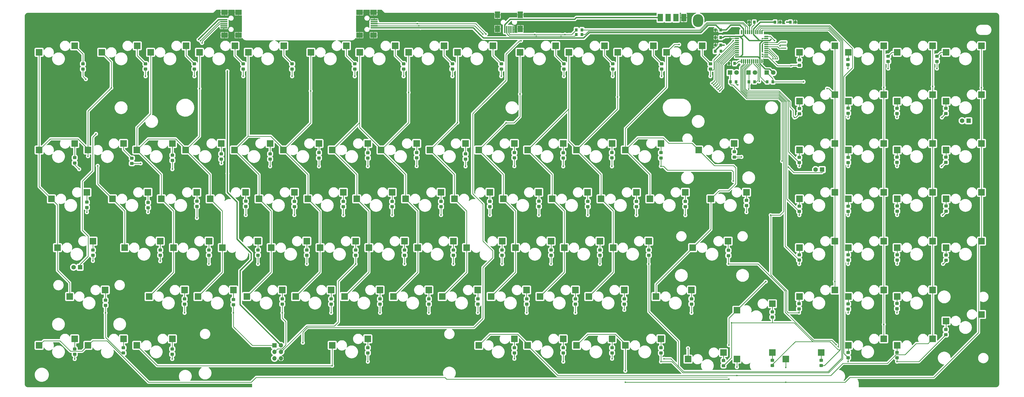
<source format=gbr>
G04 #@! TF.GenerationSoftware,KiCad,Pcbnew,(5.99.0-7511-ga134567838)*
G04 #@! TF.CreationDate,2020-12-30T19:04:14-08:00*
G04 #@! TF.ProjectId,gh80-1800,67683830-2d31-4383-9030-2e6b69636164,rev?*
G04 #@! TF.SameCoordinates,Original*
G04 #@! TF.FileFunction,Copper,L2,Bot*
G04 #@! TF.FilePolarity,Positive*
%FSLAX46Y46*%
G04 Gerber Fmt 4.6, Leading zero omitted, Abs format (unit mm)*
G04 Created by KiCad (PCBNEW (5.99.0-7511-ga134567838)) date 2020-12-30 19:04:14*
%MOMM*%
%LPD*%
G01*
G04 APERTURE LIST*
G04 Aperture macros list*
%AMRoundRect*
0 Rectangle with rounded corners*
0 $1 Rounding radius*
0 $2 $3 $4 $5 $6 $7 $8 $9 X,Y pos of 4 corners*
0 Add a 4 corners polygon primitive as box body*
4,1,4,$2,$3,$4,$5,$6,$7,$8,$9,$2,$3,0*
0 Add four circle primitives for the rounded corners*
1,1,$1+$1,$2,$3,0*
1,1,$1+$1,$4,$5,0*
1,1,$1+$1,$6,$7,0*
1,1,$1+$1,$8,$9,0*
0 Add four rect primitives between the rounded corners*
20,1,$1+$1,$2,$3,$4,$5,0*
20,1,$1+$1,$4,$5,$6,$7,0*
20,1,$1+$1,$6,$7,$8,$9,0*
20,1,$1+$1,$8,$9,$2,$3,0*%
G04 Aperture macros list end*
G04 #@! TA.AperFunction,SMDPad,CuDef*
%ADD10R,2.550000X2.500000*%
G04 #@! TD*
G04 #@! TA.AperFunction,SMDPad,CuDef*
%ADD11RoundRect,0.250000X0.450000X-0.325000X0.450000X0.325000X-0.450000X0.325000X-0.450000X-0.325000X0*%
G04 #@! TD*
G04 #@! TA.AperFunction,ComponentPad*
%ADD12R,1.800000X1.800000*%
G04 #@! TD*
G04 #@! TA.AperFunction,ComponentPad*
%ADD13C,1.800000*%
G04 #@! TD*
G04 #@! TA.AperFunction,ComponentPad*
%ADD14R,1.700000X1.700000*%
G04 #@! TD*
G04 #@! TA.AperFunction,ComponentPad*
%ADD15O,1.700000X1.700000*%
G04 #@! TD*
G04 #@! TA.AperFunction,ComponentPad*
%ADD16R,2.000000X3.000000*%
G04 #@! TD*
G04 #@! TA.AperFunction,ComponentPad*
%ADD17R,1.778000X1.778000*%
G04 #@! TD*
G04 #@! TA.AperFunction,ComponentPad*
%ADD18C,1.778000*%
G04 #@! TD*
G04 #@! TA.AperFunction,SMDPad,CuDef*
%ADD19R,1.000000X1.250000*%
G04 #@! TD*
G04 #@! TA.AperFunction,SMDPad,CuDef*
%ADD20R,1.000000X1.300000*%
G04 #@! TD*
G04 #@! TA.AperFunction,SMDPad,CuDef*
%ADD21R,0.550000X1.500000*%
G04 #@! TD*
G04 #@! TA.AperFunction,SMDPad,CuDef*
%ADD22R,1.500000X0.550000*%
G04 #@! TD*
G04 #@! TA.AperFunction,SMDPad,CuDef*
%ADD23R,2.000000X0.400000*%
G04 #@! TD*
G04 #@! TA.AperFunction,SMDPad,CuDef*
%ADD24R,0.500000X2.750000*%
G04 #@! TD*
G04 #@! TA.AperFunction,SMDPad,CuDef*
%ADD25R,2.000000X2.500000*%
G04 #@! TD*
G04 #@! TA.AperFunction,SMDPad,CuDef*
%ADD26R,2.750000X0.500000*%
G04 #@! TD*
G04 #@! TA.AperFunction,SMDPad,CuDef*
%ADD27R,2.500000X2.000000*%
G04 #@! TD*
G04 #@! TA.AperFunction,ComponentPad*
%ADD28O,4.000000X5.000000*%
G04 #@! TD*
G04 #@! TA.AperFunction,ViaPad*
%ADD29C,0.600000*%
G04 #@! TD*
G04 #@! TA.AperFunction,Conductor*
%ADD30C,0.250000*%
G04 #@! TD*
G04 #@! TA.AperFunction,Conductor*
%ADD31C,0.500000*%
G04 #@! TD*
G04 APERTURE END LIST*
D10*
X20577512Y-61595056D03*
X6727512Y-64135056D03*
X369430930Y-42545040D03*
X355580930Y-45085040D03*
X34865024Y-42545040D03*
X21015024Y-45085040D03*
X72965056Y-42545040D03*
X59115056Y-45085040D03*
X111065088Y-42545040D03*
X97215088Y-45085040D03*
X149165120Y-42545040D03*
X135315120Y-45085040D03*
X187265152Y-42545040D03*
X173415152Y-45085040D03*
X225365184Y-42545040D03*
X211515184Y-45085040D03*
X244415200Y-42545040D03*
X230565200Y-45085040D03*
X312280882Y-61595056D03*
X298430882Y-64135056D03*
X331330898Y-61595056D03*
X317480898Y-64135056D03*
X350380914Y-61595056D03*
X336530914Y-64135056D03*
X369430930Y-61595056D03*
X355580930Y-64135056D03*
X350380914Y-42545040D03*
X336530914Y-45085040D03*
X63440048Y-61595056D03*
X49590048Y-64135056D03*
X101540080Y-61595056D03*
X87690080Y-64135056D03*
X139640112Y-61595056D03*
X125790112Y-64135056D03*
X177740144Y-61595056D03*
X163890144Y-64135056D03*
X215840176Y-61595056D03*
X201990176Y-64135056D03*
X253940208Y-61595056D03*
X240090208Y-64135056D03*
X312280882Y-80645072D03*
X298430882Y-83185072D03*
X331330898Y-80645072D03*
X317480898Y-83185072D03*
X350380914Y-80645072D03*
X336530914Y-83185072D03*
X369430930Y-80645072D03*
X355580930Y-83185072D03*
X44390032Y-61595056D03*
X30540032Y-64135056D03*
X82490064Y-61595056D03*
X68640064Y-64135056D03*
X241438635Y-4445008D03*
X227588635Y-6985008D03*
X178930770Y-4445008D03*
X165080770Y-6985008D03*
X222388619Y-4445008D03*
X208538619Y-6985008D03*
X260488651Y-4445008D03*
X246638651Y-6985008D03*
X312280882Y-4445008D03*
X298430882Y-6985008D03*
X331330898Y-4445008D03*
X317480898Y-6985008D03*
X350380914Y-4445008D03*
X336530914Y-6985008D03*
X369430930Y-4445008D03*
X355580930Y-6985008D03*
X40222841Y-4445008D03*
X26372841Y-6985008D03*
X78322873Y-4445008D03*
X64472873Y-6985008D03*
X121780722Y-4445008D03*
X107930722Y-6985008D03*
X159880754Y-4445008D03*
X146030754Y-6985008D03*
X203338603Y-4445008D03*
X189488603Y-6985008D03*
X120590096Y-61595056D03*
X106740096Y-64135056D03*
X312280882Y-23495024D03*
X298430882Y-26035024D03*
X331330898Y-23495024D03*
X317480898Y-26035024D03*
X350380914Y-23495024D03*
X336530914Y-26035024D03*
X369430930Y-23495024D03*
X355580930Y-26035024D03*
X15815008Y-42545040D03*
X1965008Y-45085040D03*
X53915040Y-42545040D03*
X40065040Y-45085040D03*
X92015072Y-42545040D03*
X78165072Y-45085040D03*
X130115104Y-42545040D03*
X116265104Y-45085040D03*
X168215136Y-42545040D03*
X154365136Y-45085040D03*
X206315168Y-42545040D03*
X192465168Y-45085040D03*
X312280882Y-42545040D03*
X298430882Y-45085040D03*
X331330898Y-42545040D03*
X317480898Y-45085040D03*
X115827592Y-99695088D03*
X101977592Y-102235088D03*
X53915040Y-118745104D03*
X40065040Y-121285104D03*
X225365184Y-118745104D03*
X211515184Y-121285104D03*
X58677544Y-99695088D03*
X44827544Y-102235088D03*
X96777576Y-99695088D03*
X82927576Y-102235088D03*
X134877608Y-99695088D03*
X121027608Y-102235088D03*
X172977640Y-99695088D03*
X159127640Y-102235088D03*
X211077672Y-99695088D03*
X197227672Y-102235088D03*
X256321460Y-99695088D03*
X242471460Y-102235088D03*
X34865024Y-118745104D03*
X21015024Y-121285104D03*
X206315168Y-118745104D03*
X192465168Y-121285104D03*
X244415200Y-118745104D03*
X230565200Y-121285104D03*
X77727560Y-99695088D03*
X63877560Y-102235088D03*
X187265152Y-118745104D03*
X173415152Y-121285104D03*
X153927624Y-99695088D03*
X140077624Y-102235088D03*
X192027656Y-99695088D03*
X178177656Y-102235088D03*
X230127688Y-99695088D03*
X216277688Y-102235088D03*
X287873049Y-105052905D03*
X274023049Y-107592905D03*
X268823033Y-124102921D03*
X254973033Y-126642921D03*
X287873049Y-124102921D03*
X274023049Y-126642921D03*
X306923065Y-124102921D03*
X293073065Y-126642921D03*
X140830738Y-4445008D03*
X126980738Y-6985008D03*
X97372889Y-4445008D03*
X83522889Y-6985008D03*
X59272857Y-4445008D03*
X45422857Y-6985008D03*
X15815008Y-4445008D03*
X1965008Y-6985008D03*
X158690128Y-61595056D03*
X144840128Y-64135056D03*
X196790160Y-61595056D03*
X182940160Y-64135056D03*
X234890192Y-61595056D03*
X221040192Y-64135056D03*
X277752728Y-61595056D03*
X263902728Y-64135056D03*
X312280882Y-99695088D03*
X298430882Y-102235088D03*
X331330898Y-99695088D03*
X317480898Y-102235088D03*
X350380914Y-99695088D03*
X336530914Y-102235088D03*
X22958764Y-80645072D03*
X9108764Y-83185072D03*
X68202552Y-80645072D03*
X54352552Y-83185072D03*
X106302584Y-80645072D03*
X92452584Y-83185072D03*
X144402616Y-80645072D03*
X130552616Y-83185072D03*
X182502648Y-80645072D03*
X168652648Y-83185072D03*
X220602680Y-80645072D03*
X206752680Y-83185072D03*
X15815008Y-118745104D03*
X1965008Y-121285104D03*
X331330898Y-118745104D03*
X317480898Y-121285104D03*
X350380914Y-118745104D03*
X336530914Y-121285104D03*
X49152536Y-80645072D03*
X35302536Y-83185072D03*
X87252568Y-80645072D03*
X73402568Y-83185072D03*
X125352600Y-80645072D03*
X111502600Y-83185072D03*
X163452632Y-80645072D03*
X149602632Y-83185072D03*
X201552664Y-80645072D03*
X187702664Y-83185072D03*
X239652696Y-80645072D03*
X225802696Y-83185072D03*
D11*
X15828314Y-48076557D03*
X15828314Y-50126557D03*
X306928314Y-127126557D03*
X306928314Y-129176557D03*
X53928314Y-47126557D03*
X53928314Y-49176557D03*
X92028314Y-46600040D03*
X92028314Y-48650040D03*
X130128314Y-46176557D03*
X130128314Y-48226557D03*
X168228314Y-46576557D03*
X168228314Y-48626557D03*
X206328314Y-46176557D03*
X206328314Y-48226557D03*
X298328314Y-47976557D03*
X298328314Y-50026557D03*
X317428314Y-47926557D03*
X317428314Y-49976557D03*
X336478314Y-47876557D03*
X336478314Y-49926557D03*
X355528314Y-47826557D03*
X355528314Y-49876557D03*
X38128314Y-48276557D03*
X38128314Y-50326557D03*
X72978314Y-46600040D03*
X72978314Y-48650040D03*
X111078314Y-46126557D03*
X111078314Y-48176557D03*
X149178314Y-46076557D03*
X149178314Y-48126557D03*
X187278314Y-46076557D03*
X187278314Y-48126557D03*
X225328314Y-46076557D03*
X225328314Y-48126557D03*
X244428314Y-46126557D03*
X244428314Y-48176557D03*
X298378314Y-67026557D03*
X298378314Y-69076557D03*
X317378314Y-66976557D03*
X317378314Y-69026557D03*
X336528314Y-66926557D03*
X336528314Y-68976557D03*
X355578314Y-66926557D03*
X355578314Y-68976557D03*
X352028314Y-8500008D03*
X352028314Y-10550008D03*
X19050016Y-11476573D03*
X19050016Y-13526573D03*
X62507865Y-11476573D03*
X62507865Y-13526573D03*
X100607897Y-11476573D03*
X100607897Y-13526573D03*
X144065746Y-11476573D03*
X144065746Y-13526573D03*
X182165778Y-11476573D03*
X182165778Y-13526573D03*
X225623627Y-11476573D03*
X225623627Y-13526573D03*
X263723659Y-11476573D03*
X263723659Y-13526573D03*
X298428314Y-9976557D03*
X298428314Y-12026557D03*
X317328314Y-9776557D03*
X317328314Y-11826557D03*
X333028314Y-8500008D03*
X333028314Y-10550008D03*
X355528314Y-28826557D03*
X355528314Y-30876557D03*
X43457849Y-11476573D03*
X43457849Y-13526573D03*
X81557881Y-11476573D03*
X81557881Y-13526573D03*
X125015730Y-11476573D03*
X125015730Y-13526573D03*
X163115762Y-11476573D03*
X163115762Y-13526573D03*
X206573611Y-11476573D03*
X206573611Y-13526573D03*
X244673643Y-11476573D03*
X244673643Y-13526573D03*
X273028314Y-45776557D03*
X273028314Y-47826557D03*
X298428314Y-28926557D03*
X298428314Y-30976557D03*
X317378314Y-28726557D03*
X317378314Y-30776557D03*
X336478314Y-28776557D03*
X336478314Y-30826557D03*
X173028314Y-103176557D03*
X173028314Y-105226557D03*
X49178314Y-84126557D03*
X49178314Y-86176557D03*
X87278314Y-84076557D03*
X87278314Y-86126557D03*
X125378314Y-84126557D03*
X125378314Y-86176557D03*
X163478314Y-84126557D03*
X163478314Y-86176557D03*
X201578314Y-84126557D03*
X201578314Y-86176557D03*
X239678314Y-84076557D03*
X239678314Y-86126557D03*
X15828314Y-122676557D03*
X15828314Y-124726557D03*
X53878314Y-122676557D03*
X53878314Y-124726557D03*
X187278314Y-122201557D03*
X187278314Y-124251557D03*
X225378314Y-122226557D03*
X225378314Y-124276557D03*
X27828314Y-103626557D03*
X27828314Y-105676557D03*
X58678314Y-103176557D03*
X58678314Y-105226557D03*
X96778314Y-103126557D03*
X96778314Y-105176557D03*
X134878314Y-103176557D03*
X134878314Y-105226557D03*
X355478314Y-115076557D03*
X355478314Y-117126557D03*
X211078314Y-103176557D03*
X211078314Y-105226557D03*
X256328314Y-103126557D03*
X256328314Y-105176557D03*
X34828314Y-122226557D03*
X34828314Y-124276557D03*
X130128314Y-122176557D03*
X130128314Y-124226557D03*
X206328314Y-122176557D03*
X206328314Y-124226557D03*
X244428314Y-122226557D03*
X244428314Y-124276557D03*
X77728314Y-103426557D03*
X77728314Y-105476557D03*
X115828314Y-103176557D03*
X115828314Y-105226557D03*
X153928314Y-103126557D03*
X153928314Y-105176557D03*
X192078314Y-103176557D03*
X192078314Y-105226557D03*
X230128314Y-103176557D03*
X230128314Y-105226557D03*
X287878314Y-108251557D03*
X287878314Y-110301557D03*
X268828314Y-127176557D03*
X268828314Y-129226557D03*
X287878314Y-127126557D03*
X287878314Y-129176557D03*
X196828314Y-65076557D03*
X196828314Y-67126557D03*
X63478314Y-65026557D03*
X63478314Y-67076557D03*
X101478314Y-65126557D03*
X101478314Y-67176557D03*
X139628314Y-65126557D03*
X139628314Y-67176557D03*
X177728314Y-65126557D03*
X177728314Y-67176557D03*
X215878314Y-65126557D03*
X215878314Y-67176557D03*
X253928314Y-65126557D03*
X253928314Y-67176557D03*
X298328314Y-85976557D03*
X298328314Y-88026557D03*
X317378314Y-85926557D03*
X317378314Y-87976557D03*
X336528314Y-85976557D03*
X336528314Y-88026557D03*
X355578314Y-86026557D03*
X355578314Y-88076557D03*
X44428314Y-65526557D03*
X44428314Y-67576557D03*
X82528314Y-65026557D03*
X82528314Y-67076557D03*
X120578314Y-65126557D03*
X120578314Y-67176557D03*
X158678314Y-65126557D03*
X158678314Y-67176557D03*
X20578314Y-65426557D03*
X20578314Y-67476557D03*
X234878314Y-65126557D03*
X234878314Y-67176557D03*
X277778314Y-64726557D03*
X277778314Y-66776557D03*
X298278314Y-104976557D03*
X298278314Y-107026557D03*
X317378314Y-105126557D03*
X317378314Y-107176557D03*
X336478314Y-104926557D03*
X336478314Y-106976557D03*
X22928314Y-84126557D03*
X22928314Y-86176557D03*
X68178314Y-84126557D03*
X68178314Y-86176557D03*
X106328314Y-84126557D03*
X106328314Y-86176557D03*
X144428314Y-84126557D03*
X144428314Y-86176557D03*
X182478314Y-84126557D03*
X182478314Y-86176557D03*
X220628314Y-84076557D03*
X220628314Y-86126557D03*
X270728314Y-84226557D03*
X270728314Y-86276557D03*
X317378314Y-124026557D03*
X317378314Y-126076557D03*
X336478314Y-124026557D03*
X336478314Y-126076557D03*
D12*
X271383000Y-14882800D03*
D13*
X273923000Y-14882800D03*
D12*
X278527000Y-14882800D03*
D13*
X281067000Y-14882800D03*
D12*
X285671000Y-14882800D03*
D13*
X288211000Y-14882800D03*
D14*
X93730000Y-121285000D03*
D15*
X96270000Y-121285000D03*
X93730000Y-123825000D03*
X96270000Y-123825000D03*
X93730000Y-126365000D03*
X96270000Y-126365000D03*
D10*
X272990224Y-42545040D03*
X259140224Y-45085040D03*
X369430930Y-109220096D03*
X355580930Y-111760096D03*
X270608972Y-80645072D03*
X256758972Y-83185072D03*
X27721268Y-99695088D03*
X13871268Y-102235088D03*
X130115096Y-118745104D03*
X116265096Y-121285104D03*
D16*
X253350314Y6548443D03*
X250302314Y6548443D03*
X247254314Y6548443D03*
X244206314Y6548443D03*
D17*
X307260882Y-52705040D03*
D18*
X304720882Y-52705040D03*
D17*
X364410930Y-33655024D03*
D18*
X361870930Y-33655024D03*
D17*
X17938764Y-90805072D03*
D18*
X15398764Y-90805072D03*
D19*
X267700224Y-1190626D03*
X265700224Y-1190626D03*
X267700224Y-4167191D03*
X265700224Y-4167191D03*
X288917431Y4762504D03*
X290917431Y4762504D03*
D20*
X265600224Y-6548443D03*
X267800224Y-6548443D03*
X273158041Y-11310947D03*
X270958041Y-11310947D03*
D21*
X275797000Y937500D03*
X276597000Y937500D03*
X277397000Y937500D03*
X278197000Y937500D03*
X278997000Y937500D03*
X279797000Y937500D03*
X280597000Y937500D03*
X281397000Y937500D03*
X282197000Y937500D03*
X282997000Y937500D03*
X283797000Y937500D03*
D22*
X285497000Y-762500D03*
X285497000Y-1562500D03*
X285497000Y-2362500D03*
X285497000Y-3162500D03*
X285497000Y-3962500D03*
X285497000Y-4762500D03*
X285497000Y-5562500D03*
X285497000Y-6362500D03*
X285497000Y-7162500D03*
X285497000Y-7962500D03*
X285497000Y-8762500D03*
D21*
X283797000Y-10462500D03*
X282997000Y-10462500D03*
X282197000Y-10462500D03*
X281397000Y-10462500D03*
X280597000Y-10462500D03*
X279797000Y-10462500D03*
X278997000Y-10462500D03*
X278197000Y-10462500D03*
X277397000Y-10462500D03*
X276597000Y-10462500D03*
X275797000Y-10462500D03*
D22*
X274097000Y-8762500D03*
X274097000Y-7962500D03*
X274097000Y-7162500D03*
X274097000Y-6362500D03*
X274097000Y-5562500D03*
X274097000Y-4762500D03*
X274097000Y-3962500D03*
X274097000Y-3162500D03*
X274097000Y-2362500D03*
X274097000Y-1562500D03*
X274097000Y-762500D03*
D23*
X292298683Y-5367191D03*
X292298683Y-2967191D03*
X292298683Y-4167191D03*
D20*
X273753000Y-18454700D03*
X271553000Y-18454700D03*
X280897000Y-18454700D03*
X278697000Y-18454700D03*
X285841000Y-18454700D03*
X288041000Y-18454700D03*
D24*
X183542000Y1932500D03*
X184342000Y1932500D03*
X185152000Y1932500D03*
X185942000Y1932500D03*
X186742000Y1932500D03*
D25*
X180692000Y2182500D03*
X180692000Y7632500D03*
X189592000Y7632500D03*
X189592000Y2182500D03*
D26*
X132608000Y2567200D03*
X132608000Y3367200D03*
X132608000Y4177200D03*
X132608000Y4967200D03*
X132608000Y5767200D03*
D27*
X132358000Y-282800D03*
X132358000Y8617200D03*
X126908000Y-282800D03*
X126908000Y8617200D03*
D26*
X73965300Y5767200D03*
X73965300Y4967200D03*
X73965300Y4157200D03*
X73965300Y3367200D03*
X73965300Y2567200D03*
D27*
X74215300Y-282800D03*
X79665300Y-282800D03*
X79665300Y8617200D03*
X74215300Y8617200D03*
D19*
X267700224Y1785939D03*
X265700224Y1785939D03*
D20*
X211426741Y0D03*
X213626741Y0D03*
X211426741Y1785939D03*
X213626741Y1785939D03*
D19*
X280797110Y4762504D03*
X278797110Y4762504D03*
X294870561Y4762504D03*
X296870561Y4762504D03*
D28*
X258898635Y5357817D03*
D29*
X251528314Y-3951557D03*
X293078314Y-135701557D03*
X293078314Y-129951557D03*
X230528314Y-135701557D03*
X230528314Y-131201557D03*
X274028314Y-133001557D03*
X274023049Y-129756822D03*
X116228314Y-129201557D03*
X270928314Y-134451557D03*
X270928314Y-121201557D03*
X285278314Y-96401557D03*
X312278314Y-96351557D03*
X254978314Y-122401557D03*
X15828314Y-126601557D03*
X53878314Y-126601557D03*
X245636860Y-126510103D03*
X256328314Y-108601557D03*
X130128314Y-127635520D03*
X225378314Y-126501557D03*
X244428314Y-127651557D03*
X271928314Y-112501557D03*
X287194815Y-70485056D03*
X277778314Y-69351557D03*
X275828314Y-47751557D03*
X230128314Y-107451557D03*
X187278314Y-126501557D03*
X206344351Y-127635520D03*
X270728314Y-89501557D03*
X211078314Y-108551557D03*
X192078314Y-108601557D03*
X173028314Y-108551557D03*
X153928314Y-108601557D03*
X134894783Y-108585088D03*
X96778314Y-108601557D03*
X58678314Y-108585088D03*
X27828314Y-108601557D03*
X220628314Y-89551557D03*
X201578314Y-89501557D03*
X182478314Y-89551557D03*
X163478314Y-89551557D03*
X144444799Y-89535072D03*
X106344799Y-89535072D03*
X87294799Y-89535072D03*
X68178314Y-89501557D03*
X49178314Y-88451557D03*
X253928314Y-70501557D03*
X234878314Y-70501557D03*
X215894815Y-70485056D03*
X196828314Y-70501557D03*
X177744815Y-70485056D03*
X158678314Y-70451557D03*
X139644815Y-70485056D03*
X125378314Y-89551557D03*
X115828314Y-108601557D03*
X120578314Y-70501557D03*
X101478314Y-70451557D03*
X82528314Y-70451557D03*
X272653354Y-9525008D03*
X271378314Y-1512500D03*
X291108057Y-1785939D03*
X135731364Y7739069D03*
X107156340Y-122634478D03*
X177998587Y2976565D03*
X283964301Y-4167191D03*
X64128314Y-2001557D03*
X287391894Y-1930225D03*
X75378314Y-14287512D03*
X75378314Y-54201557D03*
X269081476Y-4167191D03*
X293489309Y4762504D03*
X150614189Y2567200D03*
X276225232Y-4762504D03*
X80370830Y-92144073D03*
X203597046Y-1425001D03*
X272653354Y-2410940D03*
X189878314Y-2451557D03*
X104775088Y-120253226D03*
X283964301Y-1612500D03*
X288131492Y-9525008D03*
X309178314Y-21101557D03*
X264914285Y-19645329D03*
X64478314Y-21151557D03*
X265509598Y-20240642D03*
X107828314Y-22051557D03*
X146028314Y-22651557D03*
X266104911Y-20835955D03*
X165078314Y-34371862D03*
X189478314Y-23251557D03*
X184028314Y-34451557D03*
X266700224Y-21431268D03*
X267295537Y-22026581D03*
X227528314Y-24451557D03*
X283964301Y-7739069D03*
X331328314Y-113109470D03*
X288931495Y-9525008D03*
X331328314Y-20651557D03*
X289731498Y-9525008D03*
X350378314Y-20298957D03*
X239678314Y-89551557D03*
X77728314Y-108601557D03*
X264318972Y-19050016D03*
X21028314Y-47514847D03*
X30122841Y-20835955D03*
X24765024Y-51251557D03*
X352028314Y-13301557D03*
X295178314Y-12201557D03*
X283961898Y-8545273D03*
X100607897Y-16311573D03*
X20175017Y-17436574D03*
X182165778Y-16311573D03*
X267295537Y-7739069D03*
X317328314Y-13351557D03*
X225623627Y-16311573D03*
X144068298Y-16311573D03*
X263723659Y-16311573D03*
X333028314Y-13301557D03*
X62507865Y-16311573D03*
X317378314Y-108601557D03*
X44428314Y-69351557D03*
X298278314Y-108551557D03*
X336478314Y-108551557D03*
X274439293Y-19645329D03*
X282742010Y-18344692D03*
X65484430Y-3295441D03*
X149423563Y4177200D03*
X195262664Y0D03*
X176212648Y154687D03*
X207034321Y-29442D03*
X175022022Y154687D03*
X205504879Y-675000D03*
X64889117Y-2483983D03*
X150018876Y3367200D03*
X195863706Y-675000D03*
X317394799Y-89535072D03*
X336528314Y-89501557D03*
X20578314Y-69351557D03*
X354428314Y-89501557D03*
X298328314Y-89551557D03*
X63478314Y-71601557D03*
X244673643Y-16306228D03*
X353978314Y-32385024D03*
X43468298Y-16311573D03*
X296494847Y-32385024D03*
X336478314Y-32351557D03*
X163115762Y-16311573D03*
X317378314Y-32401557D03*
X81568298Y-16311573D03*
X206573611Y-16311573D03*
X125018298Y-16311573D03*
X298328314Y-51435040D03*
X17578314Y-52551557D03*
X206328314Y-51451557D03*
X336494831Y-51435040D03*
X353828314Y-51435040D03*
X92028314Y-51451557D03*
X130128314Y-51451557D03*
X317428314Y-51401557D03*
X168228314Y-51451557D03*
X53928314Y-52551557D03*
X73019832Y-50310039D03*
X354228314Y-70451557D03*
X111078314Y-51451557D03*
X317394815Y-70485056D03*
X272653354Y-57150048D03*
X149178314Y-51401557D03*
X225328314Y-51451557D03*
X187278314Y-51401557D03*
X298394815Y-70485056D03*
X41536796Y-50310039D03*
X336528314Y-70451557D03*
X244394831Y-51435040D03*
X288726805Y-2381252D03*
X369378314Y-20801557D03*
X312728314Y-121051557D03*
X22928314Y-88351557D03*
X336478314Y-127635104D03*
X317394767Y-127635104D03*
X294114309Y-51792231D03*
X291673683Y-49410979D03*
X24128314Y-38801557D03*
X278606484Y-21401581D03*
X300037752Y-18454703D03*
D30*
X355580930Y-111760096D02*
X355580930Y-114973941D01*
X355580930Y-114973941D02*
X355478314Y-115076557D01*
X130128314Y-118758322D02*
X130128314Y-122176557D01*
X30122841Y-20835955D02*
X30122841Y-10735008D01*
X30122841Y-10735008D02*
X26372841Y-6985008D01*
X251528314Y-3951557D02*
X249672102Y-3951557D01*
X249672102Y-3951557D02*
X246638651Y-6985008D01*
X274097000Y-1562500D02*
X271428314Y-1562500D01*
X271428314Y-1562500D02*
X271378314Y-1512500D01*
X293073065Y-126642921D02*
X293078314Y-126648170D01*
X293078314Y-126648170D02*
X293078314Y-129951557D01*
X318123950Y-133786990D02*
X316209383Y-135701557D01*
X368276929Y-116279071D02*
X350769010Y-133786990D01*
X368276929Y-110374097D02*
X368276929Y-116279071D01*
X350769010Y-133786990D02*
X318123950Y-133786990D01*
X369430930Y-109220096D02*
X368276929Y-110374097D01*
X316209383Y-135701557D02*
X230528314Y-135701557D01*
X230565200Y-121285104D02*
X230528314Y-121321990D01*
X230528314Y-121321990D02*
X230528314Y-131201557D01*
X274028314Y-133001557D02*
X310637441Y-133001557D01*
X348555913Y-120570105D02*
X350380914Y-118745104D01*
X310637441Y-133001557D02*
X315378893Y-128260105D01*
X315378893Y-128260105D02*
X332706576Y-128260105D01*
X332706576Y-128260105D02*
X336040114Y-124926567D01*
X336040114Y-124926567D02*
X339557477Y-124926567D01*
X339557477Y-124926567D02*
X343913939Y-120570105D01*
X343913939Y-120570105D02*
X348555913Y-120570105D01*
X192465168Y-121285104D02*
X204181621Y-133001557D01*
X204181621Y-133001557D02*
X274028314Y-133001557D01*
X274023049Y-126642921D02*
X274023049Y-129756822D01*
X173415152Y-121285104D02*
X177780153Y-116920103D01*
X177780153Y-116920103D02*
X188550153Y-116920103D01*
X188550153Y-116920103D02*
X192465168Y-120835118D01*
X192465168Y-120835118D02*
X192465168Y-121285104D01*
X40065040Y-121285104D02*
X47981493Y-129201557D01*
X47981493Y-129201557D02*
X116228314Y-129201557D01*
X116265096Y-121285104D02*
X116228314Y-121321886D01*
X116228314Y-121321886D02*
X116228314Y-129201557D01*
X116265096Y-121285104D02*
X116178314Y-121371886D01*
X116265096Y-121285104D02*
X116278314Y-121298322D01*
X21015024Y-121285104D02*
X22840025Y-119460103D01*
X160878314Y-134451557D02*
X270928314Y-134451557D01*
X22840025Y-119460103D02*
X28423672Y-119460103D01*
X28423672Y-119460103D02*
X44638570Y-135675001D01*
X84659939Y-135675001D02*
X86547950Y-133786990D01*
X44638570Y-135675001D02*
X84659939Y-135675001D01*
X86547950Y-133786990D02*
X160213747Y-133786990D01*
X160213747Y-133786990D02*
X160878314Y-134451557D01*
X270928314Y-110687640D02*
X270928314Y-121201557D01*
X274023049Y-107592905D02*
X270928314Y-110687640D01*
X285278314Y-96351557D02*
X285264397Y-96351557D01*
X285264397Y-96351557D02*
X274023049Y-107592905D01*
X312278314Y-96351557D02*
X312278314Y-99721271D01*
X1965008Y-121285104D02*
X3790009Y-119460103D01*
X3790009Y-119460103D02*
X10079005Y-119460103D01*
X10079005Y-119460103D02*
X14195469Y-123576567D01*
X14195469Y-123576567D02*
X18723561Y-123576567D01*
X18723561Y-123576567D02*
X21015024Y-121285104D01*
X254978314Y-126637640D02*
X254978314Y-122401557D01*
X254973033Y-126642921D02*
X254978314Y-126637640D01*
X21015024Y-120835118D02*
X21015024Y-121285104D01*
X34828314Y-124276557D02*
X33945475Y-124276557D01*
X33945475Y-124276557D02*
X27828314Y-118159396D01*
X27828314Y-118159396D02*
X27828314Y-108601557D01*
X15828314Y-124726557D02*
X15828314Y-126601557D01*
X53878314Y-124726557D02*
X53878314Y-126601557D01*
X15815008Y-118745104D02*
X15828314Y-118758410D01*
X15828314Y-118758410D02*
X15828314Y-122676557D01*
X34865024Y-118745104D02*
X34865024Y-122189847D01*
X34865024Y-122189847D02*
X34828314Y-122226557D01*
X53915040Y-118745104D02*
X53878314Y-118781830D01*
X53878314Y-118781830D02*
X53878314Y-122676557D01*
X189478314Y-23251557D02*
X189478314Y-32101557D01*
X189478314Y-32101557D02*
X187128314Y-34451557D01*
X187128314Y-34451557D02*
X184048635Y-34451557D01*
X184048635Y-34451557D02*
X173415152Y-45085040D01*
X298278314Y-108551557D02*
X294050304Y-108551557D01*
X294050304Y-108551557D02*
X293489309Y-107990562D01*
X293489309Y-107990562D02*
X293489309Y-103584462D01*
X303720833Y-119801567D02*
X310328324Y-119801567D01*
X310328324Y-119801567D02*
X313492369Y-122965612D01*
X313492369Y-122965612D02*
X314364259Y-122965612D01*
X314364259Y-122965612D02*
X312129767Y-125200104D01*
X245636860Y-126510103D02*
X248286860Y-126510103D01*
X248286860Y-126510103D02*
X251222086Y-129445329D01*
X256328314Y-105176557D02*
X256328314Y-108601557D01*
X282197000Y937500D02*
X282197000Y1937500D01*
X282197000Y1937500D02*
X283236065Y2976565D01*
X253016936Y-131951832D02*
X248716661Y-127651557D01*
X283236065Y2976565D02*
X309992917Y2976565D01*
X248716661Y-127651557D02*
X244428314Y-127651557D01*
X309992917Y2976565D02*
X315278314Y-2308832D01*
X315278314Y-2308832D02*
X315278314Y-126485029D01*
X315278314Y-126485029D02*
X309811511Y-131951832D01*
X309811511Y-131951832D02*
X253016936Y-131951832D01*
X244428314Y-124276557D02*
X244428314Y-127651557D01*
X130128314Y-124226557D02*
X130128314Y-127635520D01*
X225378314Y-124276557D02*
X225378314Y-126501557D01*
X282997000Y937500D02*
X282997000Y1937500D01*
X282997000Y1937500D02*
X283440752Y2381252D01*
X283440752Y2381252D02*
X309895505Y2381252D01*
X309895505Y2381252D02*
X314828314Y-2551557D01*
X314828314Y-2551557D02*
X314828314Y-126251557D01*
X314828314Y-126251557D02*
X309578049Y-131501822D01*
X309578049Y-131501822D02*
X253278579Y-131501822D01*
X253278579Y-131501822D02*
X253278314Y-131501557D01*
X253278314Y-131501557D02*
X251222086Y-129445329D01*
X251222086Y-129445329D02*
X251222086Y-119657913D01*
X251222086Y-119657913D02*
X239678314Y-108114141D01*
X239678314Y-108114141D02*
X239678314Y-101918232D01*
X239678314Y-101918232D02*
X239678314Y-89551557D01*
X312143812Y-125200104D02*
X312129767Y-125200104D01*
X312129767Y-125200104D02*
X308153314Y-129176557D01*
X308153314Y-129176557D02*
X306928314Y-129176557D01*
X287878314Y-129176557D02*
X287878314Y-128727670D01*
X287878314Y-128727670D02*
X296804417Y-119801567D01*
X296804417Y-119801567D02*
X303720833Y-119801567D01*
X271928314Y-126126557D02*
X271928314Y-112457321D01*
X268828314Y-129226557D02*
X271928314Y-126126557D01*
X271928314Y-112457321D02*
X271933829Y-112451806D01*
X271933829Y-112451806D02*
X286191339Y-112451806D01*
X286191339Y-112451806D02*
X286191588Y-112451557D01*
X286191588Y-112451557D02*
X287878314Y-112451557D01*
X287878314Y-112451557D02*
X296370823Y-112451557D01*
X287878314Y-110301557D02*
X287878314Y-112451557D01*
X296370823Y-112451557D02*
X303720833Y-119801567D01*
X287873049Y-105052905D02*
X287873049Y-108246292D01*
X287873049Y-108246292D02*
X287878314Y-108251557D01*
X287194815Y-70485056D02*
X287238418Y-70528659D01*
X287238418Y-70528659D02*
X287238418Y-93818091D01*
X287238418Y-93818091D02*
X293489309Y-100068983D01*
X293489309Y-100068983D02*
X293489309Y-101798523D01*
X293489309Y-101798523D02*
X293489309Y-103584462D01*
X287194815Y-70485056D02*
X290869935Y-70485056D01*
X290869935Y-70485056D02*
X292298683Y-69056308D01*
X292298683Y-69056308D02*
X292298683Y-26358160D01*
X292298683Y-26358160D02*
X290348356Y-24407833D01*
X290348356Y-24407833D02*
X277928977Y-24407833D01*
X277928977Y-24407833D02*
X275470516Y-21949372D01*
X275470516Y-21949372D02*
X275470516Y-12752574D01*
X275470516Y-12752574D02*
X276597000Y-11626090D01*
X276597000Y-11626090D02*
X276597000Y-10462500D01*
X277778314Y-66776557D02*
X277778314Y-69351557D01*
X277752728Y-61595056D02*
X277752728Y-64700971D01*
X277752728Y-64700971D02*
X277778314Y-64726557D01*
X275828314Y-47751557D02*
X273103314Y-47751557D01*
X273103314Y-47751557D02*
X273028314Y-47826557D01*
X273028314Y-42583130D02*
X273028314Y-45776557D01*
X230565200Y-121285104D02*
X230565200Y-120835118D01*
X230565200Y-120835118D02*
X226650185Y-116920103D01*
X226650185Y-116920103D02*
X215880185Y-116920103D01*
X215880185Y-116920103D02*
X211515184Y-121285104D01*
X225365184Y-118745104D02*
X225378314Y-118758234D01*
X225378314Y-118758234D02*
X225378314Y-122226557D01*
X230128314Y-105226557D02*
X230128314Y-107451557D01*
X230127688Y-99695088D02*
X230128314Y-99695714D01*
X230128314Y-99695714D02*
X230128314Y-103176557D01*
X256321460Y-99695088D02*
X256328314Y-99701942D01*
X256328314Y-99701942D02*
X256328314Y-103126557D01*
X244415200Y-118745104D02*
X244415200Y-122213443D01*
X244415200Y-122213443D02*
X244428314Y-122226557D01*
X187265152Y-118745104D02*
X187278314Y-118758266D01*
X187278314Y-118758266D02*
X187278314Y-122201557D01*
X187278314Y-124251557D02*
X187278314Y-126501557D01*
X206328314Y-124226557D02*
X206328314Y-127601557D01*
X206315168Y-118745104D02*
X206315168Y-122163411D01*
X206315168Y-122163411D02*
X206328314Y-122176557D01*
X268823033Y-124102921D02*
X268828314Y-124108202D01*
X268828314Y-124108202D02*
X268828314Y-127176557D01*
X287873049Y-124102921D02*
X287878314Y-124108186D01*
X287878314Y-124108186D02*
X287878314Y-127126557D01*
X312143812Y-125200104D02*
X314378304Y-122965612D01*
X314378304Y-122965612D02*
X314378304Y-2801547D01*
X314378304Y-2801547D02*
X309790818Y1785939D01*
X309790818Y1785939D02*
X283964301Y1785939D01*
X283964301Y1785939D02*
X283797000Y1618638D01*
X283797000Y1618638D02*
X283797000Y937500D01*
X306923065Y-124102921D02*
X306923065Y-127121308D01*
X306923065Y-127121308D02*
X306928314Y-127126557D01*
X270728314Y-89501557D02*
X282285474Y-89501557D01*
X282285474Y-89501557D02*
X292893996Y-100110080D01*
X292893996Y-100110080D02*
X292893996Y-108338320D01*
X292893996Y-108338320D02*
X303907233Y-119351557D01*
X303907233Y-119351557D02*
X311028314Y-119351557D01*
X311028314Y-119351557D02*
X312728314Y-121051557D01*
X270728314Y-86276557D02*
X270728314Y-89501557D01*
X270608972Y-80645072D02*
X270608972Y-84107215D01*
X58678314Y-105226557D02*
X58678314Y-108551557D01*
X58677544Y-99695088D02*
X58678314Y-99695858D01*
X58678314Y-99695858D02*
X58678314Y-103176557D01*
X211078314Y-105226557D02*
X211078314Y-108551557D01*
X211077672Y-99695088D02*
X211078314Y-99695730D01*
X211078314Y-99695730D02*
X211078314Y-103176557D01*
X192078314Y-105226557D02*
X192078314Y-108601557D01*
X192027656Y-99695088D02*
X192027656Y-103125899D01*
X192027656Y-103125899D02*
X192078314Y-103176557D01*
X173028314Y-105226557D02*
X173028314Y-108551557D01*
X172977640Y-99695088D02*
X173028314Y-99745762D01*
X173028314Y-99745762D02*
X173028314Y-103176557D01*
X153928314Y-105176557D02*
X153928314Y-108601557D01*
X153927624Y-99695088D02*
X153927624Y-103125867D01*
X153927624Y-103125867D02*
X153928314Y-103126557D01*
X130552616Y-83185072D02*
X130552616Y-92710080D01*
X130552616Y-92710080D02*
X121027608Y-102235088D01*
X134878314Y-105226557D02*
X134878314Y-108551557D01*
X134877608Y-99695088D02*
X134878314Y-99695794D01*
X134878314Y-99695794D02*
X134878314Y-103176557D01*
X93730000Y-123825000D02*
X94953443Y-122601557D01*
X98128314Y-112051557D02*
X96778314Y-110701557D01*
X94953443Y-122601557D02*
X96692445Y-122601557D01*
X96692445Y-122601557D02*
X98128314Y-121165688D01*
X98128314Y-121165688D02*
X98128314Y-112051557D01*
X96778314Y-110701557D02*
X96778314Y-108601557D01*
X96778314Y-105176557D02*
X96778314Y-108601557D01*
X96777576Y-99695088D02*
X96778314Y-99695826D01*
X96778314Y-99695826D02*
X96778314Y-103126557D01*
X27828314Y-105676557D02*
X27828314Y-108601557D01*
X27828314Y-99802134D02*
X27828314Y-103626557D01*
X220628314Y-86126557D02*
X220628314Y-89551557D01*
X220602680Y-80645072D02*
X220602680Y-84050923D01*
X220602680Y-84050923D02*
X220628314Y-84076557D01*
X201578314Y-86176557D02*
X201578314Y-89501557D01*
X201552664Y-80645072D02*
X201578314Y-80670722D01*
X201578314Y-80670722D02*
X201578314Y-84126557D01*
X182478314Y-86176557D02*
X182478314Y-89551557D01*
X182502648Y-80645072D02*
X182478314Y-80669406D01*
X182478314Y-80669406D02*
X182478314Y-84126557D01*
X163478314Y-86176557D02*
X163478314Y-89551557D01*
X163452632Y-80645072D02*
X163452632Y-84100875D01*
X163452632Y-84100875D02*
X163478314Y-84126557D01*
X144428314Y-86176557D02*
X144428314Y-89501557D01*
X144402616Y-80645072D02*
X144402616Y-84100859D01*
X144402616Y-84100859D02*
X144428314Y-84126557D01*
X106328314Y-86176557D02*
X106328314Y-89501557D01*
X106302584Y-80645072D02*
X106302584Y-84100827D01*
X106302584Y-84100827D02*
X106328314Y-84126557D01*
X87278314Y-84076557D02*
X87278314Y-80670818D01*
X87278314Y-80670818D02*
X87252568Y-80645072D01*
X87278314Y-86126557D02*
X87278314Y-89501557D01*
X68178314Y-86176557D02*
X68178314Y-89501557D01*
X68202552Y-80645072D02*
X68178314Y-80669310D01*
X68178314Y-80669310D02*
X68178314Y-84126557D01*
X49178314Y-86176557D02*
X49178314Y-88451557D01*
X49152536Y-80645072D02*
X49178314Y-80670850D01*
X49178314Y-80670850D02*
X49178314Y-84126557D01*
X22928314Y-86176557D02*
X22928314Y-88351557D01*
X22928314Y-84126557D02*
X22928314Y-80675522D01*
X22928314Y-80675522D02*
X22958764Y-80645072D01*
X253928314Y-67176557D02*
X253928314Y-70501557D01*
X253940208Y-61595056D02*
X253928314Y-61606950D01*
X253928314Y-61606950D02*
X253928314Y-65126557D01*
X234878314Y-67176557D02*
X234878314Y-70501557D01*
X234878314Y-65126557D02*
X234878314Y-61606934D01*
X234878314Y-61606934D02*
X234890192Y-61595056D01*
X215878314Y-67176557D02*
X215878314Y-70451557D01*
X215840176Y-61595056D02*
X215840176Y-65088419D01*
X215840176Y-65088419D02*
X215878314Y-65126557D01*
X196828314Y-67126557D02*
X196828314Y-70501557D01*
X196790160Y-61595056D02*
X196828314Y-61633210D01*
X196828314Y-61633210D02*
X196828314Y-65076557D01*
X177728314Y-67176557D02*
X177728314Y-70451557D01*
X177740144Y-61595056D02*
X177740144Y-65114727D01*
X177740144Y-65114727D02*
X177728314Y-65126557D01*
X158678314Y-70451557D02*
X158678314Y-70501557D01*
X158678314Y-67176557D02*
X158678314Y-70451557D01*
X158678314Y-65126557D02*
X158678314Y-61606870D01*
X158678314Y-61606870D02*
X158690128Y-61595056D01*
X139628314Y-67176557D02*
X139628314Y-70501557D01*
X139640112Y-61595056D02*
X139628314Y-61606854D01*
X139628314Y-61606854D02*
X139628314Y-65126557D01*
X125378314Y-89551557D02*
X118628314Y-96301557D01*
X118628314Y-96301557D02*
X118628314Y-112201557D01*
X118628314Y-112201557D02*
X118028314Y-112801557D01*
X96270000Y-123825000D02*
X106390217Y-113704783D01*
X106390217Y-113704783D02*
X117125088Y-113704783D01*
X117125088Y-113704783D02*
X118028314Y-112801557D01*
X125378314Y-86176557D02*
X125378314Y-89551557D01*
X125352600Y-80645072D02*
X125352600Y-84100843D01*
X125352600Y-84100843D02*
X125378314Y-84126557D01*
X115828314Y-105226557D02*
X115828314Y-108601557D01*
X115827592Y-99695088D02*
X115828314Y-99695810D01*
X115828314Y-99695810D02*
X115828314Y-103176557D01*
X125790112Y-64135056D02*
X130552616Y-68897560D01*
X130552616Y-68897560D02*
X130552616Y-83185072D01*
X120578314Y-67176557D02*
X120578314Y-70501557D01*
X120590096Y-61595056D02*
X120578314Y-61606838D01*
X120578314Y-61606838D02*
X120578314Y-65126557D01*
X101478314Y-67176557D02*
X101478314Y-70451557D01*
X101540080Y-61595056D02*
X101540080Y-65064791D01*
X101540080Y-65064791D02*
X101478314Y-65126557D01*
X82528314Y-67076557D02*
X82528314Y-70451557D01*
X82490064Y-61595056D02*
X82490064Y-64988307D01*
X82490064Y-64988307D02*
X82528314Y-65026557D01*
X272653354Y-8490030D02*
X273180884Y-7962500D01*
X278997000Y937500D02*
X278997000Y4562614D01*
X285497000Y-3162500D02*
X289731496Y-3162500D01*
X289731496Y-3162500D02*
X291108057Y-1785939D01*
X283964301Y-3695199D02*
X283964301Y-4167191D01*
X273180884Y-7962500D02*
X274097000Y-7962500D01*
X285497000Y-3162500D02*
X284497000Y-3162500D01*
X132358000Y8617200D02*
X134853233Y8617200D01*
X134853233Y8617200D02*
X135731364Y7739069D01*
X278997000Y4562614D02*
X278797110Y4762504D01*
X272653354Y-9525008D02*
X272653354Y-8490030D01*
X178792652Y2182500D02*
X177998587Y2976565D01*
X284497000Y-3162500D02*
X283964301Y-3695199D01*
X180692000Y2182500D02*
X178792652Y2182500D01*
D31*
X211420258Y6548443D02*
X220456314Y6548443D01*
X272847000Y-762500D02*
X274097000Y-762500D01*
X134483000Y2567200D02*
X150614189Y2567200D01*
X75378314Y-61604927D02*
X75378314Y-54201557D01*
X275132002Y-762500D02*
X276225232Y-1855730D01*
X219718314Y6548443D02*
X221218314Y6548443D01*
X282861998Y-2362500D02*
X284247000Y-2362500D01*
X280597000Y937500D02*
X280597000Y-97502D01*
X275347000Y-8762500D02*
X274097000Y-8762500D01*
X280597000Y-97502D02*
X282861998Y-2362500D01*
X80370830Y-92144073D02*
X80370830Y-105415828D01*
X96240002Y-121285000D02*
X96270000Y-121285000D01*
X276597000Y2187500D02*
X276597000Y937500D01*
X171264196Y2567200D02*
X173831396Y0D01*
X278861998Y-2362500D02*
X284247000Y-2362500D01*
X221218314Y6548443D02*
X244206314Y6548443D01*
X286959619Y-2362500D02*
X287391894Y-1930225D01*
X262792003Y3571878D02*
X265914285Y3571878D01*
X150614189Y2567200D02*
X171264196Y2567200D01*
X185666999Y5932499D02*
X210804314Y5932499D01*
X276597000Y937500D02*
X276597000Y-97502D01*
X283172004Y4762504D02*
X287917431Y4762504D01*
X187523595Y-1425001D02*
X175256397Y-1425001D01*
X282997000Y-10462500D02*
X282997000Y-11449314D01*
X71897071Y5767200D02*
X73965300Y5767200D01*
X214312680Y-1408499D02*
X216482098Y760919D01*
X274097000Y-762500D02*
X275132002Y-762500D01*
X276147000Y-762500D02*
X276597000Y-312500D01*
X185666999Y5932499D02*
X183542000Y3807500D01*
X294870561Y4762504D02*
X293489309Y4762504D01*
X285497000Y-2362500D02*
X286959619Y-2362500D01*
X282997000Y-10462500D02*
X282997000Y-3612500D01*
X282997000Y-9427498D02*
X282332002Y-8762500D01*
X287311001Y-13982801D02*
X288211000Y-14882800D01*
X79176629Y-65403242D02*
X75378314Y-61604927D01*
X269081476Y-4167191D02*
X267700224Y-4167191D01*
X276225232Y-1855730D02*
X276225232Y-4338240D01*
X259981044Y760919D02*
X262792003Y3571878D01*
X276597000Y-312500D02*
X276597000Y937500D01*
X265600224Y-6267191D02*
X267700224Y-4167191D01*
X275347000Y-8762500D02*
X276225232Y-7884268D01*
X276225232Y-7884268D02*
X276225232Y-4762504D01*
X265600224Y-6548443D02*
X265600224Y-6267191D01*
X271581476Y3571878D02*
X273248667Y3571878D01*
X282997000Y-11449314D02*
X285080485Y-13532799D01*
X84678314Y-85351557D02*
X84678314Y-87836589D01*
X132608000Y2567200D02*
X134483000Y2567200D01*
X216482098Y760919D02*
X259981044Y760919D01*
X79176629Y-79849872D02*
X79176629Y-65403242D01*
X266104911Y3381252D02*
X267700224Y1785939D01*
X274097000Y-762500D02*
X276147000Y-762500D01*
X276225232Y-4338240D02*
X276225232Y-4762504D01*
X284247000Y-2362500D02*
X285497000Y-2362500D01*
X285080485Y-13532799D02*
X286860999Y-13532799D01*
X203597046Y-1425001D02*
X214312680Y-1425001D01*
X282332002Y-8762500D02*
X275347000Y-8762500D01*
X269128350Y-762500D02*
X272847000Y-762500D01*
X282997000Y-10462500D02*
X282997000Y-9427498D01*
X265914285Y3571878D02*
X266104911Y3381252D01*
X267700224Y1785939D02*
X269795537Y1785939D01*
X64128314Y-2001557D02*
X71897071Y5767200D01*
X273248667Y3571878D02*
X275212622Y3571878D01*
X84678314Y-87836589D02*
X80370830Y-92144073D01*
X286860999Y-13532799D02*
X287311001Y-13982801D01*
X214312680Y-1425001D02*
X214312680Y-1408499D01*
X175256397Y-1425001D02*
X173831396Y0D01*
X210804314Y5932499D02*
X211420258Y6548443D01*
X267700224Y-1190626D02*
X268700224Y-1190626D01*
X183542000Y3807500D02*
X183542000Y1932500D01*
X287917431Y4762504D02*
X288917431Y4762504D01*
X75378314Y-54201557D02*
X75378314Y-14287512D01*
X84678314Y-85351557D02*
X79176629Y-79849872D01*
X187523595Y-1425001D02*
X203597046Y-1425001D01*
X275212622Y3571878D02*
X276597000Y2187500D01*
X276597000Y-97502D02*
X278861998Y-2362500D01*
X80370830Y-105415828D02*
X96240002Y-121285000D01*
X282997000Y-3612500D02*
X284247000Y-2362500D01*
X280597000Y2187500D02*
X283172004Y4762504D01*
X280597000Y937500D02*
X280597000Y2187500D01*
X268700224Y-1190626D02*
X269128350Y-762500D01*
X269795537Y1785939D02*
X271581476Y3571878D01*
D30*
X175022022Y-80645265D02*
X175022022Y-66145265D01*
X178778314Y-84401557D02*
X175022022Y-80645265D01*
X183978314Y-17901557D02*
X183978314Y-7751557D01*
X106561027Y-114300096D02*
X171479775Y-114300096D01*
X175022022Y-66145265D02*
X170978314Y-62101557D01*
X189278314Y-2451557D02*
X189878314Y-2451557D01*
X170978314Y-30901557D02*
X175278314Y-26601557D01*
X183978314Y-7751557D02*
X189278314Y-2451557D01*
X268515851Y-6548443D02*
X268550224Y-6514070D01*
X104775088Y-120253226D02*
X104775088Y-116086035D01*
X171479775Y-114300096D02*
X175022022Y-110757849D01*
X178778314Y-87101557D02*
X178778314Y-84401557D01*
X175022022Y-90857849D02*
X178778314Y-87101557D01*
X170978314Y-62101557D02*
X170978314Y-30901557D01*
X175178314Y-26701557D02*
X183978314Y-17901557D01*
X267800224Y-6548443D02*
X268515851Y-6548443D01*
X272653354Y-2410940D02*
X268550224Y-6514070D01*
X104775088Y-116086035D02*
X106561027Y-114300096D01*
X175022022Y-110757849D02*
X175022022Y-90857849D01*
X285497000Y-1562500D02*
X284014301Y-1562500D01*
X284014301Y-1562500D02*
X283964301Y-1612500D01*
X288131492Y-8796992D02*
X288131492Y-9525008D01*
X309887415Y-21101557D02*
X312280882Y-23495024D01*
X285497000Y-7162500D02*
X286497000Y-7162500D01*
X286497000Y-7162500D02*
X288131492Y-8796992D01*
X312278314Y-46851557D02*
X312278314Y-96351557D01*
X312278314Y-4451557D02*
X312278314Y-46831923D01*
X309178314Y-21101557D02*
X309887415Y-21101557D01*
X59115056Y-45085040D02*
X59115056Y-44635054D01*
X68640064Y-64135056D02*
X73402568Y-68897560D01*
X54352552Y-92710080D02*
X44827544Y-102235088D01*
X59115056Y-44635054D02*
X55200041Y-40720039D01*
X73402568Y-68897560D02*
X73402568Y-83185072D01*
X73402568Y-92710080D02*
X63877560Y-102235088D01*
X54352552Y-83185072D02*
X54352552Y-92710080D01*
X40065040Y-36265858D02*
X40065040Y-45085040D01*
X266104911Y-18454703D02*
X264914285Y-19645329D01*
X64478314Y-39721782D02*
X59115056Y-45085040D01*
X40065040Y-45085040D02*
X49590048Y-54610048D01*
X64478314Y-6951557D02*
X64478314Y-21151557D01*
X59115056Y-45085040D02*
X68640064Y-54610048D01*
X44430041Y-40720039D02*
X40065040Y-45085040D01*
X64478314Y-21151557D02*
X64478314Y-39721782D01*
X266104911Y-10954589D02*
X266104911Y-18454703D01*
X45428314Y-11105212D02*
X45428314Y-30902584D01*
X55200041Y-40720039D02*
X44430041Y-40720039D01*
X45422857Y-11099755D02*
X45428314Y-11105212D01*
X68640064Y-54610048D02*
X68640064Y-64135056D01*
X49590048Y-64135056D02*
X54352552Y-68897560D01*
X273097000Y-3962500D02*
X266104911Y-10954589D01*
X45428314Y-30902584D02*
X40065040Y-36265858D01*
X73402568Y-83185072D02*
X73402568Y-92710080D01*
X45422857Y-6985008D02*
X45422857Y-11099755D01*
X274097000Y-3962500D02*
X273097000Y-3962500D01*
X54352552Y-68897560D02*
X54352552Y-83185072D01*
X49590048Y-54610048D02*
X49590048Y-64135056D01*
X111502600Y-92710080D02*
X101977592Y-102235088D01*
X274097000Y-4762500D02*
X273097000Y-4762500D01*
X266700224Y-11159276D02*
X266700224Y-19050016D01*
X107828314Y-34471814D02*
X97215088Y-45085040D01*
X78165072Y-44990465D02*
X78165072Y-45085040D01*
X97215088Y-44635054D02*
X92307257Y-39727223D01*
X92452584Y-92710080D02*
X82927576Y-102235088D01*
X92452584Y-68897560D02*
X92452584Y-83185072D01*
X111502600Y-83185072D02*
X111502600Y-92710080D01*
X87690080Y-64135056D02*
X92452584Y-68897560D01*
X87690080Y-54610048D02*
X87690080Y-64135056D01*
X106740096Y-64135056D02*
X111502600Y-68897560D01*
X97215088Y-45085040D02*
X106740096Y-54610048D01*
X92452584Y-83185072D02*
X92452584Y-92710080D01*
X97215088Y-45085040D02*
X97215088Y-44635054D01*
X111502600Y-68897560D02*
X111502600Y-83185072D01*
X83428314Y-6985008D02*
X83428314Y-39727223D01*
X78165072Y-45085040D02*
X87690080Y-54610048D01*
X92307257Y-39727223D02*
X83428314Y-39727223D01*
X107828314Y-6985008D02*
X107828314Y-22026581D01*
X107828314Y-22051557D02*
X107828314Y-34471814D01*
X106740096Y-54610048D02*
X106740096Y-64135056D01*
X273097000Y-4762500D02*
X266700224Y-11159276D01*
X266700224Y-19050016D02*
X265509598Y-20240642D01*
X83428314Y-39727223D02*
X78165072Y-44990465D01*
X135315120Y-44635054D02*
X126928314Y-36248248D01*
X149602632Y-92710080D02*
X140077624Y-102235088D01*
X135315120Y-45085040D02*
X144840128Y-54610048D01*
X267295537Y-19645329D02*
X266104911Y-20835955D01*
X146028314Y-6985008D02*
X146028314Y-34371846D01*
X149602632Y-83185072D02*
X149602632Y-92710080D01*
X149602632Y-68897560D02*
X149602632Y-83185072D01*
X267295537Y-11363963D02*
X267295537Y-19645329D01*
X135315120Y-45085040D02*
X135315120Y-44635054D01*
X144840128Y-64135056D02*
X149602632Y-68897560D01*
X146028314Y-34371846D02*
X135315120Y-45085040D01*
X273097000Y-5562500D02*
X267295537Y-11363963D01*
X126928314Y-34421830D02*
X116265104Y-45085040D01*
X126928314Y-6985008D02*
X126928314Y-34421830D01*
X116265104Y-45085040D02*
X125790112Y-54610048D01*
X126928314Y-36248248D02*
X126928314Y-34421830D01*
X125790112Y-54610048D02*
X125790112Y-64135056D01*
X274097000Y-5562500D02*
X273097000Y-5562500D01*
X144840128Y-54610048D02*
X144840128Y-64135056D01*
X163890144Y-54610048D02*
X163890144Y-64135056D01*
X187702664Y-83185072D02*
X187702664Y-92710080D01*
X189478314Y-6985008D02*
X189478314Y-23217207D01*
X173415152Y-45085040D02*
X182940160Y-54610048D01*
X168652648Y-83185072D02*
X168652648Y-92710080D01*
X165078314Y-6985008D02*
X165078314Y-34371862D01*
X267890850Y-20240642D02*
X266700224Y-21431268D01*
X168652648Y-92710080D02*
X159127640Y-102235088D01*
X187702664Y-68897560D02*
X187702664Y-83185072D01*
X165078314Y-34371862D02*
X154365136Y-45085040D01*
X163890144Y-64135056D02*
X168652648Y-68897560D01*
X187702664Y-92710080D02*
X178177656Y-102235088D01*
X273097000Y-6362500D02*
X267890850Y-11568650D01*
X274097000Y-6362500D02*
X273097000Y-6362500D01*
X182940160Y-64135056D02*
X187702664Y-68897560D01*
X267890850Y-11568650D02*
X267890850Y-20240642D01*
X168652648Y-68897560D02*
X168652648Y-83185072D01*
X182940160Y-54610048D02*
X182940160Y-64135056D01*
X154365136Y-45085040D02*
X163890144Y-54610048D01*
X273097000Y-7162500D02*
X268486163Y-11773337D01*
X225802696Y-68897560D02*
X225802696Y-83185072D01*
X201990176Y-64135056D02*
X206752680Y-68897560D01*
X221040192Y-54610048D02*
X221040192Y-64135056D01*
X206752680Y-68897560D02*
X206752680Y-83185072D01*
X268486163Y-20835955D02*
X267295537Y-22026581D01*
X274097000Y-7162500D02*
X273097000Y-7162500D01*
X208478314Y-29071894D02*
X192465168Y-45085040D01*
X227528314Y-24451557D02*
X227528314Y-29071910D01*
X227528314Y-29071910D02*
X211515184Y-45085040D01*
X211515184Y-45085040D02*
X221040192Y-54610048D01*
X211515184Y-44635054D02*
X208478314Y-41598184D01*
X227528314Y-6985008D02*
X227528314Y-24407833D01*
X225802696Y-83185072D02*
X225802696Y-92710080D01*
X268486163Y-11773337D02*
X268486163Y-20835955D01*
X221040192Y-64135056D02*
X225802696Y-68897560D01*
X206752680Y-92710080D02*
X197227672Y-102235088D01*
X206752680Y-83185072D02*
X206752680Y-92710080D01*
X201990176Y-54610048D02*
X201990176Y-64135056D01*
X208478314Y-6985008D02*
X208478314Y-29071894D01*
X208478314Y-41598184D02*
X208478314Y-29071894D01*
X225802696Y-92710080D02*
X216277688Y-102235088D01*
X192465168Y-45085040D02*
X201990176Y-54610048D01*
X211515184Y-45085040D02*
X211515184Y-44635054D01*
X284187732Y-7962500D02*
X283964301Y-7739069D01*
X259140224Y-45085040D02*
X265256741Y-51201557D01*
X246578314Y-20597833D02*
X246578314Y-6985008D01*
X230565200Y-45085040D02*
X230565200Y-36610947D01*
X273558231Y-58229553D02*
X270836227Y-60951557D01*
X285497000Y-7962500D02*
X284187732Y-7962500D01*
X247469203Y-42489041D02*
X245281719Y-40301557D01*
X240090208Y-54610048D02*
X240090208Y-64135056D01*
X270836227Y-60951557D02*
X267086227Y-60951557D01*
X245281719Y-40301557D02*
X235348683Y-40301557D01*
X230565200Y-45085040D02*
X240090208Y-54610048D01*
X235348683Y-40301557D02*
X230565200Y-45085040D01*
X263902728Y-76041316D02*
X256758972Y-83185072D01*
X256544225Y-42489041D02*
X247469203Y-42489041D01*
X263902728Y-64135056D02*
X263902728Y-76041316D01*
X256758972Y-83185072D02*
X242471460Y-97472584D01*
X273558231Y-52031474D02*
X273558231Y-58229553D01*
X259140224Y-45085040D02*
X256544225Y-42489041D01*
X272728314Y-51201557D02*
X273558231Y-52031474D01*
X242471460Y-97472584D02*
X242471460Y-102235088D01*
X265256741Y-51201557D02*
X272728314Y-51201557D01*
X230565200Y-36610947D02*
X246578314Y-20597833D01*
X267086227Y-60951557D02*
X263902728Y-64135056D01*
X331328314Y-86617046D02*
X331328314Y-113109470D01*
X331328314Y-4451557D02*
X331328314Y-20651557D01*
X286497000Y-6362500D02*
X288931495Y-8796995D01*
X288931495Y-8796995D02*
X288931495Y-9525008D01*
X331328314Y-20651557D02*
X331328314Y-86623595D01*
X285497000Y-6362500D02*
X286497000Y-6362500D01*
X331328314Y-113109470D02*
X331328314Y-118745104D01*
X289731498Y-8796998D02*
X289731498Y-9525008D01*
X350380914Y-61595056D02*
X350380914Y-80645072D01*
X350380914Y-99695088D02*
X350380914Y-118745104D01*
X286497000Y-5562500D02*
X289731498Y-8796998D01*
X350380914Y-23495024D02*
X350380914Y-42545040D01*
X350380914Y-4445008D02*
X350380914Y-23495024D01*
X350380914Y-80645072D02*
X350380914Y-99695088D01*
X285497000Y-5562500D02*
X286497000Y-5562500D01*
X350380914Y-42545040D02*
X350380914Y-61595056D01*
X239678314Y-86126557D02*
X239678314Y-89551557D01*
X77728314Y-108601557D02*
X77728314Y-113951557D01*
X77728314Y-105476557D02*
X77728314Y-108601557D01*
X77728314Y-113951557D02*
X85061757Y-121285000D01*
X85061757Y-121285000D02*
X93730000Y-121285000D01*
X19050016Y-7680016D02*
X15815008Y-4445008D01*
X19050016Y-11476573D02*
X19050016Y-7680016D01*
X59272857Y-8241565D02*
X62507865Y-11476573D01*
X59272857Y-4445008D02*
X59272857Y-8241565D01*
X97372889Y-4445008D02*
X97372889Y-8241565D01*
X97372889Y-8241565D02*
X100607897Y-11476573D01*
X140830738Y-4445008D02*
X140830738Y-8241565D01*
X140830738Y-8241565D02*
X144065746Y-11476573D01*
X178930770Y-8241565D02*
X182165778Y-11476573D01*
X178930770Y-4445008D02*
X178930770Y-8241565D01*
X222388619Y-8241565D02*
X225623627Y-11476573D01*
X222388619Y-4445008D02*
X222388619Y-8241565D01*
X260488651Y-8241565D02*
X263723659Y-11476573D01*
X260488651Y-4445008D02*
X260488651Y-8241565D01*
X298428314Y-6987576D02*
X298430882Y-6985008D01*
X298428314Y-9976557D02*
X298428314Y-6987576D01*
X317480898Y-6985008D02*
X317480898Y-9623973D01*
X317480898Y-6985008D02*
X316493314Y-6985008D01*
X317480898Y-9623973D02*
X317328314Y-9776557D01*
X334543314Y-6985008D02*
X333028314Y-8500008D01*
X336530914Y-6985008D02*
X334543314Y-6985008D01*
X353543314Y-6985008D02*
X352028314Y-8500008D01*
X355580930Y-6985008D02*
X353543314Y-6985008D01*
X40222841Y-8241565D02*
X43457849Y-11476573D01*
X40222841Y-4445008D02*
X40222841Y-8241565D01*
X78322873Y-8241565D02*
X81557881Y-11476573D01*
X78322873Y-4445008D02*
X78322873Y-8241565D01*
X121780722Y-8241565D02*
X125015730Y-11476573D01*
X121780722Y-4445008D02*
X121780722Y-8241565D01*
X159880754Y-4445008D02*
X159880754Y-8241565D01*
X159880754Y-8241565D02*
X163115762Y-11476573D01*
X203338603Y-8241565D02*
X206573611Y-11476573D01*
X203338603Y-4445008D02*
X203338603Y-8241565D01*
X241438635Y-8241565D02*
X244673643Y-11476573D01*
X241438635Y-4445008D02*
X241438635Y-8241565D01*
X298428314Y-26037592D02*
X298430882Y-26035024D01*
X298428314Y-28926557D02*
X298428314Y-26037592D01*
X317378314Y-26137608D02*
X317378314Y-28726557D01*
X317480898Y-26035024D02*
X317378314Y-26137608D01*
X336530914Y-28723957D02*
X336478314Y-28776557D01*
X336530914Y-26035024D02*
X336530914Y-28723957D01*
X355528314Y-28826557D02*
X355528314Y-26087640D01*
X355528314Y-26087640D02*
X355580930Y-26035024D01*
X15828314Y-42558346D02*
X15828314Y-48076557D01*
X15815008Y-42545040D02*
X15828314Y-42558346D01*
X53915040Y-42545040D02*
X53915040Y-47113283D01*
X53915040Y-47113283D02*
X53928314Y-47126557D01*
X130115104Y-42545040D02*
X130115104Y-46163347D01*
X130115104Y-46163347D02*
X130128314Y-46176557D01*
X168228314Y-46576557D02*
X168228314Y-42558218D01*
X168228314Y-42558218D02*
X168215136Y-42545040D01*
X298328314Y-45187608D02*
X298328314Y-47976557D01*
X298430882Y-45085040D02*
X298328314Y-45187608D01*
X317428314Y-45137624D02*
X317428314Y-47926557D01*
X317480898Y-45085040D02*
X317428314Y-45137624D01*
X336530914Y-45085040D02*
X336530914Y-47823957D01*
X336530914Y-47823957D02*
X336478314Y-47876557D01*
X355580930Y-47773941D02*
X355528314Y-47826557D01*
X355580930Y-45085040D02*
X355580930Y-47773941D01*
X34865024Y-42545040D02*
X34865024Y-45013267D01*
X34865024Y-45013267D02*
X38128314Y-48276557D01*
X72965056Y-42545040D02*
X72978314Y-42558298D01*
X72978314Y-42558298D02*
X72978314Y-46600040D01*
X111078314Y-46126557D02*
X111078314Y-42558266D01*
X111078314Y-42558266D02*
X111065088Y-42545040D01*
X225328314Y-46076557D02*
X225328314Y-42581910D01*
X225328314Y-42581910D02*
X225365184Y-42545040D01*
X244428314Y-42558154D02*
X244428314Y-46126557D01*
X244415200Y-42545040D02*
X244428314Y-42558154D01*
X298430882Y-64135056D02*
X298378314Y-64187624D01*
X298378314Y-64187624D02*
X298378314Y-67026557D01*
X317480898Y-66873973D02*
X317378314Y-66976557D01*
X317480898Y-64135056D02*
X317480898Y-66873973D01*
X336528314Y-64137656D02*
X336528314Y-66926557D01*
X336530914Y-64135056D02*
X336528314Y-64137656D01*
X298430882Y-83185072D02*
X298430882Y-85873989D01*
X298430882Y-85873989D02*
X298328314Y-85976557D01*
X187278314Y-42558202D02*
X187265152Y-42545040D01*
X187278314Y-46076557D02*
X187278314Y-42558202D01*
X20577512Y-61595056D02*
X20577512Y-61649254D01*
X20577512Y-61595056D02*
X20578314Y-61595858D01*
X20578314Y-61595858D02*
X20578314Y-65426557D01*
X149178314Y-46076557D02*
X149178314Y-42558234D01*
X149178314Y-42558234D02*
X149165120Y-42545040D01*
X279797000Y1937500D02*
X279797000Y937500D01*
X280797110Y4762504D02*
X280797110Y3887504D01*
X280797110Y3887504D02*
X279797000Y2887394D01*
X279797000Y2887394D02*
X279797000Y1937500D01*
X35302536Y-68897560D02*
X30540032Y-64135056D01*
X1965008Y-45085040D02*
X1965008Y-59372552D01*
X6330009Y-40720039D02*
X1965008Y-45085040D01*
X17100009Y-40720039D02*
X6330009Y-40720039D01*
X273097000Y-3162500D02*
X265509598Y-10749902D01*
X24765024Y-54610048D02*
X24765024Y-58360048D01*
X35302536Y-83185072D02*
X35302536Y-68897560D01*
X1965008Y-59372552D02*
X6727512Y-64135056D01*
X265509598Y-17859390D02*
X264318972Y-19050016D01*
X21015024Y-45085040D02*
X21015024Y-47501557D01*
X265509598Y-10749902D02*
X265509598Y-17859390D01*
X21015024Y-47501557D02*
X21028314Y-47514847D01*
X24765024Y-54610048D02*
X24765024Y-51251557D01*
X13871268Y-96868642D02*
X13871268Y-102235088D01*
X21015024Y-29943772D02*
X21015024Y-45085040D01*
X24765024Y-58360048D02*
X30540032Y-64135056D01*
X9108764Y-83185072D02*
X9108764Y-92106138D01*
X21015024Y-45085040D02*
X21015024Y-44635054D01*
X21015024Y-44635054D02*
X17100009Y-40720039D01*
X1965008Y-45085040D02*
X1965008Y-6985008D01*
X9108764Y-66516308D02*
X6727512Y-64135056D01*
X9108764Y-92106138D02*
X13871268Y-96868642D01*
X9108764Y-83185072D02*
X9108764Y-66516308D01*
X30122841Y-20835955D02*
X21015024Y-29943772D01*
X274097000Y-3162500D02*
X273097000Y-3162500D01*
X289883039Y-12201557D02*
X286443982Y-8762500D01*
X263723659Y-13876573D02*
X263723659Y-16311573D01*
X264773659Y-13876573D02*
X263723659Y-13876573D01*
X298428314Y-12026557D02*
X295353314Y-12026557D01*
X352028314Y-10550008D02*
X352028314Y-13301557D01*
X285497000Y-8762500D02*
X284179125Y-8762500D01*
X62507865Y-16311573D02*
X62507865Y-13876573D01*
X19050016Y-16311573D02*
X20175017Y-17436574D01*
X284179125Y-8762500D02*
X283961898Y-8545273D01*
X295353314Y-12026557D02*
X295178314Y-12201557D01*
X100607897Y-13876573D02*
X100607897Y-16311573D01*
X317328314Y-11826557D02*
X317328314Y-13351557D01*
X265059588Y-9975018D02*
X265059588Y-13590644D01*
X19050016Y-13526573D02*
X19050016Y-16311573D01*
X286443982Y-8762500D02*
X285497000Y-8762500D01*
X285497000Y-8762500D02*
X285972000Y-8762500D01*
X295178314Y-12201557D02*
X289883039Y-12201557D01*
X182165778Y-13876573D02*
X182165778Y-16311573D01*
X144065746Y-13876573D02*
X144065746Y-16311573D01*
X265059588Y-13590644D02*
X264773659Y-13876573D01*
X267295537Y-7739069D02*
X265059588Y-9975018D01*
X333028314Y-10550008D02*
X333028314Y-13301557D01*
X225623627Y-13876573D02*
X225623627Y-16311573D01*
X92028314Y-42558282D02*
X92028314Y-46600040D01*
X92015072Y-42545040D02*
X92028314Y-42558282D01*
X206315168Y-42545040D02*
X206328314Y-42558186D01*
X206328314Y-42558186D02*
X206328314Y-46176557D01*
X355580930Y-64135056D02*
X355580930Y-66923941D01*
X355580930Y-66923941D02*
X355578314Y-66926557D01*
X63478314Y-61633322D02*
X63478314Y-65026557D01*
X63440048Y-61595056D02*
X63478314Y-61633322D01*
X317480898Y-83185072D02*
X317480898Y-85823973D01*
X317480898Y-85823973D02*
X317378314Y-85926557D01*
X336530914Y-83185072D02*
X336528314Y-83187672D01*
X336528314Y-83187672D02*
X336528314Y-85976557D01*
X355580930Y-86023941D02*
X355578314Y-86026557D01*
X355580930Y-83185072D02*
X355580930Y-86023941D01*
X44390032Y-61595056D02*
X44390032Y-65488275D01*
X44390032Y-65488275D02*
X44428314Y-65526557D01*
X298278314Y-102387656D02*
X298430882Y-102235088D01*
X298278314Y-104976557D02*
X298278314Y-102387656D01*
X317480898Y-102235088D02*
X317480898Y-105023973D01*
X317480898Y-105023973D02*
X317378314Y-105126557D01*
X336530914Y-102235088D02*
X336478314Y-102287688D01*
X336478314Y-102287688D02*
X336478314Y-104926557D01*
X22958764Y-80645072D02*
X22958764Y-81282007D01*
X317480898Y-123923973D02*
X317378314Y-124026557D01*
X317480898Y-121285104D02*
X317480898Y-123923973D01*
X336478314Y-121337704D02*
X336478314Y-124026557D01*
X336530914Y-121285104D02*
X336478314Y-121337704D01*
X239678314Y-84076557D02*
X239678314Y-80670690D01*
X239678314Y-80670690D02*
X239652696Y-80645072D01*
X77727560Y-99695088D02*
X77728314Y-99695842D01*
X77728314Y-99695842D02*
X77728314Y-103426557D01*
X317378314Y-107176557D02*
X317378314Y-108601557D01*
X44428314Y-67576557D02*
X44428314Y-69351557D01*
X298278314Y-107026557D02*
X298278314Y-108551557D01*
X293489309Y-103584462D02*
X293489309Y-104558523D01*
X336478314Y-106976557D02*
X336478314Y-108551557D01*
X273753000Y-18454700D02*
X273753000Y-19354700D01*
X282742010Y-12807510D02*
X282742010Y-18344692D01*
X281397000Y-10462500D02*
X281397000Y-11462500D01*
X281397000Y-11462500D02*
X282742010Y-12807510D01*
X274043629Y-19645329D02*
X274439293Y-19645329D01*
X273753000Y-19354700D02*
X274043629Y-19645329D01*
X281647000Y-18454700D02*
X282292001Y-17809699D01*
X282292001Y-13157501D02*
X280597000Y-11462500D01*
X282292001Y-17809699D02*
X282292001Y-13157501D01*
X280897000Y-18454700D02*
X281647000Y-18454700D01*
X280597000Y-11462500D02*
X280597000Y-10462500D01*
X282197000Y-11462500D02*
X282197000Y-10462500D01*
X285841000Y-18454700D02*
X285091000Y-18454700D01*
X283192020Y-16555720D02*
X283192020Y-12457520D01*
X285091000Y-18454700D02*
X283192020Y-16555720D01*
X283192020Y-12457520D02*
X282197000Y-11462500D01*
X146446998Y4177200D02*
X147042311Y4177200D01*
X207034321Y-29442D02*
X209640802Y0D01*
X161925136Y4177200D02*
X172190135Y4177200D01*
X65484430Y-3295441D02*
X65484430Y-2698670D01*
X139303242Y4177200D02*
X146446998Y4177200D01*
X185152000Y307500D02*
X185152000Y1932500D01*
X202406420Y0D02*
X207034321Y-29442D01*
X185152000Y307500D02*
X185459500Y0D01*
X132608000Y4177200D02*
X139303242Y4177200D01*
X65484430Y-2698670D02*
X72340300Y4157200D01*
X209640802Y0D02*
X211426741Y1785939D01*
X72340300Y4157200D02*
X73965300Y4157200D01*
X195262664Y0D02*
X201215794Y0D01*
X185459500Y0D02*
X195262664Y0D01*
X149423563Y4177200D02*
X161925136Y4177200D01*
X201215794Y0D02*
X202406420Y0D01*
X172190135Y4177200D02*
X176212648Y154687D01*
X147042311Y4177200D02*
X149423563Y4177200D01*
X195439442Y-675000D02*
X195863706Y-675000D01*
X185324500Y-675000D02*
X195439442Y-675000D01*
X184342000Y307500D02*
X185324500Y-675000D01*
X200620481Y-675000D02*
X205504879Y-675000D01*
X132608000Y3367200D02*
X147042311Y3367200D01*
X147637624Y3367200D02*
X150018876Y3367200D01*
X205504879Y-675000D02*
X210751741Y-675000D01*
X171809509Y3367200D02*
X175022022Y154687D01*
X200620481Y-675000D02*
X195863706Y-675000D01*
X210751741Y-675000D02*
X211426741Y0D01*
X184342000Y1932500D02*
X184342000Y307500D01*
X73965300Y4967200D02*
X72340300Y4967200D01*
X150018876Y3367200D02*
X161329823Y3367200D01*
X147042311Y3367200D02*
X147637624Y3367200D01*
X161329823Y3367200D02*
X171809509Y3367200D01*
X72340300Y4967200D02*
X64889117Y-2483983D01*
X273908041Y-11310947D02*
X274756488Y-10462500D01*
X274756488Y-10462500D02*
X275797000Y-10462500D01*
X273158041Y-11310947D02*
X273908041Y-11310947D01*
X277397000Y2995423D02*
X276225232Y4167191D01*
X277397000Y937500D02*
X277397000Y2995423D01*
X216243922Y1335929D02*
X214907993Y0D01*
X262574130Y4167191D02*
X259742868Y1335929D01*
X276225232Y4167191D02*
X262574130Y4167191D01*
X259742868Y1335929D02*
X216243922Y1335929D01*
X214907993Y0D02*
X213626741Y0D01*
X213626741Y1785939D02*
X259556468Y1785939D01*
X259556468Y1785939D02*
X261342407Y3571878D01*
X262387729Y4617200D02*
X276411633Y4617200D01*
X261342407Y3571878D02*
X262387729Y4617200D01*
X278197000Y1937500D02*
X278197000Y937500D01*
X278197000Y2831833D02*
X278197000Y1937500D01*
X276411633Y4617200D02*
X278197000Y2831833D01*
X317378314Y-87976557D02*
X317378314Y-89501557D01*
X63478314Y-67076557D02*
X63478314Y-71601557D01*
X292893996Y-82592239D02*
X292893996Y-26317063D01*
X298328314Y-88026557D02*
X292893996Y-82592239D01*
X275920526Y-21762972D02*
X275920526Y-12938974D01*
X355578314Y-88076557D02*
X355578314Y-88351557D01*
X290389453Y-23812520D02*
X277970074Y-23812520D01*
X277397000Y-11462500D02*
X277397000Y-10462500D01*
X355578314Y-88351557D02*
X354428314Y-89501557D01*
X20578314Y-67476557D02*
X20578314Y-69351557D01*
X275920526Y-12938974D02*
X277397000Y-11462500D01*
X298328314Y-88026557D02*
X298328314Y-89551557D01*
X292893996Y-26317063D02*
X290389453Y-23812520D01*
X336528314Y-88026557D02*
X336528314Y-89501557D01*
X277970074Y-23812520D02*
X275920526Y-21762972D01*
X317378314Y-30776557D02*
X317378314Y-32401557D01*
X296028314Y-29600024D02*
X296028314Y-31918491D01*
X336478314Y-30826557D02*
X336478314Y-32351557D01*
X125015730Y-13876573D02*
X125015730Y-16311573D01*
X43457849Y-16311573D02*
X43457849Y-13876573D01*
X81557881Y-13876573D02*
X81557881Y-16311573D01*
X244673643Y-16306228D02*
X244673643Y-16311573D01*
X244673643Y-13876573D02*
X244673643Y-16306228D01*
X336478314Y-32351557D02*
X336478314Y-32401557D01*
X294679935Y-28251645D02*
X294679935Y-26193772D01*
X355486781Y-30876557D02*
X353978314Y-32385024D01*
X298428314Y-30976557D02*
X297019847Y-32385024D01*
X296028314Y-31918491D02*
X296494847Y-32385024D01*
X296028314Y-29600024D02*
X294679935Y-28251645D01*
X294679935Y-26193772D02*
X290512744Y-22026581D01*
X355528314Y-30876557D02*
X355486781Y-30876557D01*
X206573611Y-13876573D02*
X206573611Y-16311573D01*
X297019847Y-32385024D02*
X296494847Y-32385024D01*
X290512744Y-22026581D02*
X278093365Y-22026581D01*
X163115762Y-13876573D02*
X163115762Y-16311573D01*
X277301999Y-21235215D02*
X277301999Y-13767503D01*
X279797000Y-11272502D02*
X279797000Y-10462500D01*
X277301999Y-13767503D02*
X279797000Y-11272502D01*
X278093365Y-22026581D02*
X277301999Y-21235215D01*
X278997000Y-11436092D02*
X276820545Y-13612547D01*
X355528314Y-49876557D02*
X355386797Y-49876557D01*
X92028314Y-48650040D02*
X92028314Y-51451557D01*
X53928314Y-49176557D02*
X53950048Y-49198291D01*
X294084622Y-45782865D02*
X298328314Y-50026557D01*
X15828314Y-50126557D02*
X15828314Y-50801557D01*
X278052268Y-22621894D02*
X290471647Y-22621894D01*
X15828314Y-50801557D02*
X17578314Y-52551557D01*
X317428314Y-49976557D02*
X317428314Y-51401557D01*
X298328314Y-50026557D02*
X298328314Y-51435040D01*
X290471647Y-22621894D02*
X294084622Y-26234869D01*
X294084622Y-26234869D02*
X294084622Y-45782865D01*
X53950048Y-49198291D02*
X53950048Y-52521339D01*
X276820545Y-21390171D02*
X278052268Y-22621894D01*
X168228314Y-48626557D02*
X168228314Y-51451557D01*
X276820545Y-13612547D02*
X276820545Y-21390171D01*
X130128314Y-48251557D02*
X130128314Y-51451557D01*
X336478314Y-49926557D02*
X336478314Y-51401557D01*
X355386797Y-49876557D02*
X353828314Y-51435040D01*
X278997000Y-10462500D02*
X278997000Y-11436092D01*
X206328314Y-48226557D02*
X206328314Y-51451557D01*
X293489309Y-26275966D02*
X290430550Y-23217207D01*
X246957399Y-52982857D02*
X272058041Y-52982857D01*
X244428314Y-51401557D02*
X244428314Y-48201557D01*
X317378314Y-69026557D02*
X317378314Y-70468555D01*
X298378314Y-69076557D02*
X298378314Y-70468555D01*
X225328314Y-48126557D02*
X225328314Y-51451557D01*
X276370536Y-13288964D02*
X278197000Y-11462500D01*
X278197000Y-11462500D02*
X278197000Y-10462500D01*
X187278314Y-48126557D02*
X187278314Y-51401557D01*
X38144832Y-50310039D02*
X38128314Y-50326557D01*
X355578314Y-69101557D02*
X354228314Y-70451557D01*
X245409582Y-51435040D02*
X246957399Y-52982857D01*
X244394831Y-51435040D02*
X245409582Y-51435040D01*
X317378314Y-70468555D02*
X317394815Y-70485056D01*
X355578314Y-68976557D02*
X355578314Y-69101557D01*
X272653354Y-53578170D02*
X272653354Y-57150048D01*
X272058041Y-52982857D02*
X272653354Y-53578170D01*
X298378314Y-69076557D02*
X293489309Y-64187552D01*
X276370536Y-21576572D02*
X276370536Y-13288964D01*
X111078314Y-48176557D02*
X111078314Y-51451557D01*
X41536796Y-50310039D02*
X38144832Y-50310039D01*
X336528314Y-68976557D02*
X336528314Y-70451557D01*
X298378314Y-70468555D02*
X298394815Y-70485056D01*
X149178314Y-48126557D02*
X149178314Y-51401557D01*
X72978314Y-48650040D02*
X72978314Y-50301557D01*
X290430550Y-23217207D02*
X278011171Y-23217207D01*
X293489309Y-64187552D02*
X293489309Y-26275966D01*
X278011171Y-23217207D02*
X276370536Y-21576572D01*
X369378314Y-4497624D02*
X369378314Y-20801557D01*
X368276929Y-108066095D02*
X369430930Y-109220096D01*
X287108053Y-762500D02*
X288726805Y-2381252D01*
X369378314Y-23442408D02*
X369430930Y-23495024D01*
X368276929Y-81799073D02*
X368276929Y-108066095D01*
X369430930Y-4445008D02*
X369378314Y-4497624D01*
X369430930Y-80645072D02*
X368276929Y-81799073D01*
X369378314Y-20801557D02*
X369378314Y-23442408D01*
X369430930Y-23495024D02*
X369430930Y-42545040D01*
X285497000Y-762500D02*
X287108053Y-762500D01*
X369430930Y-42545040D02*
X369430930Y-61595056D01*
X369430930Y-61595056D02*
X369430930Y-80645072D01*
X317378314Y-126076557D02*
X317378314Y-127618651D01*
X281397000Y1937500D02*
X282886074Y3426574D01*
X319080899Y-5475007D02*
X319080899Y-12998972D01*
X319080899Y-12998972D02*
X315728314Y-16351557D01*
X315728314Y-124426557D02*
X317378314Y-126076557D01*
X355478314Y-117126557D02*
X344969767Y-127635104D01*
X281397000Y937500D02*
X281397000Y1937500D01*
X317378314Y-127618651D02*
X317394767Y-127635104D01*
X310179318Y3426574D02*
X319080899Y-5475007D01*
X336478314Y-126076557D02*
X336478314Y-127635104D01*
X315728314Y-16351557D02*
X315728314Y-124426557D01*
X344969767Y-127635104D02*
X336478314Y-127635104D01*
X282886074Y3426574D02*
X309194945Y3426574D01*
X309194945Y3426574D02*
X310179318Y3426574D01*
X290307259Y-25003146D02*
X291673683Y-26369570D01*
X307185881Y-53919041D02*
X296241119Y-53919041D01*
X271553000Y-18454700D02*
X271553000Y-15052800D01*
X271553000Y-15052800D02*
X271383000Y-14882800D01*
X272530063Y-19645329D02*
X277887880Y-25003146D01*
X271553000Y-19354700D02*
X271843629Y-19645329D01*
X291673683Y-29170337D02*
X291673683Y-49410979D01*
X296241119Y-53919041D02*
X294114309Y-51792231D01*
X271843629Y-19645329D02*
X272530063Y-19645329D01*
X277887880Y-25003146D02*
X290307259Y-25003146D01*
X307260882Y-52705040D02*
X307260882Y-53844040D01*
X307260882Y-53844040D02*
X307185881Y-53919041D01*
X271553000Y-18454700D02*
X271553000Y-19354700D01*
X291673683Y-26369570D02*
X291673683Y-29170337D01*
X278697000Y-18454700D02*
X278697000Y-15052800D01*
X18778314Y-76401557D02*
X21033765Y-78657008D01*
X18778314Y-57260551D02*
X18778314Y-76401557D01*
X24128314Y-38801557D02*
X22878314Y-40051557D01*
X21033765Y-78657008D02*
X21033765Y-86571071D01*
X278697000Y-18454700D02*
X278697000Y-21311065D01*
X17938764Y-89666072D02*
X17938764Y-90805072D01*
X22878314Y-40051557D02*
X22878314Y-53160551D01*
X21033765Y-86571071D02*
X17938764Y-89666072D01*
X22878314Y-53160551D02*
X18778314Y-57260551D01*
X278697000Y-21311065D02*
X278606484Y-21401581D01*
X278697000Y-15052800D02*
X278527000Y-14882800D01*
X288041000Y-17252800D02*
X285671000Y-14882800D01*
X288041000Y-18454700D02*
X300037749Y-18454700D01*
X288041000Y-18454700D02*
X288041000Y-17252800D01*
X300037749Y-18454700D02*
X300037752Y-18454703D01*
X285497000Y-4762500D02*
X289917427Y-4762500D01*
X290522118Y-5367191D02*
X289917427Y-4762500D01*
X292298683Y-5367191D02*
X290522118Y-5367191D01*
X292298683Y-2967191D02*
X291003370Y-2967191D01*
X285497000Y-3962500D02*
X290008061Y-3962500D01*
X291003370Y-2967191D02*
X290008061Y-3962500D01*
G04 #@! TA.AperFunction,Conductor*
G36*
X374983988Y8428167D02*
G01*
X374994500Y8426298D01*
X374994503Y8426298D01*
X374998259Y8425630D01*
X375106736Y8423301D01*
X375112359Y8423020D01*
X375162084Y8419106D01*
X375169803Y8418192D01*
X375324418Y8393703D01*
X375332023Y8392191D01*
X375360177Y8385432D01*
X375367633Y8383329D01*
X375516560Y8334940D01*
X375523824Y8332259D01*
X375550542Y8321192D01*
X375557599Y8317939D01*
X375697110Y8246855D01*
X375703887Y8243060D01*
X375728552Y8227945D01*
X375734997Y8223639D01*
X375861687Y8131593D01*
X375867768Y8126798D01*
X375871795Y8123359D01*
X375889751Y8108023D01*
X375895459Y8102748D01*
X376006173Y7992034D01*
X376011449Y7986325D01*
X376030232Y7964333D01*
X376035045Y7958229D01*
X376127058Y7831584D01*
X376131377Y7825120D01*
X376146499Y7800443D01*
X376150296Y7793661D01*
X376221367Y7654178D01*
X376224611Y7647145D01*
X376235697Y7620381D01*
X376238379Y7613111D01*
X376286767Y7464186D01*
X376288866Y7456744D01*
X376295625Y7428589D01*
X376297136Y7420992D01*
X376318454Y7286396D01*
X376321626Y7266371D01*
X376322539Y7258656D01*
X376325518Y7220819D01*
X376326453Y7208937D01*
X376326734Y7203310D01*
X376328995Y7098010D01*
X376329570Y7094529D01*
X376331805Y7080999D01*
X376333129Y7064864D01*
X376333129Y-136246149D01*
X376331601Y-136263474D01*
X376329064Y-136277747D01*
X376328014Y-136326667D01*
X376326735Y-136386212D01*
X376326453Y-136391855D01*
X376322540Y-136441571D01*
X376321626Y-136449290D01*
X376311675Y-136512120D01*
X376297137Y-136603906D01*
X376295627Y-136611501D01*
X376288865Y-136639668D01*
X376286762Y-136647122D01*
X376238376Y-136796040D01*
X376235687Y-136803326D01*
X376224624Y-136830033D01*
X376221371Y-136837090D01*
X376206117Y-136867029D01*
X376154798Y-136967750D01*
X376150299Y-136976579D01*
X376146499Y-136983365D01*
X376131376Y-137008042D01*
X376127059Y-137014503D01*
X376035042Y-137141154D01*
X376030229Y-137147259D01*
X376011451Y-137169245D01*
X376006175Y-137174953D01*
X375895466Y-137285662D01*
X375889756Y-137290939D01*
X375867775Y-137309712D01*
X375861672Y-137314524D01*
X375735002Y-137406555D01*
X375728539Y-137410873D01*
X375703892Y-137425977D01*
X375697109Y-137429775D01*
X375557604Y-137500857D01*
X375550546Y-137504111D01*
X375538963Y-137508909D01*
X375523832Y-137515176D01*
X375516560Y-137517860D01*
X375367636Y-137566249D01*
X375360177Y-137568353D01*
X375332023Y-137575112D01*
X375324418Y-137576624D01*
X375169801Y-137601113D01*
X375162090Y-137602026D01*
X375112355Y-137605941D01*
X375106744Y-137606221D01*
X375047852Y-137607486D01*
X375004967Y-137608406D01*
X375004962Y-137608406D01*
X375001443Y-137608482D01*
X374986800Y-137610901D01*
X374984433Y-137611292D01*
X374968297Y-137612616D01*
X321686500Y-137612616D01*
X321628309Y-137593709D01*
X321592345Y-137544209D01*
X321587500Y-137513616D01*
X321587500Y-136032529D01*
X321577214Y-135869030D01*
X321572939Y-135801087D01*
X321572938Y-135801081D01*
X321572743Y-135797978D01*
X321513785Y-135488907D01*
X321512829Y-135485965D01*
X321512827Y-135485957D01*
X321429559Y-135229686D01*
X321416555Y-135189664D01*
X321363566Y-135077057D01*
X321283911Y-134907781D01*
X321283909Y-134907776D01*
X321282586Y-134904966D01*
X321228506Y-134819749D01*
X321115663Y-134641937D01*
X321115663Y-134641936D01*
X321113992Y-134639304D01*
X321097305Y-134619132D01*
X321060460Y-134574595D01*
X321037936Y-134517706D01*
X321053153Y-134458443D01*
X321100297Y-134419442D01*
X321136741Y-134412490D01*
X350690004Y-134412490D01*
X350699319Y-134412929D01*
X350703596Y-134413333D01*
X350709675Y-134414692D01*
X350778175Y-134412539D01*
X350781285Y-134412490D01*
X350808590Y-134412490D01*
X350811678Y-134412100D01*
X350811679Y-134412100D01*
X350813515Y-134411868D01*
X350822808Y-134411137D01*
X350843625Y-134410482D01*
X350861415Y-134409923D01*
X350861417Y-134409923D01*
X350867641Y-134409727D01*
X350888768Y-134403589D01*
X350903972Y-134400441D01*
X350919630Y-134398463D01*
X350919633Y-134398462D01*
X350925809Y-134397682D01*
X350967528Y-134381164D01*
X350976351Y-134378144D01*
X351013424Y-134367374D01*
X351013429Y-134367372D01*
X351019411Y-134365634D01*
X351038345Y-134354436D01*
X351052295Y-134347603D01*
X351066966Y-134341794D01*
X351066969Y-134341792D01*
X351072756Y-134339501D01*
X351109064Y-134313122D01*
X351116828Y-134308022D01*
X351155350Y-134285240D01*
X351170856Y-134269734D01*
X351182669Y-134259645D01*
X351195581Y-134250264D01*
X351195582Y-134250263D01*
X351200617Y-134246605D01*
X351204583Y-134241810D01*
X351204586Y-134241808D01*
X351229402Y-134211810D01*
X351235679Y-134204911D01*
X359344065Y-126096525D01*
X368101374Y-126096525D01*
X368101374Y-126379667D01*
X368101854Y-126383080D01*
X368101854Y-126383085D01*
X368119475Y-126508464D01*
X368140779Y-126660053D01*
X368141730Y-126663370D01*
X368141731Y-126663374D01*
X368215719Y-126921396D01*
X368218824Y-126932226D01*
X368222030Y-126939426D01*
X368328154Y-127177785D01*
X368333988Y-127190889D01*
X368414874Y-127320334D01*
X368475934Y-127418049D01*
X368484030Y-127431006D01*
X368666030Y-127647905D01*
X368668601Y-127650220D01*
X368668603Y-127650222D01*
X368728966Y-127704573D01*
X368876445Y-127837364D01*
X368879307Y-127839295D01*
X368879309Y-127839296D01*
X368960367Y-127893970D01*
X369111180Y-127995695D01*
X369365666Y-128119816D01*
X369454489Y-128148676D01*
X369631659Y-128206242D01*
X369631663Y-128206243D01*
X369634950Y-128207311D01*
X369913789Y-128256478D01*
X370196759Y-128266360D01*
X370200192Y-128265999D01*
X370200197Y-128265999D01*
X370396328Y-128245384D01*
X370478349Y-128236763D01*
X370721964Y-128176023D01*
X370749719Y-128169103D01*
X370753080Y-128168265D01*
X370756287Y-128166969D01*
X370756291Y-128166968D01*
X371012391Y-128063497D01*
X371015604Y-128062199D01*
X371018597Y-128060471D01*
X371018601Y-128060469D01*
X371257824Y-127922353D01*
X371260812Y-127920628D01*
X371263532Y-127918503D01*
X371481213Y-127748432D01*
X371481217Y-127748429D01*
X371483931Y-127746308D01*
X371493207Y-127736703D01*
X371678222Y-127545113D01*
X371680617Y-127542633D01*
X371682643Y-127539845D01*
X371845014Y-127316362D01*
X371845018Y-127316355D01*
X371847044Y-127313567D01*
X371979971Y-127063568D01*
X372000056Y-127008385D01*
X372075632Y-126800743D01*
X372075634Y-126800735D01*
X372076811Y-126797502D01*
X372135679Y-126520548D01*
X372155430Y-126238096D01*
X372135679Y-125955644D01*
X372076811Y-125678690D01*
X372075634Y-125675457D01*
X372075632Y-125675449D01*
X371981154Y-125415874D01*
X371981153Y-125415873D01*
X371979971Y-125412624D01*
X371847044Y-125162625D01*
X371845018Y-125159837D01*
X371845014Y-125159830D01*
X371682643Y-124936347D01*
X371682640Y-124936344D01*
X371680617Y-124933559D01*
X371581519Y-124830940D01*
X371486328Y-124732366D01*
X371486327Y-124732365D01*
X371483931Y-124729884D01*
X371481217Y-124727763D01*
X371481213Y-124727760D01*
X371263532Y-124557689D01*
X371263531Y-124557688D01*
X371260812Y-124555564D01*
X371139189Y-124485345D01*
X371018601Y-124415723D01*
X371018597Y-124415721D01*
X371015604Y-124413993D01*
X370885773Y-124361538D01*
X370756291Y-124309224D01*
X370756287Y-124309223D01*
X370753080Y-124307927D01*
X370478349Y-124239429D01*
X370367281Y-124227755D01*
X370200197Y-124210193D01*
X370200192Y-124210193D01*
X370196759Y-124209832D01*
X369913789Y-124219714D01*
X369634950Y-124268881D01*
X369631663Y-124269949D01*
X369631659Y-124269950D01*
X369535891Y-124301067D01*
X369365666Y-124356376D01*
X369111180Y-124480497D01*
X369038480Y-124529534D01*
X368888976Y-124630376D01*
X368876445Y-124638828D01*
X368873875Y-124641142D01*
X368676329Y-124819014D01*
X368666030Y-124828287D01*
X368484030Y-125045186D01*
X368482195Y-125048123D01*
X368482194Y-125048124D01*
X368475574Y-125058718D01*
X368333988Y-125285303D01*
X368332585Y-125288454D01*
X368332583Y-125288458D01*
X368261733Y-125447590D01*
X368218824Y-125543966D01*
X368217875Y-125547275D01*
X368217873Y-125547281D01*
X368141731Y-125812818D01*
X368140779Y-125816139D01*
X368121279Y-125954888D01*
X368101938Y-126092515D01*
X368101374Y-126096525D01*
X359344065Y-126096525D01*
X368663371Y-116777220D01*
X368670272Y-116770941D01*
X368673560Y-116768221D01*
X368678825Y-116764880D01*
X368725732Y-116714929D01*
X368727895Y-116712696D01*
X368747211Y-116693380D01*
X368749117Y-116690923D01*
X368749123Y-116690916D01*
X368750255Y-116689456D01*
X368756309Y-116682368D01*
X368782749Y-116654212D01*
X368782750Y-116654211D01*
X368787014Y-116649670D01*
X368797611Y-116630394D01*
X368806140Y-116617410D01*
X368815808Y-116604947D01*
X368815813Y-116604939D01*
X368819626Y-116600023D01*
X368837439Y-116558858D01*
X368841542Y-116550484D01*
X368854600Y-116526732D01*
X368863153Y-116511174D01*
X368865464Y-116502176D01*
X368868626Y-116489860D01*
X368873657Y-116475165D01*
X368879918Y-116460696D01*
X368879919Y-116460692D01*
X368882393Y-116454975D01*
X368883585Y-116447454D01*
X368889408Y-116410685D01*
X368891299Y-116401552D01*
X368891934Y-116399077D01*
X368902429Y-116358203D01*
X368902429Y-116336265D01*
X368903648Y-116320778D01*
X368906143Y-116305027D01*
X368906143Y-116305025D01*
X368907117Y-116298876D01*
X368902868Y-116253924D01*
X368902429Y-116244608D01*
X368902429Y-111074596D01*
X368921336Y-111016405D01*
X368970836Y-110980441D01*
X369001429Y-110975596D01*
X370705930Y-110975596D01*
X370777870Y-110970451D01*
X370915922Y-110929915D01*
X370948627Y-110908897D01*
X371031005Y-110855956D01*
X371031008Y-110855953D01*
X371036962Y-110852127D01*
X371101494Y-110777654D01*
X371126548Y-110748741D01*
X371126550Y-110748738D01*
X371131184Y-110743390D01*
X371190954Y-110612512D01*
X371211430Y-110470096D01*
X371211430Y-107970096D01*
X371206285Y-107898156D01*
X371165749Y-107760104D01*
X371140836Y-107721339D01*
X371091790Y-107645021D01*
X371091787Y-107645018D01*
X371087961Y-107639064D01*
X371023796Y-107583464D01*
X370984575Y-107549478D01*
X370984572Y-107549476D01*
X370979224Y-107544842D01*
X370848346Y-107485072D01*
X370705930Y-107464596D01*
X369001429Y-107464596D01*
X368943238Y-107445689D01*
X368907274Y-107396189D01*
X368902429Y-107365596D01*
X368902429Y-104165083D01*
X368921336Y-104106892D01*
X368970836Y-104070928D01*
X369032022Y-104070928D01*
X369056789Y-104083008D01*
X369091633Y-104106510D01*
X369111180Y-104119695D01*
X369365666Y-104243816D01*
X369466843Y-104276690D01*
X369631659Y-104330242D01*
X369631663Y-104330243D01*
X369634950Y-104331311D01*
X369913789Y-104380478D01*
X370196759Y-104390360D01*
X370200192Y-104389999D01*
X370200197Y-104389999D01*
X370415784Y-104367339D01*
X370478349Y-104360763D01*
X370753080Y-104292265D01*
X370756287Y-104290969D01*
X370756291Y-104290968D01*
X370983559Y-104199146D01*
X371015604Y-104186199D01*
X371018597Y-104184471D01*
X371018601Y-104184469D01*
X371235224Y-104059401D01*
X371260812Y-104044628D01*
X371297655Y-104015843D01*
X371481213Y-103872432D01*
X371481217Y-103872429D01*
X371483931Y-103870308D01*
X371513356Y-103839838D01*
X371678222Y-103669113D01*
X371680617Y-103666633D01*
X371685081Y-103660489D01*
X371845014Y-103440362D01*
X371845018Y-103440355D01*
X371847044Y-103437567D01*
X371979971Y-103187568D01*
X371987177Y-103167769D01*
X372075632Y-102924743D01*
X372075634Y-102924735D01*
X372076811Y-102921502D01*
X372135679Y-102644548D01*
X372155430Y-102362096D01*
X372135679Y-102079644D01*
X372076811Y-101802690D01*
X372075634Y-101799457D01*
X372075632Y-101799449D01*
X371981154Y-101539874D01*
X371981153Y-101539873D01*
X371979971Y-101536624D01*
X371847044Y-101286625D01*
X371845018Y-101283837D01*
X371845014Y-101283830D01*
X371682643Y-101060347D01*
X371682640Y-101060344D01*
X371680617Y-101057559D01*
X371511990Y-100882940D01*
X371486328Y-100856366D01*
X371486327Y-100856365D01*
X371483931Y-100853884D01*
X371481217Y-100851763D01*
X371481213Y-100851760D01*
X371263532Y-100681689D01*
X371263531Y-100681688D01*
X371260812Y-100679564D01*
X371187300Y-100637122D01*
X371018601Y-100539723D01*
X371018597Y-100539721D01*
X371015604Y-100537993D01*
X370871046Y-100479588D01*
X370756291Y-100433224D01*
X370756287Y-100433223D01*
X370753080Y-100431927D01*
X370478349Y-100363429D01*
X370394896Y-100354657D01*
X370200197Y-100334193D01*
X370200192Y-100334193D01*
X370196759Y-100333832D01*
X369913789Y-100343714D01*
X369634950Y-100392881D01*
X369631663Y-100393949D01*
X369631659Y-100393950D01*
X369553972Y-100419192D01*
X369365666Y-100480376D01*
X369111180Y-100604497D01*
X369108310Y-100606433D01*
X369056789Y-100641184D01*
X368997974Y-100658049D01*
X368940478Y-100637122D01*
X368906264Y-100586397D01*
X368902429Y-100559109D01*
X368902429Y-82499572D01*
X368921336Y-82441381D01*
X368970836Y-82405417D01*
X369001429Y-82400572D01*
X370705930Y-82400572D01*
X370777870Y-82395427D01*
X370915922Y-82354891D01*
X370969706Y-82320326D01*
X371031005Y-82280932D01*
X371031008Y-82280929D01*
X371036962Y-82277103D01*
X371086315Y-82220147D01*
X371126548Y-82173717D01*
X371126550Y-82173714D01*
X371131184Y-82168366D01*
X371190954Y-82037488D01*
X371211430Y-81895072D01*
X371211430Y-79395072D01*
X371206285Y-79323132D01*
X371165749Y-79185080D01*
X371150935Y-79162029D01*
X371091790Y-79069997D01*
X371091787Y-79069994D01*
X371087961Y-79064040D01*
X371024687Y-79009212D01*
X370984575Y-78974454D01*
X370984572Y-78974452D01*
X370979224Y-78969818D01*
X370848346Y-78910048D01*
X370705930Y-78889572D01*
X370155430Y-78889572D01*
X370097239Y-78870665D01*
X370061275Y-78821165D01*
X370056430Y-78790572D01*
X370056430Y-63449556D01*
X370075337Y-63391365D01*
X370124837Y-63355401D01*
X370155430Y-63350556D01*
X370705930Y-63350556D01*
X370777870Y-63345411D01*
X370915922Y-63304875D01*
X370922411Y-63300705D01*
X371031005Y-63230916D01*
X371031008Y-63230913D01*
X371036962Y-63227087D01*
X371086315Y-63170131D01*
X371126548Y-63123701D01*
X371126550Y-63123698D01*
X371131184Y-63118350D01*
X371190954Y-62987472D01*
X371211430Y-62845056D01*
X371211430Y-60345056D01*
X371206285Y-60273116D01*
X371165749Y-60135064D01*
X371125067Y-60071762D01*
X371091790Y-60019981D01*
X371091787Y-60019978D01*
X371087961Y-60014024D01*
X371011854Y-59948076D01*
X370984575Y-59924438D01*
X370984572Y-59924436D01*
X370979224Y-59919802D01*
X370848346Y-59860032D01*
X370705930Y-59839556D01*
X370155430Y-59839556D01*
X370097239Y-59820649D01*
X370061275Y-59771149D01*
X370056430Y-59740556D01*
X370056430Y-44399540D01*
X370075337Y-44341349D01*
X370124837Y-44305385D01*
X370155430Y-44300540D01*
X370705930Y-44300540D01*
X370777870Y-44295395D01*
X370915922Y-44254859D01*
X370921877Y-44251032D01*
X371031005Y-44180900D01*
X371031008Y-44180897D01*
X371036962Y-44177071D01*
X371093688Y-44111606D01*
X371126548Y-44073685D01*
X371126550Y-44073682D01*
X371131184Y-44068334D01*
X371190954Y-43937456D01*
X371211430Y-43795040D01*
X371211430Y-41295040D01*
X371206285Y-41223100D01*
X371165749Y-41085048D01*
X371150935Y-41061997D01*
X371091790Y-40969965D01*
X371091787Y-40969962D01*
X371087961Y-40964008D01*
X371024687Y-40909180D01*
X370984575Y-40874422D01*
X370984572Y-40874420D01*
X370979224Y-40869786D01*
X370848346Y-40810016D01*
X370705930Y-40789540D01*
X370155430Y-40789540D01*
X370097239Y-40770633D01*
X370061275Y-40721133D01*
X370056430Y-40690540D01*
X370056430Y-25349524D01*
X370075337Y-25291333D01*
X370124837Y-25255369D01*
X370155430Y-25250524D01*
X370705930Y-25250524D01*
X370777870Y-25245379D01*
X370915922Y-25204843D01*
X370931896Y-25194577D01*
X371031005Y-25130884D01*
X371031008Y-25130881D01*
X371036962Y-25127055D01*
X371085732Y-25070772D01*
X371126548Y-25023669D01*
X371126550Y-25023666D01*
X371131184Y-25018318D01*
X371190954Y-24887440D01*
X371211430Y-24745024D01*
X371211430Y-22245024D01*
X371206285Y-22173084D01*
X371165749Y-22035032D01*
X371125067Y-21971730D01*
X371091790Y-21919949D01*
X371091787Y-21919946D01*
X371087961Y-21913992D01*
X371022132Y-21856950D01*
X370984575Y-21824406D01*
X370984572Y-21824404D01*
X370979224Y-21819770D01*
X370848346Y-21760000D01*
X370705930Y-21739524D01*
X370102814Y-21739524D01*
X370044623Y-21720617D01*
X370008659Y-21671117D01*
X370003814Y-21640524D01*
X370003814Y-21336492D01*
X370020355Y-21281706D01*
X370091676Y-21174359D01*
X370094739Y-21169749D01*
X370099618Y-21156907D01*
X370141251Y-21047307D01*
X370158508Y-21001877D01*
X370179589Y-20851877D01*
X370183067Y-20827130D01*
X370183067Y-20827128D01*
X370183500Y-20824048D01*
X370183814Y-20801557D01*
X370182959Y-20793929D01*
X370174119Y-20715125D01*
X370163797Y-20623100D01*
X370104740Y-20453512D01*
X370018857Y-20316070D01*
X370003814Y-20263608D01*
X370003814Y-6299508D01*
X370022721Y-6241317D01*
X370072221Y-6205353D01*
X370102814Y-6200508D01*
X370705930Y-6200508D01*
X370777870Y-6195363D01*
X370915922Y-6154827D01*
X370969706Y-6120262D01*
X371031005Y-6080868D01*
X371031008Y-6080865D01*
X371036962Y-6077039D01*
X371102299Y-6001637D01*
X371126548Y-5973653D01*
X371126550Y-5973650D01*
X371131184Y-5968302D01*
X371190954Y-5837424D01*
X371211430Y-5695008D01*
X371211430Y-3195008D01*
X371206285Y-3123068D01*
X371165749Y-2985016D01*
X371161922Y-2979061D01*
X371091790Y-2869933D01*
X371091787Y-2869930D01*
X371087961Y-2863976D01*
X371035282Y-2818329D01*
X370984575Y-2774390D01*
X370984572Y-2774388D01*
X370979224Y-2769754D01*
X370848346Y-2709984D01*
X370705930Y-2689508D01*
X368155930Y-2689508D01*
X368083990Y-2694653D01*
X367945938Y-2735189D01*
X367939983Y-2739016D01*
X367830855Y-2809148D01*
X367830852Y-2809151D01*
X367824898Y-2812977D01*
X367789840Y-2853436D01*
X367735312Y-2916363D01*
X367735310Y-2916366D01*
X367730676Y-2921714D01*
X367670906Y-3052592D01*
X367650430Y-3195008D01*
X367650430Y-3490333D01*
X367631523Y-3548524D01*
X367582023Y-3584488D01*
X367520837Y-3584488D01*
X367471337Y-3548524D01*
X367464304Y-3537344D01*
X367375891Y-3373485D01*
X367375890Y-3373483D01*
X367374230Y-3370407D01*
X367369025Y-3363359D01*
X367273789Y-3234422D01*
X367205924Y-3142540D01*
X367180767Y-3116984D01*
X367027155Y-2960940D01*
X367007191Y-2940660D01*
X366982366Y-2921714D01*
X366784773Y-2770916D01*
X366784772Y-2770915D01*
X366781995Y-2768796D01*
X366725344Y-2737070D01*
X366537889Y-2632090D01*
X366537888Y-2632089D01*
X366534830Y-2630377D01*
X366270628Y-2528165D01*
X366267222Y-2527376D01*
X366267217Y-2527374D01*
X366082015Y-2484447D01*
X365994659Y-2464199D01*
X365775287Y-2445199D01*
X365715919Y-2440057D01*
X365715918Y-2440057D01*
X365712431Y-2439755D01*
X365595905Y-2446168D01*
X365433073Y-2455129D01*
X365433067Y-2455130D01*
X365429574Y-2455322D01*
X365151733Y-2510588D01*
X364884450Y-2604451D01*
X364881349Y-2606062D01*
X364881344Y-2606064D01*
X364770235Y-2663781D01*
X364633059Y-2735038D01*
X364630219Y-2737068D01*
X364630215Y-2737070D01*
X364405426Y-2897707D01*
X364402576Y-2899744D01*
X364400043Y-2902160D01*
X364400041Y-2902162D01*
X364299662Y-2997919D01*
X364197600Y-3095281D01*
X364102822Y-3215507D01*
X364024535Y-3314814D01*
X364022220Y-3317750D01*
X363879936Y-3562710D01*
X363773586Y-3825274D01*
X363772744Y-3828665D01*
X363772743Y-3828667D01*
X363709197Y-4084489D01*
X363705293Y-4100204D01*
X363691407Y-4235736D01*
X363677451Y-4371955D01*
X363676420Y-4382014D01*
X363676557Y-4385505D01*
X363676557Y-4385510D01*
X363679669Y-4464713D01*
X363687541Y-4665080D01*
X363705334Y-4762504D01*
X363736013Y-4930487D01*
X363738436Y-4943756D01*
X363739543Y-4947074D01*
X363739544Y-4947078D01*
X363821162Y-5191714D01*
X363828090Y-5212480D01*
X363954712Y-5465891D01*
X364115777Y-5698932D01*
X364308071Y-5906955D01*
X364310781Y-5909162D01*
X364310785Y-5909165D01*
X364511646Y-6072691D01*
X364527757Y-6085807D01*
X364770452Y-6231922D01*
X364798673Y-6243872D01*
X364985679Y-6323058D01*
X365031314Y-6342382D01*
X365305137Y-6414985D01*
X365308610Y-6415396D01*
X365308615Y-6415397D01*
X365484007Y-6436156D01*
X365586458Y-6448282D01*
X365589947Y-6448200D01*
X365589952Y-6448200D01*
X365719088Y-6445156D01*
X365869664Y-6441608D01*
X365902420Y-6436156D01*
X366062362Y-6409534D01*
X366149105Y-6395096D01*
X366152437Y-6394042D01*
X366152442Y-6394041D01*
X366276953Y-6354663D01*
X366419204Y-6309675D01*
X366422362Y-6308159D01*
X366422366Y-6308157D01*
X366671411Y-6188567D01*
X366671412Y-6188566D01*
X366674572Y-6187049D01*
X366910115Y-6029664D01*
X366914161Y-6026040D01*
X367118521Y-5843000D01*
X367118524Y-5842997D01*
X367121132Y-5840661D01*
X367126694Y-5834045D01*
X367301158Y-5626495D01*
X367301159Y-5626494D01*
X367303414Y-5623811D01*
X367453322Y-5383441D01*
X367460884Y-5366336D01*
X367501706Y-5320759D01*
X367561520Y-5307882D01*
X367617481Y-5332621D01*
X367648212Y-5385529D01*
X367650430Y-5406366D01*
X367650430Y-5695008D01*
X367655575Y-5766948D01*
X367696111Y-5905000D01*
X367699938Y-5910955D01*
X367770070Y-6020083D01*
X367770073Y-6020086D01*
X367773899Y-6026040D01*
X367805270Y-6053223D01*
X367877285Y-6115626D01*
X367877288Y-6115628D01*
X367882636Y-6120262D01*
X368013514Y-6180032D01*
X368155930Y-6200508D01*
X368653814Y-6200508D01*
X368712005Y-6219415D01*
X368747969Y-6268915D01*
X368752814Y-6299508D01*
X368752815Y-20265308D01*
X368737031Y-20318937D01*
X368656818Y-20443403D01*
X368595399Y-20612150D01*
X368572893Y-20790310D01*
X368590416Y-20969030D01*
X368647099Y-21139426D01*
X368649964Y-21144157D01*
X368649966Y-21144161D01*
X368738495Y-21290338D01*
X368752814Y-21341623D01*
X368752814Y-21640524D01*
X368733907Y-21698715D01*
X368684407Y-21734679D01*
X368653814Y-21739524D01*
X368155930Y-21739524D01*
X368083990Y-21744669D01*
X367945938Y-21785205D01*
X367939983Y-21789032D01*
X367830855Y-21859164D01*
X367830852Y-21859167D01*
X367824898Y-21862993D01*
X367811370Y-21878605D01*
X367735312Y-21966379D01*
X367735310Y-21966382D01*
X367730676Y-21971730D01*
X367670906Y-22102608D01*
X367650430Y-22245024D01*
X367650430Y-22540349D01*
X367631523Y-22598540D01*
X367582023Y-22634504D01*
X367520837Y-22634504D01*
X367471337Y-22598540D01*
X367464304Y-22587360D01*
X367375891Y-22423501D01*
X367375890Y-22423499D01*
X367374230Y-22420423D01*
X367369913Y-22414577D01*
X367280411Y-22293403D01*
X367205924Y-22192556D01*
X367166172Y-22152174D01*
X367009649Y-21993173D01*
X367007191Y-21990676D01*
X366975354Y-21966379D01*
X366784773Y-21820932D01*
X366784772Y-21820931D01*
X366781995Y-21818812D01*
X366725344Y-21787086D01*
X366537889Y-21682106D01*
X366537888Y-21682105D01*
X366534830Y-21680393D01*
X366270628Y-21578181D01*
X366267222Y-21577392D01*
X366267217Y-21577390D01*
X366038423Y-21524359D01*
X365994659Y-21514215D01*
X365763118Y-21494161D01*
X365715919Y-21490073D01*
X365715918Y-21490073D01*
X365712431Y-21489771D01*
X365591087Y-21496449D01*
X365433073Y-21505145D01*
X365433067Y-21505146D01*
X365429574Y-21505338D01*
X365151733Y-21560604D01*
X364884450Y-21654467D01*
X364881349Y-21656078D01*
X364881344Y-21656080D01*
X364790034Y-21703512D01*
X364633059Y-21785054D01*
X364630219Y-21787084D01*
X364630215Y-21787086D01*
X364405426Y-21947723D01*
X364402576Y-21949760D01*
X364400043Y-21952176D01*
X364400041Y-21952178D01*
X364361911Y-21988552D01*
X364197600Y-22145297D01*
X364022220Y-22367766D01*
X363879936Y-22612726D01*
X363773586Y-22875290D01*
X363772744Y-22878681D01*
X363772743Y-22878683D01*
X363724450Y-23073100D01*
X363705293Y-23150220D01*
X363694591Y-23254674D01*
X363677214Y-23424285D01*
X363676420Y-23432030D01*
X363676557Y-23435521D01*
X363676557Y-23435526D01*
X363677403Y-23457052D01*
X363687541Y-23715096D01*
X363700580Y-23786492D01*
X363723796Y-23913608D01*
X363738436Y-23993772D01*
X363739543Y-23997090D01*
X363739544Y-23997094D01*
X363805932Y-24196080D01*
X363828090Y-24262496D01*
X363954712Y-24515907D01*
X364115777Y-24748948D01*
X364308071Y-24956971D01*
X364310781Y-24959178D01*
X364310785Y-24959181D01*
X364525047Y-25133617D01*
X364527757Y-25135823D01*
X364770452Y-25281938D01*
X364798673Y-25293888D01*
X365011033Y-25383810D01*
X365031314Y-25392398D01*
X365305137Y-25465001D01*
X365308610Y-25465412D01*
X365308615Y-25465413D01*
X365525212Y-25491049D01*
X365586458Y-25498298D01*
X365589947Y-25498216D01*
X365589952Y-25498216D01*
X365719088Y-25495172D01*
X365869664Y-25491624D01*
X366149105Y-25445112D01*
X366152437Y-25444058D01*
X366152442Y-25444057D01*
X366275805Y-25405042D01*
X366419204Y-25359691D01*
X366422362Y-25358175D01*
X366422366Y-25358173D01*
X366671411Y-25238583D01*
X366671412Y-25238582D01*
X366674572Y-25237065D01*
X366910115Y-25079680D01*
X366914161Y-25076056D01*
X367118521Y-24893016D01*
X367118524Y-24893013D01*
X367121132Y-24890677D01*
X367176879Y-24824359D01*
X367301158Y-24676511D01*
X367301159Y-24676510D01*
X367303414Y-24673827D01*
X367453322Y-24433457D01*
X367460884Y-24416352D01*
X367501706Y-24370775D01*
X367561520Y-24357898D01*
X367617481Y-24382637D01*
X367648212Y-24435545D01*
X367650430Y-24456382D01*
X367650430Y-24745024D01*
X367655575Y-24816964D01*
X367696111Y-24955016D01*
X367699938Y-24960971D01*
X367770070Y-25070099D01*
X367770073Y-25070102D01*
X367773899Y-25076056D01*
X367801630Y-25100085D01*
X367877285Y-25165642D01*
X367877288Y-25165644D01*
X367882636Y-25170278D01*
X368013514Y-25230048D01*
X368155930Y-25250524D01*
X368706430Y-25250524D01*
X368764621Y-25269431D01*
X368800585Y-25318931D01*
X368805430Y-25349524D01*
X368805431Y-40690540D01*
X368786524Y-40748731D01*
X368737024Y-40784695D01*
X368706431Y-40789540D01*
X368155930Y-40789540D01*
X368083990Y-40794685D01*
X367945938Y-40835221D01*
X367939983Y-40839048D01*
X367830855Y-40909180D01*
X367830852Y-40909183D01*
X367824898Y-40913009D01*
X367811669Y-40928276D01*
X367735312Y-41016395D01*
X367735310Y-41016398D01*
X367730676Y-41021746D01*
X367670906Y-41152624D01*
X367650430Y-41295040D01*
X367650430Y-41590365D01*
X367631523Y-41648556D01*
X367582023Y-41684520D01*
X367520837Y-41684520D01*
X367471337Y-41648556D01*
X367464304Y-41637376D01*
X367375891Y-41473517D01*
X367375890Y-41473515D01*
X367374230Y-41470439D01*
X367368191Y-41462262D01*
X367258366Y-41313573D01*
X367205924Y-41242572D01*
X367157019Y-41192892D01*
X367009649Y-41043189D01*
X367007191Y-41040692D01*
X366975354Y-41016395D01*
X366784773Y-40870948D01*
X366784772Y-40870947D01*
X366781995Y-40868828D01*
X366725344Y-40837102D01*
X366537889Y-40732122D01*
X366537888Y-40732121D01*
X366534830Y-40730409D01*
X366270628Y-40628197D01*
X366267222Y-40627408D01*
X366267217Y-40627406D01*
X366096445Y-40587824D01*
X365994659Y-40564231D01*
X365775287Y-40545231D01*
X365715919Y-40540089D01*
X365715918Y-40540089D01*
X365712431Y-40539787D01*
X365591087Y-40546465D01*
X365433073Y-40555161D01*
X365433067Y-40555162D01*
X365429574Y-40555354D01*
X365151733Y-40610620D01*
X364884450Y-40704483D01*
X364881349Y-40706094D01*
X364881344Y-40706096D01*
X364799269Y-40748731D01*
X364633059Y-40835070D01*
X364630219Y-40837100D01*
X364630215Y-40837102D01*
X364408610Y-40995464D01*
X364402576Y-40999776D01*
X364400043Y-41002192D01*
X364400041Y-41002194D01*
X364340934Y-41058579D01*
X364197600Y-41195313D01*
X364022220Y-41417782D01*
X363879936Y-41662742D01*
X363773586Y-41925306D01*
X363772744Y-41928697D01*
X363772743Y-41928699D01*
X363729544Y-42102609D01*
X363705293Y-42200236D01*
X363704936Y-42203722D01*
X363678432Y-42462413D01*
X363676420Y-42482046D01*
X363687541Y-42765112D01*
X363688171Y-42768560D01*
X363736688Y-43034215D01*
X363738436Y-43043788D01*
X363739543Y-43047106D01*
X363739544Y-43047110D01*
X363805932Y-43246096D01*
X363828090Y-43312512D01*
X363954712Y-43565923D01*
X364115777Y-43798964D01*
X364308071Y-44006987D01*
X364310781Y-44009194D01*
X364310785Y-44009197D01*
X364496183Y-44160134D01*
X364527757Y-44185839D01*
X364770452Y-44331954D01*
X365031314Y-44442414D01*
X365305137Y-44515017D01*
X365308610Y-44515428D01*
X365308615Y-44515429D01*
X365525212Y-44541065D01*
X365586458Y-44548314D01*
X365589947Y-44548232D01*
X365589952Y-44548232D01*
X365719088Y-44545188D01*
X365869664Y-44541640D01*
X366149105Y-44495128D01*
X366152437Y-44494074D01*
X366152442Y-44494073D01*
X366253557Y-44462094D01*
X366419204Y-44409707D01*
X366422362Y-44408191D01*
X366422366Y-44408189D01*
X366671411Y-44288599D01*
X366671412Y-44288598D01*
X366674572Y-44287081D01*
X366910115Y-44129696D01*
X366914161Y-44126072D01*
X367118521Y-43943032D01*
X367118524Y-43943029D01*
X367121132Y-43940693D01*
X367183095Y-43866980D01*
X367301158Y-43726527D01*
X367301159Y-43726526D01*
X367303414Y-43723843D01*
X367453322Y-43483473D01*
X367460884Y-43466368D01*
X367501706Y-43420791D01*
X367561520Y-43407914D01*
X367617481Y-43432653D01*
X367648212Y-43485561D01*
X367650430Y-43506398D01*
X367650430Y-43795040D01*
X367655575Y-43866980D01*
X367696111Y-44005032D01*
X367699938Y-44010987D01*
X367770070Y-44120115D01*
X367770073Y-44120118D01*
X367773899Y-44126072D01*
X367813208Y-44160134D01*
X367877285Y-44215658D01*
X367877288Y-44215660D01*
X367882636Y-44220294D01*
X368013514Y-44280064D01*
X368155930Y-44300540D01*
X368706430Y-44300540D01*
X368764621Y-44319447D01*
X368800585Y-44368947D01*
X368805430Y-44399540D01*
X368805431Y-59740556D01*
X368786524Y-59798747D01*
X368737024Y-59834711D01*
X368706431Y-59839556D01*
X368155930Y-59839556D01*
X368083990Y-59844701D01*
X367945938Y-59885237D01*
X367939983Y-59889064D01*
X367830855Y-59959196D01*
X367830852Y-59959199D01*
X367824898Y-59963025D01*
X367784725Y-60009387D01*
X367735312Y-60066411D01*
X367735310Y-60066414D01*
X367730676Y-60071762D01*
X367670906Y-60202640D01*
X367650430Y-60345056D01*
X367650430Y-60640381D01*
X367631523Y-60698572D01*
X367582023Y-60734536D01*
X367520837Y-60734536D01*
X367471337Y-60698572D01*
X367464304Y-60687392D01*
X367375891Y-60523533D01*
X367375890Y-60523531D01*
X367374230Y-60520455D01*
X367350468Y-60488283D01*
X367265253Y-60372913D01*
X367205924Y-60292588D01*
X367157019Y-60242908D01*
X367009649Y-60093205D01*
X367007191Y-60090708D01*
X366975354Y-60066411D01*
X366784773Y-59920964D01*
X366784772Y-59920963D01*
X366781995Y-59918844D01*
X366725344Y-59887118D01*
X366537889Y-59782138D01*
X366537888Y-59782137D01*
X366534830Y-59780425D01*
X366270628Y-59678213D01*
X366267222Y-59677424D01*
X366267217Y-59677422D01*
X366096445Y-59637840D01*
X365994659Y-59614247D01*
X365775287Y-59595247D01*
X365715919Y-59590105D01*
X365715918Y-59590105D01*
X365712431Y-59589803D01*
X365591087Y-59596481D01*
X365433073Y-59605177D01*
X365433067Y-59605178D01*
X365429574Y-59605370D01*
X365151733Y-59660636D01*
X364884450Y-59754499D01*
X364881349Y-59756110D01*
X364881344Y-59756112D01*
X364788850Y-59804159D01*
X364633059Y-59885086D01*
X364630219Y-59887116D01*
X364630215Y-59887118D01*
X364459117Y-60009387D01*
X364402576Y-60049792D01*
X364400043Y-60052208D01*
X364400041Y-60052210D01*
X364361911Y-60088584D01*
X364197600Y-60245329D01*
X364022220Y-60467798D01*
X364020465Y-60470820D01*
X364020464Y-60470821D01*
X364015770Y-60478902D01*
X363879936Y-60712758D01*
X363773586Y-60975322D01*
X363705293Y-61250252D01*
X363704936Y-61253738D01*
X363681990Y-61477701D01*
X363676420Y-61532062D01*
X363676557Y-61535553D01*
X363676557Y-61535558D01*
X363680855Y-61644945D01*
X363687541Y-61815128D01*
X363688171Y-61818576D01*
X363735433Y-62077359D01*
X363738436Y-62093804D01*
X363739543Y-62097122D01*
X363739544Y-62097126D01*
X363810197Y-62308897D01*
X363828090Y-62362528D01*
X363954712Y-62615939D01*
X364115777Y-62848980D01*
X364308071Y-63057003D01*
X364310781Y-63059210D01*
X364310785Y-63059213D01*
X364514470Y-63225038D01*
X364527757Y-63235855D01*
X364770452Y-63381970D01*
X365031314Y-63492430D01*
X365305137Y-63565033D01*
X365308610Y-63565444D01*
X365308615Y-63565445D01*
X365525212Y-63591081D01*
X365586458Y-63598330D01*
X365589947Y-63598248D01*
X365589952Y-63598248D01*
X365719088Y-63595204D01*
X365869664Y-63591656D01*
X366149105Y-63545144D01*
X366152437Y-63544090D01*
X366152442Y-63544089D01*
X366253557Y-63512110D01*
X366419204Y-63459723D01*
X366422362Y-63458207D01*
X366422366Y-63458205D01*
X366671411Y-63338615D01*
X366671412Y-63338614D01*
X366674572Y-63337097D01*
X366910115Y-63179712D01*
X366914161Y-63176088D01*
X367118521Y-62993048D01*
X367118524Y-62993045D01*
X367121132Y-62990709D01*
X367183095Y-62916996D01*
X367301158Y-62776543D01*
X367301159Y-62776542D01*
X367303414Y-62773859D01*
X367453322Y-62533489D01*
X367460884Y-62516384D01*
X367501706Y-62470807D01*
X367561520Y-62457930D01*
X367617481Y-62482669D01*
X367648212Y-62535577D01*
X367650430Y-62556414D01*
X367650430Y-62845056D01*
X367655575Y-62916996D01*
X367696111Y-63055048D01*
X367699938Y-63061003D01*
X367770070Y-63170131D01*
X367770073Y-63170134D01*
X367773899Y-63176088D01*
X367803550Y-63201781D01*
X367877285Y-63265674D01*
X367877288Y-63265676D01*
X367882636Y-63270310D01*
X368013514Y-63330080D01*
X368155930Y-63350556D01*
X368706430Y-63350556D01*
X368764621Y-63369463D01*
X368800585Y-63418963D01*
X368805430Y-63449556D01*
X368805431Y-78790572D01*
X368786524Y-78848763D01*
X368737024Y-78884727D01*
X368706431Y-78889572D01*
X368155930Y-78889572D01*
X368083990Y-78894717D01*
X367945938Y-78935253D01*
X367939983Y-78939080D01*
X367830855Y-79009212D01*
X367830852Y-79009215D01*
X367824898Y-79013041D01*
X367784725Y-79059403D01*
X367735312Y-79116427D01*
X367735310Y-79116430D01*
X367730676Y-79121778D01*
X367670906Y-79252656D01*
X367650430Y-79395072D01*
X367650430Y-79690397D01*
X367631523Y-79748588D01*
X367582023Y-79784552D01*
X367520837Y-79784552D01*
X367471337Y-79748588D01*
X367464304Y-79737408D01*
X367375891Y-79573549D01*
X367375890Y-79573547D01*
X367374230Y-79570471D01*
X367368191Y-79562294D01*
X367271131Y-79430887D01*
X367205924Y-79342604D01*
X367157019Y-79292924D01*
X367009649Y-79143221D01*
X367007191Y-79140724D01*
X366975354Y-79116427D01*
X366784773Y-78970980D01*
X366784772Y-78970979D01*
X366781995Y-78968860D01*
X366725344Y-78937134D01*
X366537889Y-78832154D01*
X366537888Y-78832153D01*
X366534830Y-78830441D01*
X366270628Y-78728229D01*
X366267222Y-78727440D01*
X366267217Y-78727438D01*
X366096445Y-78687856D01*
X365994659Y-78664263D01*
X365769387Y-78644752D01*
X365715919Y-78640121D01*
X365715918Y-78640121D01*
X365712431Y-78639819D01*
X365594633Y-78646302D01*
X365433073Y-78655193D01*
X365433067Y-78655194D01*
X365429574Y-78655386D01*
X365151733Y-78710652D01*
X364884450Y-78804515D01*
X364881349Y-78806126D01*
X364881344Y-78806128D01*
X364799269Y-78848763D01*
X364633059Y-78935102D01*
X364630219Y-78937132D01*
X364630215Y-78937134D01*
X364459117Y-79059403D01*
X364402576Y-79099808D01*
X364400043Y-79102224D01*
X364400041Y-79102226D01*
X364361911Y-79138600D01*
X364197600Y-79295345D01*
X364022220Y-79517814D01*
X363879936Y-79762774D01*
X363773586Y-80025338D01*
X363772744Y-80028729D01*
X363772743Y-80028731D01*
X363733143Y-80188153D01*
X363705293Y-80300268D01*
X363704936Y-80303754D01*
X363677035Y-80576079D01*
X363676420Y-80582078D01*
X363676557Y-80585569D01*
X363676557Y-80585574D01*
X363679324Y-80655989D01*
X363687541Y-80865144D01*
X363708872Y-80981942D01*
X363732613Y-81111934D01*
X363738436Y-81143820D01*
X363739543Y-81147138D01*
X363739544Y-81147142D01*
X363805932Y-81346128D01*
X363828090Y-81412544D01*
X363954712Y-81665955D01*
X364115777Y-81898996D01*
X364308071Y-82107019D01*
X364310781Y-82109226D01*
X364310785Y-82109229D01*
X364483158Y-82249562D01*
X364527757Y-82285871D01*
X364770452Y-82431986D01*
X364798683Y-82443940D01*
X365008780Y-82532904D01*
X365031314Y-82542446D01*
X365305137Y-82615049D01*
X365308610Y-82615460D01*
X365308615Y-82615461D01*
X365525212Y-82641097D01*
X365586458Y-82648346D01*
X365589947Y-82648264D01*
X365589952Y-82648264D01*
X365719088Y-82645220D01*
X365869664Y-82641672D01*
X366149105Y-82595160D01*
X366152437Y-82594106D01*
X366152442Y-82594105D01*
X366253557Y-82562126D01*
X366419204Y-82509739D01*
X366422362Y-82508223D01*
X366422366Y-82508221D01*
X366671411Y-82388631D01*
X366671412Y-82388630D01*
X366674572Y-82387113D01*
X366910115Y-82229728D01*
X366914161Y-82226104D01*
X367118521Y-82043064D01*
X367118524Y-82043061D01*
X367121132Y-82040725D01*
X367183095Y-81967012D01*
X367301158Y-81826559D01*
X367301159Y-81826558D01*
X367303414Y-81823875D01*
X367453322Y-81583505D01*
X367460884Y-81566400D01*
X367501706Y-81520823D01*
X367561520Y-81507946D01*
X367617481Y-81532685D01*
X367648212Y-81585593D01*
X367650430Y-81606430D01*
X367650430Y-81748181D01*
X367649211Y-81763668D01*
X367646740Y-81779269D01*
X367649991Y-81813659D01*
X367650430Y-81822976D01*
X367650430Y-81895072D01*
X367650556Y-81896829D01*
X367651177Y-81905517D01*
X367651429Y-81912579D01*
X367651430Y-107956119D01*
X367651178Y-107963184D01*
X367650935Y-107966587D01*
X367650430Y-107970096D01*
X367650430Y-107997660D01*
X367650208Y-108002371D01*
X367649227Y-108006760D01*
X367649725Y-108022592D01*
X367650381Y-108043476D01*
X367650430Y-108046586D01*
X367650430Y-108265421D01*
X367631523Y-108323612D01*
X367582023Y-108359576D01*
X367520837Y-108359576D01*
X367471337Y-108323612D01*
X367464304Y-108312432D01*
X367375891Y-108148573D01*
X367375890Y-108148571D01*
X367374230Y-108145495D01*
X367358993Y-108124865D01*
X367264379Y-107996770D01*
X367205924Y-107917628D01*
X367172867Y-107884047D01*
X367009649Y-107718245D01*
X367007191Y-107715748D01*
X366956925Y-107677386D01*
X366784773Y-107546004D01*
X366784772Y-107546003D01*
X366781995Y-107543884D01*
X366651726Y-107470930D01*
X366537889Y-107407178D01*
X366537888Y-107407177D01*
X366534830Y-107405465D01*
X366270628Y-107303253D01*
X366267222Y-107302464D01*
X366267217Y-107302462D01*
X366093297Y-107262150D01*
X365994659Y-107239287D01*
X365775287Y-107220287D01*
X365715919Y-107215145D01*
X365715918Y-107215145D01*
X365712431Y-107214843D01*
X365591087Y-107221521D01*
X365433073Y-107230217D01*
X365433067Y-107230218D01*
X365429574Y-107230410D01*
X365151733Y-107285676D01*
X364884450Y-107379539D01*
X364881349Y-107381150D01*
X364881344Y-107381152D01*
X364778029Y-107434820D01*
X364633059Y-107510126D01*
X364630219Y-107512156D01*
X364630215Y-107512158D01*
X364426429Y-107657786D01*
X364402576Y-107674832D01*
X364400043Y-107677248D01*
X364400041Y-107677250D01*
X364287956Y-107784174D01*
X364197600Y-107870369D01*
X364111920Y-107979054D01*
X364024896Y-108089444D01*
X364022220Y-108092838D01*
X364020465Y-108095860D01*
X364020464Y-108095861D01*
X364005241Y-108122069D01*
X363879936Y-108337798D01*
X363773586Y-108600362D01*
X363772744Y-108603753D01*
X363772743Y-108603755D01*
X363722758Y-108804984D01*
X363705293Y-108875292D01*
X363700266Y-108924359D01*
X363678532Y-109136492D01*
X363676420Y-109157102D01*
X363676557Y-109160593D01*
X363676557Y-109160598D01*
X363680952Y-109272463D01*
X363687541Y-109440168D01*
X363738436Y-109718844D01*
X363739543Y-109722162D01*
X363739544Y-109722166D01*
X363805725Y-109920532D01*
X363828090Y-109987568D01*
X363954712Y-110240979D01*
X364115777Y-110474020D01*
X364308071Y-110682043D01*
X364310781Y-110684250D01*
X364310785Y-110684253D01*
X364490728Y-110830749D01*
X364527757Y-110860895D01*
X364770452Y-111007010D01*
X364872060Y-111050035D01*
X365025774Y-111115124D01*
X365031314Y-111117470D01*
X365305137Y-111190073D01*
X365308610Y-111190484D01*
X365308615Y-111190485D01*
X365525212Y-111216121D01*
X365586458Y-111223370D01*
X365589947Y-111223288D01*
X365589952Y-111223288D01*
X365719088Y-111220244D01*
X365869664Y-111216696D01*
X366149105Y-111170184D01*
X366152437Y-111169130D01*
X366152442Y-111169129D01*
X366266161Y-111133164D01*
X366419204Y-111084763D01*
X366422362Y-111083247D01*
X366422366Y-111083245D01*
X366671411Y-110963655D01*
X366671412Y-110963654D01*
X366674572Y-110962137D01*
X366910115Y-110804752D01*
X366915020Y-110800359D01*
X367118521Y-110618088D01*
X367118524Y-110618085D01*
X367121132Y-110615749D01*
X367203392Y-110517890D01*
X367301158Y-110401583D01*
X367301159Y-110401582D01*
X367303414Y-110398899D01*
X367453322Y-110158529D01*
X367460884Y-110141424D01*
X367501706Y-110095847D01*
X367561520Y-110082970D01*
X367617481Y-110107709D01*
X367648212Y-110160617D01*
X367650430Y-110181454D01*
X367650430Y-110323205D01*
X367649211Y-110338692D01*
X367646740Y-110354293D01*
X367649991Y-110388683D01*
X367650430Y-110398000D01*
X367650430Y-110470096D01*
X367650556Y-110471853D01*
X367651177Y-110480541D01*
X367651429Y-110487603D01*
X367651430Y-113249965D01*
X367651430Y-115978972D01*
X367632523Y-116037163D01*
X367622434Y-116048976D01*
X357543211Y-126128199D01*
X357488694Y-126155976D01*
X357428262Y-126146405D01*
X357384997Y-126103140D01*
X357374402Y-126064411D01*
X357374352Y-126063608D01*
X357368167Y-125965308D01*
X357365817Y-125927947D01*
X357365816Y-125927941D01*
X357365621Y-125924838D01*
X357306807Y-125616520D01*
X357305851Y-125613578D01*
X357305849Y-125613570D01*
X357215280Y-125334831D01*
X357209813Y-125318005D01*
X357195460Y-125287504D01*
X357077496Y-125036816D01*
X357077493Y-125036811D01*
X357076171Y-125034001D01*
X357003602Y-124919650D01*
X356909658Y-124771619D01*
X356907987Y-124768986D01*
X356903327Y-124763352D01*
X356772319Y-124604991D01*
X356707914Y-124527139D01*
X356685718Y-124506295D01*
X356569640Y-124397291D01*
X356479108Y-124312275D01*
X356474909Y-124309224D01*
X356227690Y-124129610D01*
X356227687Y-124129608D01*
X356225175Y-124127783D01*
X356099085Y-124058464D01*
X355952845Y-123978067D01*
X355952839Y-123978064D01*
X355950123Y-123976571D01*
X355845129Y-123935001D01*
X355661177Y-123862169D01*
X355661174Y-123862168D01*
X355658287Y-123861025D01*
X355655284Y-123860254D01*
X355655278Y-123860252D01*
X355357278Y-123783739D01*
X355357277Y-123783739D01*
X355354271Y-123782967D01*
X355351190Y-123782578D01*
X355351186Y-123782577D01*
X355233966Y-123767769D01*
X355042869Y-123743628D01*
X354728991Y-123743628D01*
X354537894Y-123767769D01*
X354420674Y-123782577D01*
X354420670Y-123782578D01*
X354417589Y-123782967D01*
X354414583Y-123783739D01*
X354414582Y-123783739D01*
X354116582Y-123860252D01*
X354116576Y-123860254D01*
X354113573Y-123861025D01*
X354110686Y-123862168D01*
X354110683Y-123862169D01*
X353926731Y-123935001D01*
X353821737Y-123976571D01*
X353819021Y-123978064D01*
X353819015Y-123978067D01*
X353672775Y-124058464D01*
X353546685Y-124127783D01*
X353544173Y-124129608D01*
X353544170Y-124129610D01*
X353296951Y-124309224D01*
X353292752Y-124312275D01*
X353202220Y-124397291D01*
X353086143Y-124506295D01*
X353063946Y-124527139D01*
X352999541Y-124604991D01*
X352868534Y-124763352D01*
X352863873Y-124768986D01*
X352862202Y-124771619D01*
X352768259Y-124919650D01*
X352695689Y-125034001D01*
X352694367Y-125036811D01*
X352694364Y-125036816D01*
X352576400Y-125287504D01*
X352562047Y-125318005D01*
X352556580Y-125334831D01*
X352466011Y-125613570D01*
X352466009Y-125613578D01*
X352465053Y-125616520D01*
X352406239Y-125924838D01*
X352406044Y-125927941D01*
X352406043Y-125927947D01*
X352389052Y-126198009D01*
X352386530Y-126238096D01*
X352386725Y-126241195D01*
X352405860Y-126545328D01*
X352406239Y-126551354D01*
X352465053Y-126859672D01*
X352466009Y-126862614D01*
X352466011Y-126862622D01*
X352534671Y-127073933D01*
X352562047Y-127158187D01*
X352563374Y-127161007D01*
X352691676Y-127433662D01*
X352695689Y-127442191D01*
X352697358Y-127444820D01*
X352697358Y-127444821D01*
X352737187Y-127507582D01*
X352863873Y-127707206D01*
X352865855Y-127709602D01*
X352865858Y-127709606D01*
X352941044Y-127800490D01*
X353063946Y-127949053D01*
X353066212Y-127951181D01*
X353066213Y-127951182D01*
X353098649Y-127981641D01*
X353292752Y-128163917D01*
X353295271Y-128165747D01*
X353295272Y-128165748D01*
X353516029Y-128326136D01*
X353546685Y-128348409D01*
X353616558Y-128386822D01*
X353819015Y-128498125D01*
X353819021Y-128498128D01*
X353821737Y-128499621D01*
X353824625Y-128500764D01*
X353824624Y-128500764D01*
X354110683Y-128614023D01*
X354110686Y-128614024D01*
X354113573Y-128615167D01*
X354116576Y-128615938D01*
X354116582Y-128615940D01*
X354414582Y-128692453D01*
X354417589Y-128693225D01*
X354420670Y-128693614D01*
X354420674Y-128693615D01*
X354519719Y-128706127D01*
X354714820Y-128730774D01*
X354770180Y-128756824D01*
X354799656Y-128810441D01*
X354791988Y-128871144D01*
X354772414Y-128898996D01*
X350538916Y-133132494D01*
X350484399Y-133160271D01*
X350468912Y-133161490D01*
X318202956Y-133161490D01*
X318193641Y-133161051D01*
X318189364Y-133160647D01*
X318183285Y-133159288D01*
X318114785Y-133161441D01*
X318111675Y-133161490D01*
X318084370Y-133161490D01*
X318081285Y-133161880D01*
X318081279Y-133161880D01*
X318079443Y-133162112D01*
X318070149Y-133162844D01*
X318055683Y-133163298D01*
X318031541Y-133164057D01*
X318031538Y-133164057D01*
X318025318Y-133164253D01*
X318019343Y-133165989D01*
X318019337Y-133165990D01*
X318004198Y-133170389D01*
X317988983Y-133173540D01*
X317967151Y-133176298D01*
X317925435Y-133192815D01*
X317916609Y-133195836D01*
X317879529Y-133206608D01*
X317879526Y-133206609D01*
X317873548Y-133208346D01*
X317868192Y-133211513D01*
X317868186Y-133211516D01*
X317854605Y-133219548D01*
X317840659Y-133226380D01*
X317820204Y-133234479D01*
X317783900Y-133260855D01*
X317776136Y-133265955D01*
X317737609Y-133288740D01*
X317722097Y-133304252D01*
X317710283Y-133314341D01*
X317692343Y-133327375D01*
X317688373Y-133332174D01*
X317663563Y-133362164D01*
X317657286Y-133369063D01*
X316814540Y-134211810D01*
X315979289Y-135047061D01*
X315924772Y-135074838D01*
X315909285Y-135076057D01*
X315757780Y-135076057D01*
X315699589Y-135057150D01*
X315663625Y-135007650D01*
X315663625Y-134946464D01*
X315681499Y-134913952D01*
X315755007Y-134825096D01*
X315755010Y-134825092D01*
X315756992Y-134822696D01*
X315762145Y-134814577D01*
X315923917Y-134559664D01*
X315923917Y-134559663D01*
X315925586Y-134557034D01*
X315927894Y-134552131D01*
X316058228Y-134275156D01*
X316059555Y-134272336D01*
X316112711Y-134108739D01*
X316155827Y-133976043D01*
X316155829Y-133976035D01*
X316156785Y-133973093D01*
X316215743Y-133664022D01*
X316216640Y-133649777D01*
X316235305Y-133353099D01*
X316235500Y-133350000D01*
X316233846Y-133323713D01*
X316215939Y-133039087D01*
X316215938Y-133039081D01*
X316215743Y-133035978D01*
X316156785Y-132726907D01*
X316155829Y-132723965D01*
X316155827Y-132723957D01*
X316060517Y-132430625D01*
X316059555Y-132427664D01*
X315925586Y-132142966D01*
X315756992Y-131877304D01*
X315728748Y-131843162D01*
X315558412Y-131637262D01*
X315556431Y-131634867D01*
X315327066Y-131419479D01*
X315072514Y-131234536D01*
X314796790Y-131082956D01*
X314793896Y-131081810D01*
X314507132Y-130968272D01*
X314507129Y-130968271D01*
X314504242Y-130967128D01*
X314501239Y-130966357D01*
X314501233Y-130966355D01*
X314202491Y-130889651D01*
X314202490Y-130889651D01*
X314199484Y-130888879D01*
X314196403Y-130888490D01*
X314196399Y-130888489D01*
X314028487Y-130867277D01*
X313898544Y-130850862D01*
X313843183Y-130824811D01*
X313813707Y-130771194D01*
X313821375Y-130710491D01*
X313840949Y-130682639D01*
X315608987Y-128914601D01*
X315663504Y-128886824D01*
X315678991Y-128885605D01*
X332627570Y-128885605D01*
X332636885Y-128886044D01*
X332641162Y-128886448D01*
X332647241Y-128887807D01*
X332715741Y-128885654D01*
X332718851Y-128885605D01*
X332746156Y-128885605D01*
X332749244Y-128885215D01*
X332749245Y-128885215D01*
X332751081Y-128884983D01*
X332760374Y-128884252D01*
X332781191Y-128883597D01*
X332798981Y-128883038D01*
X332798983Y-128883038D01*
X332805207Y-128882842D01*
X332826334Y-128876704D01*
X332841538Y-128873556D01*
X332857196Y-128871578D01*
X332857199Y-128871577D01*
X332863375Y-128870797D01*
X332905094Y-128854279D01*
X332913917Y-128851259D01*
X332950990Y-128840489D01*
X332950995Y-128840487D01*
X332956977Y-128838749D01*
X332975911Y-128827551D01*
X332989861Y-128820718D01*
X333004532Y-128814909D01*
X333004535Y-128814907D01*
X333010322Y-128812616D01*
X333046630Y-128786237D01*
X333054394Y-128781137D01*
X333092916Y-128758355D01*
X333108422Y-128742849D01*
X333120235Y-128732760D01*
X333133147Y-128723379D01*
X333133148Y-128723378D01*
X333138183Y-128719720D01*
X333142149Y-128714925D01*
X333142152Y-128714923D01*
X333166968Y-128684925D01*
X333173245Y-128678026D01*
X335178516Y-126672755D01*
X335233033Y-126644978D01*
X335293465Y-126654549D01*
X335336730Y-126697814D01*
X335341579Y-126708980D01*
X335348688Y-126728564D01*
X335352780Y-126739838D01*
X335448721Y-126886171D01*
X335575752Y-127006510D01*
X335580722Y-127009397D01*
X335580725Y-127009399D01*
X335643982Y-127046141D01*
X335727059Y-127094396D01*
X335732559Y-127096062D01*
X335735703Y-127097429D01*
X335781527Y-127137972D01*
X335794769Y-127197707D01*
X335779441Y-127241846D01*
X335756818Y-127276950D01*
X335695399Y-127445697D01*
X335694705Y-127451189D01*
X335694705Y-127451190D01*
X335694624Y-127451831D01*
X335672893Y-127623857D01*
X335690416Y-127802577D01*
X335747099Y-127972973D01*
X335749964Y-127977704D01*
X335749966Y-127977708D01*
X335828729Y-128107759D01*
X335840125Y-128126576D01*
X335843967Y-128130555D01*
X335843969Y-128130557D01*
X335871164Y-128158718D01*
X335964869Y-128255752D01*
X335997426Y-128277057D01*
X336108754Y-128349908D01*
X336115132Y-128354082D01*
X336172993Y-128375600D01*
X336278253Y-128414746D01*
X336278255Y-128414747D01*
X336283446Y-128416677D01*
X336288938Y-128417410D01*
X336288939Y-128417410D01*
X336346341Y-128425069D01*
X336461445Y-128440427D01*
X336466951Y-128439926D01*
X336466953Y-128439926D01*
X336533573Y-128433863D01*
X336640282Y-128424152D01*
X336811070Y-128368660D01*
X336965319Y-128276709D01*
X336966264Y-128278295D01*
X337018833Y-128260604D01*
X344890761Y-128260604D01*
X344900076Y-128261043D01*
X344904353Y-128261447D01*
X344910432Y-128262806D01*
X344978932Y-128260653D01*
X344982042Y-128260604D01*
X345009347Y-128260604D01*
X345012435Y-128260214D01*
X345012436Y-128260214D01*
X345013486Y-128260081D01*
X345014273Y-128259982D01*
X345023565Y-128259251D01*
X345044382Y-128258596D01*
X345062172Y-128258037D01*
X345062174Y-128258037D01*
X345068398Y-128257841D01*
X345089525Y-128251703D01*
X345104729Y-128248555D01*
X345120387Y-128246577D01*
X345120390Y-128246576D01*
X345126566Y-128245796D01*
X345168285Y-128229278D01*
X345177108Y-128226258D01*
X345214181Y-128215488D01*
X345214186Y-128215486D01*
X345220168Y-128213748D01*
X345239102Y-128202550D01*
X345253052Y-128195717D01*
X345267723Y-128189908D01*
X345267726Y-128189906D01*
X345273513Y-128187615D01*
X345309821Y-128161236D01*
X345317585Y-128156136D01*
X345356107Y-128133354D01*
X345371613Y-128117848D01*
X345383426Y-128107759D01*
X345396338Y-128098378D01*
X345396339Y-128098377D01*
X345401374Y-128094719D01*
X345405340Y-128089924D01*
X345405343Y-128089922D01*
X345430159Y-128059924D01*
X345436436Y-128053025D01*
X355258408Y-118231053D01*
X355312925Y-118203276D01*
X355328412Y-118202057D01*
X355971200Y-118202057D01*
X356102116Y-118186794D01*
X356107522Y-118184832D01*
X356107525Y-118184831D01*
X356261187Y-118129054D01*
X356266595Y-118127091D01*
X356271404Y-118123938D01*
X356271408Y-118123936D01*
X356362985Y-118063895D01*
X356412929Y-118031150D01*
X356416878Y-118026981D01*
X356416882Y-118026978D01*
X356529311Y-117908295D01*
X356533267Y-117904119D01*
X356557264Y-117862806D01*
X356618264Y-117757786D01*
X356618264Y-117757785D01*
X356621153Y-117752812D01*
X356661115Y-117620869D01*
X356670402Y-117590206D01*
X356670402Y-117590204D01*
X356671874Y-117585345D01*
X356673734Y-117564510D01*
X356678618Y-117509780D01*
X356678618Y-117509776D01*
X356678814Y-117507582D01*
X356678814Y-116758671D01*
X356663551Y-116627755D01*
X356651411Y-116594308D01*
X356605811Y-116468684D01*
X356603848Y-116463276D01*
X356507907Y-116316943D01*
X356380876Y-116196604D01*
X356375904Y-116193716D01*
X356375900Y-116193713D01*
X356362233Y-116185775D01*
X356321410Y-116140199D01*
X356315173Y-116079332D01*
X356345904Y-116026424D01*
X356357675Y-116017376D01*
X356412929Y-115981150D01*
X356416878Y-115976981D01*
X356416882Y-115976978D01*
X356529311Y-115858295D01*
X356533267Y-115854119D01*
X356581195Y-115771606D01*
X356618264Y-115707786D01*
X356618264Y-115707785D01*
X356621153Y-115702812D01*
X356671874Y-115535345D01*
X356674655Y-115504191D01*
X356678618Y-115459780D01*
X356678618Y-115459776D01*
X356678814Y-115457582D01*
X356678814Y-114708671D01*
X356663551Y-114577755D01*
X356635908Y-114501598D01*
X356605811Y-114418684D01*
X356603848Y-114413276D01*
X356507907Y-114266943D01*
X356380876Y-114146604D01*
X356375906Y-114143717D01*
X356375903Y-114143715D01*
X356277444Y-114086526D01*
X356255705Y-114073899D01*
X356214884Y-114028323D01*
X356206430Y-113988293D01*
X356206430Y-113614596D01*
X356225337Y-113556405D01*
X356274837Y-113520441D01*
X356305430Y-113515596D01*
X356855930Y-113515596D01*
X356927870Y-113510451D01*
X357065922Y-113469915D01*
X357126920Y-113430714D01*
X357181005Y-113395956D01*
X357181008Y-113395953D01*
X357186962Y-113392127D01*
X357258308Y-113309790D01*
X357276548Y-113288741D01*
X357276550Y-113288738D01*
X357281184Y-113283390D01*
X357340954Y-113152512D01*
X357361430Y-113010096D01*
X357361430Y-112713713D01*
X357380337Y-112655522D01*
X357429837Y-112619558D01*
X357491023Y-112619558D01*
X357540523Y-112655522D01*
X357548990Y-112669462D01*
X357604712Y-112780979D01*
X357765777Y-113014020D01*
X357958071Y-113222043D01*
X357960781Y-113224250D01*
X357960785Y-113224253D01*
X358160413Y-113386775D01*
X358177757Y-113400895D01*
X358420452Y-113547010D01*
X358507815Y-113584003D01*
X358667603Y-113651664D01*
X358681314Y-113657470D01*
X358955137Y-113730073D01*
X358958610Y-113730484D01*
X358958615Y-113730485D01*
X359175212Y-113756121D01*
X359236458Y-113763370D01*
X359239947Y-113763288D01*
X359239952Y-113763288D01*
X359369088Y-113760244D01*
X359519664Y-113756696D01*
X359799105Y-113710184D01*
X359802437Y-113709130D01*
X359802442Y-113709129D01*
X359935822Y-113666946D01*
X360069204Y-113624763D01*
X360072362Y-113623247D01*
X360072366Y-113623245D01*
X360321411Y-113503655D01*
X360321412Y-113503654D01*
X360324572Y-113502137D01*
X360560115Y-113344752D01*
X360564031Y-113341245D01*
X360622650Y-113288741D01*
X360669627Y-113246664D01*
X360725586Y-113221925D01*
X360785401Y-113234802D01*
X360826223Y-113280379D01*
X360832459Y-113341245D01*
X360825256Y-113362559D01*
X360817047Y-113380005D01*
X360816085Y-113382966D01*
X360721011Y-113675570D01*
X360721009Y-113675578D01*
X360720053Y-113678520D01*
X360661239Y-113986838D01*
X360661044Y-113989941D01*
X360661043Y-113989947D01*
X360644713Y-114249510D01*
X360641530Y-114300096D01*
X360641725Y-114303195D01*
X360654208Y-114501598D01*
X360661239Y-114613354D01*
X360720053Y-114921672D01*
X360721009Y-114924614D01*
X360721011Y-114924622D01*
X360772311Y-115082505D01*
X360817047Y-115220187D01*
X360818374Y-115223007D01*
X360941761Y-115485217D01*
X360950689Y-115504191D01*
X360952358Y-115506820D01*
X360952358Y-115506821D01*
X360969027Y-115533087D01*
X361118873Y-115769206D01*
X361318946Y-116011053D01*
X361321212Y-116013181D01*
X361321213Y-116013182D01*
X361520750Y-116200560D01*
X361547752Y-116225917D01*
X361550271Y-116227747D01*
X361550272Y-116227748D01*
X361786088Y-116399077D01*
X361801685Y-116410409D01*
X361860733Y-116442871D01*
X362074015Y-116560125D01*
X362074021Y-116560128D01*
X362076737Y-116561621D01*
X362079625Y-116562764D01*
X362079624Y-116562764D01*
X362365683Y-116676023D01*
X362365686Y-116676024D01*
X362368573Y-116677167D01*
X362371576Y-116677938D01*
X362371582Y-116677940D01*
X362634837Y-116745532D01*
X362672589Y-116755225D01*
X362675670Y-116755614D01*
X362675674Y-116755615D01*
X362750655Y-116765087D01*
X362983991Y-116794564D01*
X363297869Y-116794564D01*
X363531205Y-116765087D01*
X363606186Y-116755615D01*
X363606190Y-116755614D01*
X363609271Y-116755225D01*
X363647023Y-116745532D01*
X363910278Y-116677940D01*
X363910284Y-116677938D01*
X363913287Y-116677167D01*
X363916174Y-116676024D01*
X363916177Y-116676023D01*
X364202236Y-116562764D01*
X364202235Y-116562764D01*
X364205123Y-116561621D01*
X364207839Y-116560128D01*
X364207845Y-116560125D01*
X364421127Y-116442871D01*
X364480175Y-116410409D01*
X364495773Y-116399077D01*
X364731588Y-116227748D01*
X364731589Y-116227747D01*
X364734108Y-116225917D01*
X364761111Y-116200560D01*
X364960647Y-116013182D01*
X364960648Y-116013181D01*
X364962914Y-116011053D01*
X365162987Y-115769206D01*
X365312833Y-115533087D01*
X365329502Y-115506821D01*
X365329502Y-115506820D01*
X365331171Y-115504191D01*
X365340100Y-115485217D01*
X365463486Y-115223007D01*
X365464813Y-115220187D01*
X365509549Y-115082505D01*
X365560849Y-114924622D01*
X365560851Y-114924614D01*
X365561807Y-114921672D01*
X365620621Y-114613354D01*
X365627653Y-114501598D01*
X365640135Y-114303195D01*
X365640330Y-114300096D01*
X365637147Y-114249510D01*
X365620817Y-113989947D01*
X365620816Y-113989941D01*
X365620621Y-113986838D01*
X365561807Y-113678520D01*
X365560851Y-113675578D01*
X365560849Y-113675570D01*
X365465775Y-113382966D01*
X365464813Y-113380005D01*
X365429193Y-113304309D01*
X365332496Y-113098816D01*
X365332493Y-113098811D01*
X365331171Y-113096001D01*
X365325538Y-113087124D01*
X365164658Y-112833619D01*
X365162987Y-112830986D01*
X365109766Y-112766652D01*
X365002852Y-112637416D01*
X364962914Y-112589139D01*
X364734108Y-112374275D01*
X364605297Y-112280689D01*
X364482690Y-112191610D01*
X364482687Y-112191608D01*
X364480175Y-112189783D01*
X364355511Y-112121248D01*
X364207845Y-112040067D01*
X364207839Y-112040064D01*
X364205123Y-112038571D01*
X364113816Y-112002420D01*
X363916177Y-111924169D01*
X363916174Y-111924168D01*
X363913287Y-111923025D01*
X363910284Y-111922254D01*
X363910278Y-111922252D01*
X363612278Y-111845739D01*
X363612277Y-111845739D01*
X363609271Y-111844967D01*
X363606190Y-111844578D01*
X363606186Y-111844577D01*
X363501483Y-111831350D01*
X363297869Y-111805628D01*
X362983991Y-111805628D01*
X362780377Y-111831350D01*
X362675674Y-111844577D01*
X362675670Y-111844578D01*
X362672589Y-111844967D01*
X362669583Y-111845739D01*
X362669582Y-111845739D01*
X362371582Y-111922252D01*
X362371576Y-111922254D01*
X362368573Y-111923025D01*
X362365686Y-111924168D01*
X362365683Y-111924169D01*
X362168044Y-112002420D01*
X362076737Y-112038571D01*
X362074021Y-112040064D01*
X362074015Y-112040067D01*
X361926349Y-112121248D01*
X361801685Y-112189783D01*
X361799173Y-112191608D01*
X361799170Y-112191610D01*
X361676563Y-112280689D01*
X361547752Y-112374275D01*
X361478364Y-112439435D01*
X361383809Y-112528228D01*
X361328447Y-112554279D01*
X361268345Y-112542814D01*
X361226461Y-112498212D01*
X361218793Y-112437509D01*
X361220756Y-112429187D01*
X361227419Y-112405562D01*
X361294761Y-112166786D01*
X361332473Y-111886022D01*
X361332553Y-111883489D01*
X361336351Y-111762624D01*
X361336351Y-111762615D01*
X361336430Y-111760096D01*
X361335970Y-111753601D01*
X361316670Y-111481015D01*
X361316669Y-111481009D01*
X361316422Y-111477519D01*
X361256799Y-111200579D01*
X361158749Y-110934804D01*
X361068434Y-110767420D01*
X361025891Y-110688573D01*
X361025890Y-110688571D01*
X361024230Y-110685495D01*
X361022079Y-110682582D01*
X360898995Y-110515941D01*
X360855924Y-110457628D01*
X360807019Y-110407948D01*
X360659649Y-110258245D01*
X360657191Y-110255748D01*
X360625354Y-110231451D01*
X360434773Y-110086004D01*
X360434772Y-110086003D01*
X360431995Y-110083884D01*
X360375344Y-110052158D01*
X360187889Y-109947178D01*
X360187888Y-109947177D01*
X360184830Y-109945465D01*
X359920628Y-109843253D01*
X359917222Y-109842464D01*
X359917217Y-109842462D01*
X359722571Y-109797346D01*
X359644659Y-109779287D01*
X359425287Y-109760287D01*
X359365919Y-109755145D01*
X359365918Y-109755145D01*
X359362431Y-109754843D01*
X359241087Y-109761521D01*
X359083073Y-109770217D01*
X359083067Y-109770218D01*
X359079574Y-109770410D01*
X358801733Y-109825676D01*
X358534450Y-109919539D01*
X358531349Y-109921150D01*
X358531344Y-109921152D01*
X358409899Y-109984238D01*
X358283059Y-110050126D01*
X358280219Y-110052156D01*
X358280215Y-110052158D01*
X358070769Y-110201831D01*
X358052576Y-110214832D01*
X358050043Y-110217248D01*
X358050041Y-110217250D01*
X357925221Y-110336322D01*
X357847600Y-110410369D01*
X357755061Y-110527754D01*
X357680330Y-110622551D01*
X357672220Y-110632838D01*
X357670465Y-110635860D01*
X357670464Y-110635861D01*
X357546037Y-110850078D01*
X357500460Y-110890900D01*
X357439593Y-110897136D01*
X357386685Y-110866405D01*
X357361946Y-110810445D01*
X357361430Y-110800354D01*
X357361430Y-110510096D01*
X357356285Y-110438156D01*
X357315749Y-110300104D01*
X357298544Y-110273332D01*
X357241790Y-110185021D01*
X357241787Y-110185018D01*
X357237961Y-110179064D01*
X357155614Y-110107709D01*
X357134575Y-110089478D01*
X357134572Y-110089476D01*
X357129224Y-110084842D01*
X356998346Y-110025072D01*
X356855930Y-110004596D01*
X354305930Y-110004596D01*
X354233990Y-110009741D01*
X354095938Y-110050277D01*
X354089983Y-110054104D01*
X353980855Y-110124236D01*
X353980852Y-110124239D01*
X353974898Y-110128065D01*
X353934725Y-110174427D01*
X353885312Y-110231451D01*
X353885310Y-110231454D01*
X353880676Y-110236802D01*
X353820906Y-110367680D01*
X353800430Y-110510096D01*
X353800430Y-113010096D01*
X353805575Y-113082036D01*
X353846111Y-113220088D01*
X353849938Y-113226043D01*
X353920070Y-113335171D01*
X353920073Y-113335174D01*
X353923899Y-113341128D01*
X353965511Y-113377185D01*
X354027285Y-113430714D01*
X354027288Y-113430716D01*
X354032636Y-113435350D01*
X354163514Y-113495120D01*
X354305930Y-113515596D01*
X354856431Y-113515596D01*
X354914622Y-113534503D01*
X354950586Y-113584003D01*
X354955431Y-113614596D01*
X354955431Y-113916426D01*
X354936524Y-113974617D01*
X354887024Y-114010581D01*
X354867894Y-114014760D01*
X354866584Y-114014913D01*
X354860230Y-114015653D01*
X354860227Y-114015654D01*
X354854512Y-114016320D01*
X354690033Y-114076023D01*
X354685224Y-114079176D01*
X354685220Y-114079178D01*
X354674013Y-114086526D01*
X354543699Y-114171964D01*
X354539750Y-114176133D01*
X354539746Y-114176136D01*
X354430639Y-114291313D01*
X354423361Y-114298995D01*
X354335475Y-114450302D01*
X354284754Y-114617769D01*
X354277814Y-114695532D01*
X354277814Y-115444443D01*
X354293077Y-115575359D01*
X354352780Y-115739838D01*
X354448721Y-115886171D01*
X354575752Y-116006510D01*
X354580724Y-116009398D01*
X354580728Y-116009401D01*
X354594395Y-116017339D01*
X354635218Y-116062915D01*
X354641455Y-116123782D01*
X354610724Y-116176690D01*
X354598955Y-116185737D01*
X354543699Y-116221964D01*
X354539750Y-116226133D01*
X354539746Y-116226136D01*
X354447631Y-116323375D01*
X354423361Y-116348995D01*
X354420474Y-116353965D01*
X354420472Y-116353968D01*
X354352329Y-116471286D01*
X354335475Y-116500302D01*
X354316903Y-116561621D01*
X354290236Y-116649670D01*
X354284754Y-116667769D01*
X354284302Y-116672829D01*
X354284302Y-116672831D01*
X354280545Y-116714930D01*
X354277814Y-116745532D01*
X354277814Y-117401458D01*
X354258907Y-117459649D01*
X354248818Y-117471462D01*
X352330418Y-119389862D01*
X352275901Y-119417639D01*
X352215469Y-119408068D01*
X352172204Y-119364803D01*
X352161414Y-119319858D01*
X352161414Y-117495104D01*
X352156269Y-117423164D01*
X352115733Y-117285112D01*
X352100919Y-117262061D01*
X352041774Y-117170029D01*
X352041771Y-117170026D01*
X352037945Y-117164072D01*
X351974671Y-117109244D01*
X351934559Y-117074486D01*
X351934556Y-117074484D01*
X351929208Y-117069850D01*
X351798330Y-117010080D01*
X351655914Y-116989604D01*
X351105414Y-116989604D01*
X351047223Y-116970697D01*
X351011259Y-116921197D01*
X351006414Y-116890604D01*
X351006414Y-102362096D01*
X352386530Y-102362096D01*
X352386725Y-102365195D01*
X352405762Y-102667769D01*
X352406239Y-102675354D01*
X352465053Y-102983672D01*
X352466009Y-102986614D01*
X352466011Y-102986622D01*
X352538978Y-103211189D01*
X352562047Y-103282187D01*
X352563374Y-103285007D01*
X352693879Y-103562344D01*
X352695689Y-103566191D01*
X352697358Y-103568820D01*
X352697358Y-103568821D01*
X352817279Y-103757786D01*
X352863873Y-103831206D01*
X352865855Y-103833602D01*
X352865858Y-103833606D01*
X352959584Y-103946901D01*
X353063946Y-104073053D01*
X353066212Y-104075181D01*
X353066213Y-104075182D01*
X353106395Y-104112915D01*
X353292752Y-104287917D01*
X353295271Y-104289747D01*
X353295272Y-104289748D01*
X353540299Y-104467769D01*
X353546685Y-104472409D01*
X353612268Y-104508464D01*
X353819015Y-104622125D01*
X353819021Y-104622128D01*
X353821737Y-104623621D01*
X353824625Y-104624764D01*
X353824624Y-104624764D01*
X354110683Y-104738023D01*
X354110686Y-104738024D01*
X354113573Y-104739167D01*
X354116576Y-104739938D01*
X354116582Y-104739940D01*
X354414582Y-104816453D01*
X354417589Y-104817225D01*
X354420670Y-104817614D01*
X354420674Y-104817615D01*
X354525377Y-104830842D01*
X354728991Y-104856564D01*
X355042869Y-104856564D01*
X355246483Y-104830842D01*
X355351186Y-104817615D01*
X355351190Y-104817614D01*
X355354271Y-104817225D01*
X355357278Y-104816453D01*
X355655278Y-104739940D01*
X355655284Y-104739938D01*
X355658287Y-104739167D01*
X355661174Y-104738024D01*
X355661177Y-104738023D01*
X355947236Y-104624764D01*
X355947235Y-104624764D01*
X355950123Y-104623621D01*
X355952839Y-104622128D01*
X355952845Y-104622125D01*
X356159592Y-104508464D01*
X356225175Y-104472409D01*
X356231562Y-104467769D01*
X356476588Y-104289748D01*
X356476589Y-104289747D01*
X356479108Y-104287917D01*
X356665465Y-104112915D01*
X356705647Y-104075182D01*
X356705648Y-104075181D01*
X356707914Y-104073053D01*
X356812276Y-103946901D01*
X356906002Y-103833606D01*
X356906005Y-103833602D01*
X356907987Y-103831206D01*
X356954581Y-103757786D01*
X357074502Y-103568821D01*
X357074502Y-103568820D01*
X357076171Y-103566191D01*
X357077982Y-103562344D01*
X357208486Y-103285007D01*
X357209813Y-103282187D01*
X357232882Y-103211189D01*
X357305849Y-102986622D01*
X357305851Y-102986614D01*
X357306807Y-102983672D01*
X357365621Y-102675354D01*
X357366099Y-102667769D01*
X357385135Y-102365195D01*
X357385330Y-102362096D01*
X357382792Y-102321751D01*
X357365817Y-102051947D01*
X357365816Y-102051941D01*
X357365621Y-102048838D01*
X357306807Y-101740520D01*
X357305851Y-101737578D01*
X357305849Y-101737570D01*
X357210775Y-101444966D01*
X357209813Y-101442005D01*
X357173997Y-101365892D01*
X357077496Y-101160816D01*
X357077493Y-101160811D01*
X357076171Y-101158001D01*
X356983350Y-101011738D01*
X356909658Y-100895619D01*
X356907987Y-100892986D01*
X356899677Y-100882940D01*
X356715255Y-100660013D01*
X356707914Y-100651139D01*
X356692988Y-100637122D01*
X356623123Y-100571515D01*
X356479108Y-100436275D01*
X356474909Y-100433224D01*
X356227690Y-100253610D01*
X356227687Y-100253608D01*
X356225175Y-100251783D01*
X356125813Y-100197158D01*
X355952845Y-100102067D01*
X355952839Y-100102064D01*
X355950123Y-100100571D01*
X355746235Y-100019846D01*
X355661177Y-99986169D01*
X355661174Y-99986168D01*
X355658287Y-99985025D01*
X355655284Y-99984254D01*
X355655278Y-99984252D01*
X355357278Y-99907739D01*
X355357277Y-99907739D01*
X355354271Y-99906967D01*
X355351190Y-99906578D01*
X355351186Y-99906577D01*
X355246483Y-99893350D01*
X355042869Y-99867628D01*
X354728991Y-99867628D01*
X354525377Y-99893350D01*
X354420674Y-99906577D01*
X354420670Y-99906578D01*
X354417589Y-99906967D01*
X354414583Y-99907739D01*
X354414582Y-99907739D01*
X354116582Y-99984252D01*
X354116576Y-99984254D01*
X354113573Y-99985025D01*
X354110686Y-99986168D01*
X354110683Y-99986169D01*
X354025625Y-100019846D01*
X353821737Y-100100571D01*
X353819021Y-100102064D01*
X353819015Y-100102067D01*
X353646047Y-100197158D01*
X353546685Y-100251783D01*
X353544173Y-100253608D01*
X353544170Y-100253610D01*
X353296951Y-100433224D01*
X353292752Y-100436275D01*
X353148737Y-100571515D01*
X353078873Y-100637122D01*
X353063946Y-100651139D01*
X353056605Y-100660013D01*
X352872184Y-100882940D01*
X352863873Y-100892986D01*
X352862202Y-100895619D01*
X352788511Y-101011738D01*
X352695689Y-101158001D01*
X352694367Y-101160811D01*
X352694364Y-101160816D01*
X352597863Y-101365892D01*
X352562047Y-101442005D01*
X352561085Y-101444966D01*
X352466011Y-101737570D01*
X352466009Y-101737578D01*
X352465053Y-101740520D01*
X352406239Y-102048838D01*
X352406044Y-102051941D01*
X352406043Y-102051947D01*
X352389068Y-102321751D01*
X352386530Y-102362096D01*
X351006414Y-102362096D01*
X351006414Y-101549588D01*
X351025321Y-101491397D01*
X351074821Y-101455433D01*
X351105414Y-101450588D01*
X351655914Y-101450588D01*
X351727854Y-101445443D01*
X351865906Y-101404907D01*
X351919690Y-101370342D01*
X351980989Y-101330948D01*
X351980992Y-101330945D01*
X351986946Y-101327119D01*
X352069134Y-101232270D01*
X352076532Y-101223733D01*
X352076534Y-101223730D01*
X352081168Y-101218382D01*
X352140938Y-101087504D01*
X352161414Y-100945088D01*
X352161414Y-98445088D01*
X352156269Y-98373148D01*
X352115733Y-98235096D01*
X352100919Y-98212045D01*
X352041774Y-98120013D01*
X352041771Y-98120010D01*
X352037945Y-98114056D01*
X351974671Y-98059228D01*
X351934559Y-98024470D01*
X351934556Y-98024468D01*
X351929208Y-98019834D01*
X351798330Y-97960064D01*
X351655914Y-97939588D01*
X351105414Y-97939588D01*
X351047223Y-97920681D01*
X351011259Y-97871181D01*
X351006414Y-97840588D01*
X351006414Y-89490310D01*
X353622893Y-89490310D01*
X353640416Y-89669030D01*
X353697099Y-89839426D01*
X353699964Y-89844157D01*
X353699966Y-89844161D01*
X353752724Y-89931273D01*
X353790125Y-89993029D01*
X353793967Y-89997008D01*
X353793969Y-89997010D01*
X353842254Y-90047010D01*
X353914869Y-90122205D01*
X353949318Y-90144748D01*
X354017474Y-90189348D01*
X354065132Y-90220535D01*
X354108927Y-90236822D01*
X354228253Y-90281199D01*
X354228255Y-90281200D01*
X354233446Y-90283130D01*
X354238938Y-90283863D01*
X354238939Y-90283863D01*
X354379213Y-90302579D01*
X354411445Y-90306880D01*
X354416951Y-90306379D01*
X354416953Y-90306379D01*
X354478707Y-90300759D01*
X354590282Y-90290605D01*
X354761070Y-90235113D01*
X354826689Y-90195996D01*
X354910566Y-90145996D01*
X354910570Y-90145993D01*
X354915319Y-90143162D01*
X355045363Y-90019322D01*
X355144739Y-89869749D01*
X355146709Y-89864565D01*
X355206542Y-89707052D01*
X355208508Y-89701877D01*
X355209279Y-89696393D01*
X355209280Y-89696388D01*
X355219585Y-89623069D01*
X355247617Y-89566844D01*
X355633408Y-89181053D01*
X355687925Y-89153276D01*
X355703412Y-89152057D01*
X356071200Y-89152057D01*
X356202116Y-89136794D01*
X356207522Y-89134832D01*
X356207525Y-89134831D01*
X356361187Y-89079054D01*
X356366595Y-89077091D01*
X356371404Y-89073938D01*
X356371408Y-89073936D01*
X356487419Y-88997875D01*
X356512929Y-88981150D01*
X356516878Y-88976981D01*
X356516882Y-88976978D01*
X356629311Y-88858295D01*
X356633267Y-88854119D01*
X356637397Y-88847010D01*
X356718264Y-88707786D01*
X356718264Y-88707785D01*
X356721153Y-88702812D01*
X356751440Y-88602812D01*
X356770402Y-88540206D01*
X356770402Y-88540204D01*
X356771874Y-88535345D01*
X356773276Y-88519643D01*
X356778618Y-88459780D01*
X356778618Y-88459776D01*
X356778814Y-88457582D01*
X356778814Y-87708671D01*
X356763551Y-87577755D01*
X356759927Y-87567769D01*
X356705811Y-87418684D01*
X356703848Y-87413276D01*
X356607907Y-87266943D01*
X356480876Y-87146604D01*
X356475904Y-87143716D01*
X356475900Y-87143713D01*
X356462233Y-87135775D01*
X356421410Y-87090199D01*
X356415173Y-87029332D01*
X356445904Y-86976424D01*
X356457675Y-86967376D01*
X356512929Y-86931150D01*
X356516878Y-86926981D01*
X356516882Y-86926978D01*
X356629311Y-86808295D01*
X356633267Y-86804119D01*
X356642118Y-86788882D01*
X356718264Y-86657786D01*
X356718264Y-86657785D01*
X356721153Y-86652812D01*
X356751440Y-86552812D01*
X356770402Y-86490206D01*
X356770402Y-86490204D01*
X356771874Y-86485345D01*
X356773276Y-86469643D01*
X356778618Y-86409780D01*
X356778618Y-86409776D01*
X356778814Y-86407582D01*
X356778814Y-85658671D01*
X356763551Y-85527755D01*
X356760259Y-85518684D01*
X356705811Y-85368684D01*
X356703848Y-85363276D01*
X356607907Y-85216943D01*
X356496540Y-85111443D01*
X356467298Y-85057698D01*
X356475232Y-84997029D01*
X356517311Y-84952610D01*
X356564625Y-84940572D01*
X356855930Y-84940572D01*
X356927870Y-84935427D01*
X357065922Y-84894891D01*
X357086972Y-84881363D01*
X357181005Y-84820932D01*
X357181008Y-84820929D01*
X357186962Y-84817103D01*
X357247441Y-84747307D01*
X357276548Y-84713717D01*
X357276550Y-84713714D01*
X357281184Y-84708366D01*
X357340954Y-84577488D01*
X357361430Y-84435072D01*
X357361430Y-84138689D01*
X357380337Y-84080498D01*
X357429837Y-84044534D01*
X357491023Y-84044534D01*
X357540523Y-84080498D01*
X357548990Y-84094438D01*
X357553569Y-84103601D01*
X357604712Y-84205955D01*
X357765777Y-84438996D01*
X357958071Y-84647019D01*
X357960781Y-84649226D01*
X357960785Y-84649229D01*
X358160413Y-84811751D01*
X358177757Y-84825871D01*
X358420452Y-84971986D01*
X358479596Y-84997030D01*
X358668668Y-85077091D01*
X358681314Y-85082446D01*
X358955137Y-85155049D01*
X358958610Y-85155460D01*
X358958615Y-85155461D01*
X359175212Y-85181097D01*
X359236458Y-85188346D01*
X359239947Y-85188264D01*
X359239952Y-85188264D01*
X359369088Y-85185220D01*
X359519664Y-85181672D01*
X359605554Y-85167376D01*
X359707274Y-85150445D01*
X359799105Y-85135160D01*
X359802437Y-85134106D01*
X359802442Y-85134105D01*
X359921018Y-85096604D01*
X360069204Y-85049739D01*
X360072362Y-85048223D01*
X360072366Y-85048221D01*
X360321411Y-84928631D01*
X360321412Y-84928630D01*
X360324572Y-84927113D01*
X360560115Y-84769728D01*
X360564031Y-84766221D01*
X360609652Y-84725359D01*
X360669627Y-84671640D01*
X360725586Y-84646901D01*
X360785401Y-84659778D01*
X360826223Y-84705355D01*
X360832459Y-84766221D01*
X360825256Y-84787535D01*
X360824173Y-84789838D01*
X360817047Y-84804981D01*
X360813108Y-84817103D01*
X360721011Y-85100546D01*
X360721009Y-85100554D01*
X360720053Y-85103496D01*
X360661239Y-85411814D01*
X360661044Y-85414917D01*
X360661043Y-85414923D01*
X360646234Y-85650302D01*
X360641530Y-85725072D01*
X360641725Y-85728171D01*
X360655145Y-85941467D01*
X360661239Y-86038330D01*
X360720053Y-86346648D01*
X360721009Y-86349590D01*
X360721011Y-86349598D01*
X360782197Y-86537907D01*
X360817047Y-86645163D01*
X360818374Y-86647983D01*
X360945141Y-86917376D01*
X360950689Y-86929167D01*
X360952358Y-86931796D01*
X360952358Y-86931797D01*
X361071042Y-87118812D01*
X361118873Y-87194182D01*
X361120855Y-87196578D01*
X361120858Y-87196582D01*
X361211015Y-87305563D01*
X361318946Y-87436029D01*
X361321212Y-87438157D01*
X361321213Y-87438158D01*
X361362251Y-87476695D01*
X361547752Y-87650893D01*
X361550271Y-87652723D01*
X361550272Y-87652724D01*
X361795471Y-87830870D01*
X361801685Y-87835385D01*
X361862716Y-87868937D01*
X362074015Y-87985101D01*
X362074021Y-87985104D01*
X362076737Y-87986597D01*
X362093927Y-87993403D01*
X362365683Y-88100999D01*
X362365686Y-88101000D01*
X362368573Y-88102143D01*
X362371576Y-88102914D01*
X362371582Y-88102916D01*
X362624142Y-88167762D01*
X362672589Y-88180201D01*
X362675670Y-88180590D01*
X362675674Y-88180591D01*
X362780377Y-88193818D01*
X362983991Y-88219540D01*
X363297869Y-88219540D01*
X363501483Y-88193818D01*
X363606186Y-88180591D01*
X363606190Y-88180590D01*
X363609271Y-88180201D01*
X363657718Y-88167762D01*
X363910278Y-88102916D01*
X363910284Y-88102914D01*
X363913287Y-88102143D01*
X363916174Y-88101000D01*
X363916177Y-88100999D01*
X364187933Y-87993403D01*
X364205123Y-87986597D01*
X364207839Y-87985104D01*
X364207845Y-87985101D01*
X364419144Y-87868937D01*
X364480175Y-87835385D01*
X364486390Y-87830870D01*
X364731588Y-87652724D01*
X364731589Y-87652723D01*
X364734108Y-87650893D01*
X364919609Y-87476695D01*
X364960647Y-87438158D01*
X364960648Y-87438157D01*
X364962914Y-87436029D01*
X365070845Y-87305563D01*
X365161002Y-87196582D01*
X365161005Y-87196578D01*
X365162987Y-87194182D01*
X365210818Y-87118812D01*
X365329502Y-86931797D01*
X365329502Y-86931796D01*
X365331171Y-86929167D01*
X365336720Y-86917376D01*
X365463486Y-86647983D01*
X365464813Y-86645163D01*
X365499663Y-86537907D01*
X365560849Y-86349598D01*
X365560851Y-86349590D01*
X365561807Y-86346648D01*
X365620621Y-86038330D01*
X365626716Y-85941467D01*
X365640135Y-85728171D01*
X365640330Y-85725072D01*
X365635626Y-85650302D01*
X365620817Y-85414923D01*
X365620816Y-85414917D01*
X365620621Y-85411814D01*
X365561807Y-85103496D01*
X365560851Y-85100554D01*
X365560849Y-85100546D01*
X365468752Y-84817103D01*
X365464813Y-84804981D01*
X365424656Y-84719643D01*
X365332496Y-84523792D01*
X365332493Y-84523787D01*
X365331171Y-84520977D01*
X365325538Y-84512100D01*
X365164658Y-84258595D01*
X365162987Y-84255962D01*
X365153719Y-84244758D01*
X364999008Y-84057745D01*
X364962914Y-84014115D01*
X364734108Y-83799251D01*
X364697744Y-83772831D01*
X364482690Y-83616586D01*
X364482687Y-83616584D01*
X364480175Y-83614759D01*
X364336819Y-83535948D01*
X364207845Y-83465043D01*
X364207839Y-83465040D01*
X364205123Y-83463547D01*
X364065999Y-83408464D01*
X363916177Y-83349145D01*
X363916174Y-83349144D01*
X363913287Y-83348001D01*
X363910284Y-83347230D01*
X363910278Y-83347228D01*
X363612278Y-83270715D01*
X363612277Y-83270715D01*
X363609271Y-83269943D01*
X363606190Y-83269554D01*
X363606186Y-83269553D01*
X363501483Y-83256326D01*
X363297869Y-83230604D01*
X362983991Y-83230604D01*
X362780377Y-83256326D01*
X362675674Y-83269553D01*
X362675670Y-83269554D01*
X362672589Y-83269943D01*
X362669583Y-83270715D01*
X362669582Y-83270715D01*
X362371582Y-83347228D01*
X362371576Y-83347230D01*
X362368573Y-83348001D01*
X362365686Y-83349144D01*
X362365683Y-83349145D01*
X362215861Y-83408464D01*
X362076737Y-83463547D01*
X362074021Y-83465040D01*
X362074015Y-83465043D01*
X361945041Y-83535948D01*
X361801685Y-83614759D01*
X361799173Y-83616584D01*
X361799170Y-83616586D01*
X361584116Y-83772831D01*
X361547752Y-83799251D01*
X361480415Y-83862485D01*
X361383809Y-83953204D01*
X361328447Y-83979255D01*
X361268345Y-83967790D01*
X361226461Y-83923188D01*
X361218793Y-83862485D01*
X361220756Y-83854163D01*
X361257932Y-83722346D01*
X361294761Y-83591762D01*
X361332473Y-83310998D01*
X361332801Y-83300560D01*
X361336351Y-83187600D01*
X361336351Y-83187591D01*
X361336430Y-83185072D01*
X361336252Y-83182553D01*
X361316670Y-82905991D01*
X361316669Y-82905985D01*
X361316422Y-82902495D01*
X361256799Y-82625555D01*
X361158749Y-82359780D01*
X361083408Y-82220147D01*
X361025891Y-82113549D01*
X361025890Y-82113547D01*
X361024230Y-82110471D01*
X361021681Y-82107019D01*
X360914362Y-81961722D01*
X360855924Y-81882604D01*
X360807019Y-81832924D01*
X360659649Y-81683221D01*
X360657191Y-81680724D01*
X360625354Y-81656427D01*
X360434773Y-81510980D01*
X360434772Y-81510979D01*
X360431995Y-81508860D01*
X360375344Y-81477134D01*
X360187889Y-81372154D01*
X360187888Y-81372153D01*
X360184830Y-81370441D01*
X359920628Y-81268229D01*
X359917222Y-81267440D01*
X359917217Y-81267438D01*
X359746445Y-81227856D01*
X359644659Y-81204263D01*
X359425287Y-81185263D01*
X359365919Y-81180121D01*
X359365918Y-81180121D01*
X359362431Y-81179819D01*
X359241087Y-81186497D01*
X359083073Y-81195193D01*
X359083067Y-81195194D01*
X359079574Y-81195386D01*
X358801733Y-81250652D01*
X358534450Y-81344515D01*
X358531349Y-81346126D01*
X358531344Y-81346128D01*
X358449269Y-81388763D01*
X358283059Y-81475102D01*
X358280219Y-81477132D01*
X358280215Y-81477134D01*
X358094292Y-81609997D01*
X358052576Y-81639808D01*
X358050043Y-81642224D01*
X358050041Y-81642226D01*
X357922737Y-81763668D01*
X357847600Y-81835345D01*
X357672220Y-82057814D01*
X357670465Y-82060836D01*
X357670464Y-82060837D01*
X357546037Y-82275054D01*
X357500460Y-82315876D01*
X357439593Y-82322112D01*
X357386685Y-82291381D01*
X357361946Y-82235421D01*
X357361430Y-82225330D01*
X357361430Y-81935072D01*
X357356285Y-81863132D01*
X357315749Y-81725080D01*
X357285878Y-81678600D01*
X357241790Y-81609997D01*
X357241787Y-81609994D01*
X357237961Y-81604040D01*
X357155614Y-81532685D01*
X357134575Y-81514454D01*
X357134572Y-81514452D01*
X357129224Y-81509818D01*
X356998346Y-81450048D01*
X356855930Y-81429572D01*
X354305930Y-81429572D01*
X354233990Y-81434717D01*
X354095938Y-81475253D01*
X354089983Y-81479080D01*
X353980855Y-81549212D01*
X353980852Y-81549215D01*
X353974898Y-81553041D01*
X353934725Y-81599403D01*
X353885312Y-81656427D01*
X353885310Y-81656430D01*
X353880676Y-81661778D01*
X353820906Y-81792656D01*
X353800430Y-81935072D01*
X353800430Y-84435072D01*
X353805575Y-84507012D01*
X353846111Y-84645064D01*
X353849938Y-84651019D01*
X353920070Y-84760147D01*
X353920073Y-84760150D01*
X353923899Y-84766104D01*
X353965511Y-84802161D01*
X354027285Y-84855690D01*
X354027288Y-84855692D01*
X354032636Y-84860326D01*
X354163514Y-84920096D01*
X354305930Y-84940572D01*
X354588940Y-84940572D01*
X354647131Y-84959479D01*
X354683095Y-85008979D01*
X354683095Y-85070165D01*
X354652441Y-85115523D01*
X354648509Y-85118810D01*
X354643699Y-85121964D01*
X354523361Y-85248995D01*
X354520474Y-85253965D01*
X354520472Y-85253968D01*
X354456981Y-85363276D01*
X354435475Y-85400302D01*
X354417859Y-85458464D01*
X354387510Y-85558671D01*
X354384754Y-85567769D01*
X354384302Y-85572829D01*
X354384302Y-85572831D01*
X354378894Y-85633428D01*
X354377814Y-85645532D01*
X354377814Y-86394443D01*
X354393077Y-86525359D01*
X354395039Y-86530765D01*
X354395040Y-86530768D01*
X354436564Y-86645163D01*
X354452780Y-86689838D01*
X354548721Y-86836171D01*
X354675752Y-86956510D01*
X354680724Y-86959398D01*
X354680728Y-86959401D01*
X354694395Y-86967339D01*
X354735218Y-87012915D01*
X354741455Y-87073782D01*
X354710724Y-87126690D01*
X354698955Y-87135737D01*
X354643699Y-87171964D01*
X354639750Y-87176133D01*
X354639746Y-87176136D01*
X354547100Y-87273936D01*
X354523361Y-87298995D01*
X354520474Y-87303965D01*
X354520472Y-87303968D01*
X354443765Y-87436029D01*
X354435475Y-87450302D01*
X354417923Y-87508254D01*
X354387510Y-87608671D01*
X354384754Y-87617769D01*
X354384302Y-87622829D01*
X354384302Y-87622831D01*
X354380848Y-87661538D01*
X354377814Y-87695532D01*
X354377814Y-88444443D01*
X354378146Y-88447290D01*
X354378146Y-88447291D01*
X354390943Y-88557052D01*
X354393077Y-88575359D01*
X354395039Y-88580764D01*
X354395620Y-88583222D01*
X354390608Y-88644202D01*
X354369274Y-88676006D01*
X354365916Y-88679365D01*
X354364036Y-88681244D01*
X354304388Y-88709692D01*
X354268281Y-88713487D01*
X354255345Y-88714847D01*
X354250107Y-88716630D01*
X354250108Y-88716630D01*
X354090585Y-88770936D01*
X354090581Y-88770938D01*
X354085349Y-88772719D01*
X354080637Y-88775618D01*
X353937114Y-88863913D01*
X353937112Y-88863915D01*
X353932399Y-88866814D01*
X353804096Y-88992457D01*
X353706818Y-89143403D01*
X353645399Y-89312150D01*
X353622893Y-89490310D01*
X351006414Y-89490310D01*
X351006414Y-82499572D01*
X351025321Y-82441381D01*
X351074821Y-82405417D01*
X351105414Y-82400572D01*
X351655914Y-82400572D01*
X351727854Y-82395427D01*
X351865906Y-82354891D01*
X351919690Y-82320326D01*
X351980989Y-82280932D01*
X351980992Y-82280929D01*
X351986946Y-82277103D01*
X352036299Y-82220147D01*
X352076532Y-82173717D01*
X352076534Y-82173714D01*
X352081168Y-82168366D01*
X352140938Y-82037488D01*
X352161414Y-81895072D01*
X352161414Y-79395072D01*
X352156269Y-79323132D01*
X352115733Y-79185080D01*
X352100919Y-79162029D01*
X352041774Y-79069997D01*
X352041771Y-79069994D01*
X352037945Y-79064040D01*
X351974671Y-79009212D01*
X351934559Y-78974454D01*
X351934556Y-78974452D01*
X351929208Y-78969818D01*
X351798330Y-78910048D01*
X351655914Y-78889572D01*
X351105414Y-78889572D01*
X351047223Y-78870665D01*
X351011259Y-78821165D01*
X351006414Y-78790572D01*
X351006414Y-70440310D01*
X353422893Y-70440310D01*
X353440416Y-70619030D01*
X353497099Y-70789426D01*
X353499964Y-70794157D01*
X353499966Y-70794161D01*
X353565868Y-70902977D01*
X353590125Y-70943029D01*
X353593967Y-70947008D01*
X353593969Y-70947010D01*
X353642254Y-70997010D01*
X353714869Y-71072205D01*
X353756554Y-71099483D01*
X353817474Y-71139348D01*
X353865132Y-71170535D01*
X353908927Y-71186822D01*
X354028253Y-71231199D01*
X354028255Y-71231200D01*
X354033446Y-71233130D01*
X354038938Y-71233863D01*
X354038939Y-71233863D01*
X354110439Y-71243403D01*
X354211445Y-71256880D01*
X354216951Y-71256379D01*
X354216953Y-71256379D01*
X354278707Y-71250759D01*
X354390282Y-71240605D01*
X354561070Y-71185113D01*
X354626689Y-71145996D01*
X354710566Y-71095996D01*
X354710570Y-71095993D01*
X354715319Y-71093162D01*
X354827355Y-70986471D01*
X354841357Y-70973137D01*
X354841357Y-70973136D01*
X354845363Y-70969322D01*
X354944739Y-70819749D01*
X355008508Y-70651877D01*
X355012386Y-70624285D01*
X355019584Y-70573071D01*
X355047616Y-70516846D01*
X355483409Y-70081053D01*
X355537926Y-70053276D01*
X355553413Y-70052057D01*
X356071200Y-70052057D01*
X356202116Y-70036794D01*
X356207522Y-70034832D01*
X356207525Y-70034831D01*
X356361187Y-69979054D01*
X356366595Y-69977091D01*
X356371404Y-69973938D01*
X356371408Y-69973936D01*
X356474249Y-69906510D01*
X356512929Y-69881150D01*
X356516878Y-69876981D01*
X356516882Y-69876978D01*
X356629311Y-69758295D01*
X356633267Y-69754119D01*
X356644704Y-69734430D01*
X356718264Y-69607786D01*
X356718264Y-69607785D01*
X356721153Y-69602812D01*
X356755258Y-69490206D01*
X356770402Y-69440206D01*
X356770402Y-69440204D01*
X356771874Y-69435345D01*
X356773044Y-69422243D01*
X356778618Y-69359780D01*
X356778618Y-69359776D01*
X356778814Y-69357582D01*
X356778814Y-68608671D01*
X356763551Y-68477755D01*
X356748821Y-68437173D01*
X356705811Y-68318684D01*
X356703848Y-68313276D01*
X356607907Y-68166943D01*
X356480876Y-68046604D01*
X356475904Y-68043716D01*
X356475900Y-68043713D01*
X356462233Y-68035775D01*
X356421410Y-67990199D01*
X356415173Y-67929332D01*
X356445904Y-67876424D01*
X356457675Y-67867376D01*
X356512929Y-67831150D01*
X356516878Y-67826981D01*
X356516882Y-67826978D01*
X356629311Y-67708295D01*
X356633267Y-67704119D01*
X356646609Y-67681150D01*
X356718264Y-67557786D01*
X356718264Y-67557785D01*
X356721153Y-67552812D01*
X356755370Y-67439838D01*
X356770402Y-67390206D01*
X356770402Y-67390204D01*
X356771874Y-67385345D01*
X356778814Y-67307582D01*
X356778814Y-66558671D01*
X356763551Y-66427755D01*
X356760259Y-66418684D01*
X356705811Y-66268684D01*
X356703848Y-66263276D01*
X356607907Y-66116943D01*
X356573226Y-66084089D01*
X356549304Y-66061427D01*
X356520062Y-66007681D01*
X356527996Y-65947013D01*
X356570075Y-65902594D01*
X356617389Y-65890556D01*
X356855930Y-65890556D01*
X356927870Y-65885411D01*
X357065922Y-65844875D01*
X357080082Y-65835775D01*
X357181005Y-65770916D01*
X357181008Y-65770913D01*
X357186962Y-65767087D01*
X357242657Y-65702812D01*
X357276548Y-65663701D01*
X357276550Y-65663698D01*
X357281184Y-65658350D01*
X357340954Y-65527472D01*
X357361430Y-65385056D01*
X357361430Y-65088673D01*
X357380337Y-65030482D01*
X357429837Y-64994518D01*
X357491023Y-64994518D01*
X357540523Y-65030482D01*
X357548990Y-65044422D01*
X357566066Y-65078597D01*
X357604712Y-65155939D01*
X357765777Y-65388980D01*
X357958071Y-65597003D01*
X357960781Y-65599210D01*
X357960785Y-65599213D01*
X358166987Y-65767087D01*
X358177757Y-65775855D01*
X358420452Y-65921970D01*
X358502022Y-65956510D01*
X358678086Y-66031063D01*
X358681314Y-66032430D01*
X358955137Y-66105033D01*
X358958610Y-66105444D01*
X358958615Y-66105445D01*
X359141501Y-66127091D01*
X359236458Y-66138330D01*
X359239947Y-66138248D01*
X359239952Y-66138248D01*
X359369088Y-66135204D01*
X359519664Y-66131656D01*
X359529812Y-66129967D01*
X359685014Y-66104134D01*
X359799105Y-66085144D01*
X359802437Y-66084090D01*
X359802442Y-66084089D01*
X359915007Y-66048489D01*
X360069204Y-65999723D01*
X360072362Y-65998207D01*
X360072366Y-65998205D01*
X360321411Y-65878615D01*
X360321412Y-65878614D01*
X360324572Y-65877097D01*
X360560115Y-65719712D01*
X360564031Y-65716205D01*
X360622650Y-65663701D01*
X360669627Y-65621624D01*
X360725586Y-65596885D01*
X360785401Y-65609762D01*
X360826223Y-65655339D01*
X360832459Y-65716205D01*
X360825256Y-65737519D01*
X360819174Y-65750445D01*
X360817047Y-65754965D01*
X360816085Y-65757926D01*
X360721011Y-66050530D01*
X360721009Y-66050538D01*
X360720053Y-66053480D01*
X360661239Y-66361798D01*
X360661044Y-66364901D01*
X360661043Y-66364907D01*
X360647716Y-66576731D01*
X360641530Y-66675056D01*
X360641725Y-66678155D01*
X360660575Y-66977755D01*
X360661239Y-66988314D01*
X360720053Y-67296632D01*
X360721009Y-67299574D01*
X360721011Y-67299582D01*
X360784326Y-67494443D01*
X360817047Y-67595147D01*
X360818374Y-67597967D01*
X360945131Y-67867339D01*
X360950689Y-67879151D01*
X360952358Y-67881780D01*
X360952358Y-67881781D01*
X361117202Y-68141533D01*
X361118873Y-68144166D01*
X361120855Y-68146562D01*
X361120858Y-68146566D01*
X361211341Y-68255941D01*
X361318946Y-68386013D01*
X361547752Y-68600877D01*
X361550271Y-68602707D01*
X361550272Y-68602708D01*
X361748792Y-68746940D01*
X361801685Y-68785369D01*
X361826349Y-68798928D01*
X362074015Y-68935085D01*
X362074021Y-68935088D01*
X362076737Y-68936581D01*
X362079625Y-68937724D01*
X362079624Y-68937724D01*
X362365683Y-69050983D01*
X362365686Y-69050984D01*
X362368573Y-69052127D01*
X362371576Y-69052898D01*
X362371582Y-69052900D01*
X362662731Y-69127654D01*
X362672589Y-69130185D01*
X362675670Y-69130574D01*
X362675674Y-69130575D01*
X362780377Y-69143802D01*
X362983991Y-69169524D01*
X363297869Y-69169524D01*
X363501483Y-69143802D01*
X363606186Y-69130575D01*
X363606190Y-69130574D01*
X363609271Y-69130185D01*
X363619129Y-69127654D01*
X363910278Y-69052900D01*
X363910284Y-69052898D01*
X363913287Y-69052127D01*
X363916174Y-69050984D01*
X363916177Y-69050983D01*
X364202236Y-68937724D01*
X364202235Y-68937724D01*
X364205123Y-68936581D01*
X364207839Y-68935088D01*
X364207845Y-68935085D01*
X364455511Y-68798928D01*
X364480175Y-68785369D01*
X364533069Y-68746940D01*
X364731588Y-68602708D01*
X364731589Y-68602707D01*
X364734108Y-68600877D01*
X364962914Y-68386013D01*
X365070519Y-68255941D01*
X365161002Y-68146566D01*
X365161005Y-68146562D01*
X365162987Y-68144166D01*
X365164658Y-68141533D01*
X365329502Y-67881781D01*
X365329502Y-67881780D01*
X365331171Y-67879151D01*
X365336730Y-67867339D01*
X365463486Y-67597967D01*
X365464813Y-67595147D01*
X365497534Y-67494443D01*
X365560849Y-67299582D01*
X365560851Y-67299574D01*
X365561807Y-67296632D01*
X365620621Y-66988314D01*
X365621286Y-66977755D01*
X365640135Y-66678155D01*
X365640330Y-66675056D01*
X365634144Y-66576731D01*
X365620817Y-66364907D01*
X365620816Y-66364901D01*
X365620621Y-66361798D01*
X365561807Y-66053480D01*
X365560851Y-66050538D01*
X365560849Y-66050530D01*
X365465775Y-65757926D01*
X365464813Y-65754965D01*
X365428879Y-65678601D01*
X365332496Y-65473776D01*
X365332493Y-65473771D01*
X365331171Y-65470961D01*
X365325538Y-65462084D01*
X365164658Y-65208579D01*
X365162987Y-65205946D01*
X365145945Y-65185345D01*
X364964895Y-64966494D01*
X364962914Y-64964099D01*
X364734108Y-64749235D01*
X364660192Y-64695532D01*
X364482690Y-64566570D01*
X364482687Y-64566568D01*
X364480175Y-64564743D01*
X364383522Y-64511607D01*
X364207845Y-64415027D01*
X364207839Y-64415024D01*
X364205123Y-64413531D01*
X364134524Y-64385579D01*
X363916177Y-64299129D01*
X363916174Y-64299128D01*
X363913287Y-64297985D01*
X363910284Y-64297214D01*
X363910278Y-64297212D01*
X363612278Y-64220699D01*
X363612277Y-64220699D01*
X363609271Y-64219927D01*
X363606190Y-64219538D01*
X363606186Y-64219537D01*
X363501483Y-64206310D01*
X363297869Y-64180588D01*
X362983991Y-64180588D01*
X362780377Y-64206310D01*
X362675674Y-64219537D01*
X362675670Y-64219538D01*
X362672589Y-64219927D01*
X362669583Y-64220699D01*
X362669582Y-64220699D01*
X362371582Y-64297212D01*
X362371576Y-64297214D01*
X362368573Y-64297985D01*
X362365686Y-64299128D01*
X362365683Y-64299129D01*
X362147336Y-64385579D01*
X362076737Y-64413531D01*
X362074021Y-64415024D01*
X362074015Y-64415027D01*
X361898338Y-64511607D01*
X361801685Y-64564743D01*
X361799173Y-64566568D01*
X361799170Y-64566570D01*
X361621668Y-64695532D01*
X361547752Y-64749235D01*
X361489277Y-64804147D01*
X361383809Y-64903188D01*
X361328447Y-64929239D01*
X361268345Y-64917774D01*
X361226461Y-64873172D01*
X361218793Y-64812469D01*
X361220756Y-64804147D01*
X361294761Y-64541746D01*
X361332473Y-64260982D01*
X361332553Y-64258449D01*
X361336351Y-64137584D01*
X361336351Y-64137575D01*
X361336430Y-64135056D01*
X361336014Y-64129178D01*
X361316670Y-63855975D01*
X361316669Y-63855969D01*
X361316422Y-63852479D01*
X361256799Y-63575539D01*
X361158749Y-63309764D01*
X361083408Y-63170131D01*
X361025891Y-63063533D01*
X361025890Y-63063531D01*
X361024230Y-63060455D01*
X361021681Y-63057003D01*
X360914362Y-62911706D01*
X360855924Y-62832588D01*
X360807019Y-62782908D01*
X360659649Y-62633205D01*
X360657191Y-62630708D01*
X360625354Y-62606411D01*
X360434773Y-62460964D01*
X360434772Y-62460963D01*
X360431995Y-62458844D01*
X360375344Y-62427118D01*
X360187889Y-62322138D01*
X360187888Y-62322137D01*
X360184830Y-62320425D01*
X359920628Y-62218213D01*
X359917222Y-62217424D01*
X359917217Y-62217422D01*
X359649469Y-62155362D01*
X359644659Y-62154247D01*
X359399563Y-62133019D01*
X359365919Y-62130105D01*
X359365918Y-62130105D01*
X359362431Y-62129803D01*
X359241087Y-62136481D01*
X359083073Y-62145177D01*
X359083067Y-62145178D01*
X359079574Y-62145370D01*
X358801733Y-62200636D01*
X358534450Y-62294499D01*
X358531349Y-62296110D01*
X358531344Y-62296112D01*
X358413514Y-62357320D01*
X358283059Y-62425086D01*
X358280219Y-62427116D01*
X358280215Y-62427118D01*
X358055426Y-62587755D01*
X358052576Y-62589792D01*
X358050043Y-62592208D01*
X358050041Y-62592210D01*
X358022151Y-62618816D01*
X357847600Y-62785329D01*
X357672220Y-63007798D01*
X357670465Y-63010820D01*
X357670464Y-63010821D01*
X357546037Y-63225038D01*
X357500460Y-63265860D01*
X357439593Y-63272096D01*
X357386685Y-63241365D01*
X357361946Y-63185405D01*
X357361430Y-63175314D01*
X357361430Y-62885056D01*
X357356285Y-62813116D01*
X357315749Y-62675064D01*
X357285878Y-62628584D01*
X357241790Y-62559981D01*
X357241787Y-62559978D01*
X357237961Y-62554024D01*
X357155456Y-62482532D01*
X357134575Y-62464438D01*
X357134572Y-62464436D01*
X357129224Y-62459802D01*
X356998346Y-62400032D01*
X356855930Y-62379556D01*
X354305930Y-62379556D01*
X354233990Y-62384701D01*
X354095938Y-62425237D01*
X354089983Y-62429064D01*
X353980855Y-62499196D01*
X353980852Y-62499199D01*
X353974898Y-62503025D01*
X353945343Y-62537133D01*
X353885312Y-62606411D01*
X353885310Y-62606414D01*
X353880676Y-62611762D01*
X353820906Y-62742640D01*
X353800430Y-62885056D01*
X353800430Y-65385056D01*
X353805575Y-65456996D01*
X353846111Y-65595048D01*
X353849938Y-65601003D01*
X353920070Y-65710131D01*
X353920073Y-65710134D01*
X353923899Y-65716088D01*
X353965511Y-65752145D01*
X354027285Y-65805674D01*
X354027288Y-65805676D01*
X354032636Y-65810310D01*
X354163514Y-65870080D01*
X354305930Y-65890556D01*
X354538031Y-65890556D01*
X354596222Y-65909463D01*
X354632186Y-65958963D01*
X354632186Y-66020149D01*
X354609902Y-66057640D01*
X354523361Y-66148995D01*
X354520474Y-66153965D01*
X354520472Y-66153968D01*
X354452059Y-66271751D01*
X354435475Y-66300302D01*
X354408589Y-66389071D01*
X354403521Y-66405807D01*
X354384754Y-66467769D01*
X354384302Y-66472829D01*
X354384302Y-66472831D01*
X354379260Y-66529332D01*
X354377814Y-66545532D01*
X354377814Y-67294443D01*
X354393077Y-67425359D01*
X354395039Y-67430765D01*
X354395040Y-67430768D01*
X354439340Y-67552812D01*
X354452780Y-67589838D01*
X354548721Y-67736171D01*
X354675752Y-67856510D01*
X354680724Y-67859398D01*
X354680728Y-67859401D01*
X354694395Y-67867339D01*
X354735218Y-67912915D01*
X354741455Y-67973782D01*
X354710724Y-68026690D01*
X354698955Y-68035737D01*
X354643699Y-68071964D01*
X354639750Y-68076133D01*
X354639746Y-68076136D01*
X354547100Y-68173936D01*
X354523361Y-68198995D01*
X354520474Y-68203965D01*
X354520472Y-68203968D01*
X354438364Y-68345328D01*
X354435475Y-68350302D01*
X354410066Y-68434195D01*
X354386349Y-68512504D01*
X354384754Y-68517769D01*
X354384302Y-68522829D01*
X354384302Y-68522831D01*
X354378890Y-68583471D01*
X354377814Y-68595532D01*
X354377814Y-69344443D01*
X354378146Y-69347287D01*
X354378146Y-69347294D01*
X354379890Y-69362254D01*
X354367848Y-69422243D01*
X354351560Y-69443721D01*
X354164042Y-69631239D01*
X354104386Y-69659693D01*
X354055345Y-69664847D01*
X354050107Y-69666630D01*
X354050108Y-69666630D01*
X353890585Y-69720936D01*
X353890581Y-69720938D01*
X353885349Y-69722719D01*
X353842392Y-69749146D01*
X353737114Y-69813913D01*
X353737112Y-69813915D01*
X353732399Y-69816814D01*
X353604096Y-69942457D01*
X353506818Y-70093403D01*
X353445399Y-70262150D01*
X353422893Y-70440310D01*
X351006414Y-70440310D01*
X351006414Y-63449556D01*
X351025321Y-63391365D01*
X351074821Y-63355401D01*
X351105414Y-63350556D01*
X351655914Y-63350556D01*
X351727854Y-63345411D01*
X351865906Y-63304875D01*
X351872395Y-63300705D01*
X351980989Y-63230916D01*
X351980992Y-63230913D01*
X351986946Y-63227087D01*
X352036299Y-63170131D01*
X352076532Y-63123701D01*
X352076534Y-63123698D01*
X352081168Y-63118350D01*
X352140938Y-62987472D01*
X352161414Y-62845056D01*
X352161414Y-60345056D01*
X352156269Y-60273116D01*
X352115733Y-60135064D01*
X352075051Y-60071762D01*
X352041774Y-60019981D01*
X352041771Y-60019978D01*
X352037945Y-60014024D01*
X351961838Y-59948076D01*
X351934559Y-59924438D01*
X351934556Y-59924436D01*
X351929208Y-59919802D01*
X351798330Y-59860032D01*
X351655914Y-59839556D01*
X351105414Y-59839556D01*
X351047223Y-59820649D01*
X351011259Y-59771149D01*
X351006414Y-59740556D01*
X351006414Y-51423793D01*
X353022893Y-51423793D01*
X353040416Y-51602513D01*
X353042164Y-51607767D01*
X353042164Y-51607768D01*
X353047683Y-51624359D01*
X353097099Y-51772909D01*
X353099964Y-51777640D01*
X353099966Y-51777644D01*
X353158731Y-51874675D01*
X353190125Y-51926512D01*
X353193967Y-51930491D01*
X353193969Y-51930493D01*
X353211065Y-51948196D01*
X353314869Y-52055688D01*
X353347098Y-52076778D01*
X353419346Y-52124056D01*
X353465132Y-52154018D01*
X353553073Y-52186723D01*
X353628253Y-52214682D01*
X353628255Y-52214683D01*
X353633446Y-52216613D01*
X353638938Y-52217346D01*
X353638939Y-52217346D01*
X353757236Y-52233130D01*
X353811445Y-52240363D01*
X353816951Y-52239862D01*
X353816953Y-52239862D01*
X353890924Y-52233130D01*
X353990282Y-52224088D01*
X354161070Y-52168596D01*
X354221991Y-52132280D01*
X354310566Y-52079479D01*
X354310570Y-52079476D01*
X354315319Y-52076645D01*
X354414352Y-51982337D01*
X354441357Y-51956620D01*
X354441357Y-51956619D01*
X354445363Y-51952805D01*
X354544739Y-51803232D01*
X354548530Y-51793254D01*
X354591195Y-51680937D01*
X354608508Y-51635360D01*
X354609279Y-51629876D01*
X354609280Y-51629871D01*
X354619585Y-51556552D01*
X354647617Y-51500327D01*
X355166891Y-50981053D01*
X355221408Y-50953276D01*
X355236895Y-50952057D01*
X356021200Y-50952057D01*
X356024743Y-50951644D01*
X356057456Y-50947830D01*
X356152116Y-50936794D01*
X356157522Y-50934832D01*
X356157525Y-50934831D01*
X356311187Y-50879054D01*
X356316595Y-50877091D01*
X356321404Y-50873938D01*
X356321408Y-50873936D01*
X356427821Y-50804168D01*
X356462929Y-50781150D01*
X356466878Y-50776981D01*
X356466882Y-50776978D01*
X356579311Y-50658295D01*
X356583267Y-50654119D01*
X356586966Y-50647752D01*
X356668264Y-50507786D01*
X356668264Y-50507785D01*
X356671153Y-50502812D01*
X356705258Y-50390206D01*
X356720402Y-50340206D01*
X356720402Y-50340204D01*
X356721874Y-50335345D01*
X356722404Y-50329412D01*
X356728618Y-50259780D01*
X356728618Y-50259776D01*
X356728814Y-50257582D01*
X356728814Y-49508671D01*
X356713551Y-49377755D01*
X356710259Y-49368684D01*
X356655811Y-49218684D01*
X356653848Y-49213276D01*
X356557907Y-49066943D01*
X356430876Y-48946604D01*
X356425904Y-48943716D01*
X356425900Y-48943713D01*
X356412233Y-48935775D01*
X356371410Y-48890199D01*
X356365173Y-48829332D01*
X356395904Y-48776424D01*
X356407675Y-48767376D01*
X356462929Y-48731150D01*
X356466878Y-48726981D01*
X356466882Y-48726978D01*
X356579311Y-48608295D01*
X356583267Y-48604119D01*
X356588888Y-48594443D01*
X356668264Y-48457786D01*
X356668264Y-48457785D01*
X356671153Y-48452812D01*
X356705258Y-48340206D01*
X356720402Y-48290206D01*
X356720402Y-48290204D01*
X356721874Y-48285345D01*
X356723332Y-48269015D01*
X356728618Y-48209780D01*
X356728618Y-48209776D01*
X356728814Y-48207582D01*
X356728814Y-47458671D01*
X356713551Y-47327755D01*
X356710824Y-47320240D01*
X356655811Y-47168684D01*
X356653848Y-47163276D01*
X356557907Y-47016943D01*
X356552068Y-47011412D01*
X356551423Y-47010226D01*
X356550042Y-47008574D01*
X356550373Y-47008297D01*
X356522826Y-46957669D01*
X356530758Y-46897000D01*
X356572835Y-46852580D01*
X356620152Y-46840540D01*
X356855930Y-46840540D01*
X356927870Y-46835395D01*
X357065922Y-46794859D01*
X357082150Y-46784430D01*
X357181005Y-46720900D01*
X357181008Y-46720897D01*
X357186962Y-46717071D01*
X357253567Y-46640206D01*
X357276548Y-46613685D01*
X357276550Y-46613682D01*
X357281184Y-46608334D01*
X357340954Y-46477456D01*
X357361430Y-46335040D01*
X357361430Y-46038657D01*
X357380337Y-45980466D01*
X357429837Y-45944502D01*
X357491023Y-45944502D01*
X357540523Y-45980466D01*
X357548990Y-45994406D01*
X357604712Y-46105923D01*
X357765777Y-46338964D01*
X357958071Y-46546987D01*
X357960781Y-46549194D01*
X357960785Y-46549197D01*
X358171690Y-46720900D01*
X358177757Y-46725839D01*
X358180749Y-46727641D01*
X358180750Y-46727641D01*
X358201009Y-46739838D01*
X358420452Y-46871954D01*
X358548141Y-46926023D01*
X358678086Y-46981047D01*
X358681314Y-46982414D01*
X358955137Y-47055017D01*
X358958610Y-47055428D01*
X358958615Y-47055429D01*
X359177527Y-47081339D01*
X359236458Y-47088314D01*
X359239947Y-47088232D01*
X359239952Y-47088232D01*
X359369088Y-47085188D01*
X359519664Y-47081640D01*
X359533531Y-47079332D01*
X359685014Y-47054118D01*
X359799105Y-47035128D01*
X359802437Y-47034074D01*
X359802442Y-47034073D01*
X359924964Y-46995324D01*
X360069204Y-46949707D01*
X360072362Y-46948191D01*
X360072366Y-46948189D01*
X360321411Y-46828599D01*
X360321412Y-46828598D01*
X360324572Y-46827081D01*
X360560115Y-46669696D01*
X360564031Y-46666189D01*
X360635814Y-46601894D01*
X360669627Y-46571608D01*
X360725586Y-46546869D01*
X360785401Y-46559746D01*
X360826223Y-46605323D01*
X360832459Y-46666189D01*
X360825256Y-46687503D01*
X360823633Y-46690954D01*
X360817047Y-46704949D01*
X360814847Y-46711719D01*
X360721011Y-47000514D01*
X360721009Y-47000522D01*
X360720053Y-47003464D01*
X360661239Y-47311782D01*
X360661044Y-47314885D01*
X360661043Y-47314891D01*
X360644406Y-47579332D01*
X360641530Y-47625040D01*
X360641725Y-47628139D01*
X360660821Y-47931651D01*
X360661239Y-47938298D01*
X360720053Y-48246616D01*
X360721009Y-48249558D01*
X360721011Y-48249566D01*
X360787884Y-48455376D01*
X360817047Y-48545131D01*
X360818374Y-48547951D01*
X360948243Y-48823936D01*
X360950689Y-48829135D01*
X360952358Y-48831764D01*
X360952358Y-48831765D01*
X361091210Y-49050560D01*
X361118873Y-49094150D01*
X361120855Y-49096546D01*
X361120858Y-49096550D01*
X361224434Y-49221751D01*
X361318946Y-49335997D01*
X361547752Y-49550861D01*
X361550271Y-49552691D01*
X361550272Y-49552692D01*
X361780054Y-49719637D01*
X361801685Y-49735353D01*
X361824213Y-49747738D01*
X362074015Y-49885069D01*
X362074021Y-49885072D01*
X362076737Y-49886565D01*
X362079625Y-49887708D01*
X362079624Y-49887708D01*
X362365683Y-50000967D01*
X362365686Y-50000968D01*
X362368573Y-50002111D01*
X362371576Y-50002882D01*
X362371582Y-50002884D01*
X362660161Y-50076978D01*
X362672589Y-50080169D01*
X362675670Y-50080558D01*
X362675674Y-50080559D01*
X362780377Y-50093786D01*
X362983991Y-50119508D01*
X363297869Y-50119508D01*
X363501483Y-50093786D01*
X363606186Y-50080559D01*
X363606190Y-50080558D01*
X363609271Y-50080169D01*
X363621699Y-50076978D01*
X363910278Y-50002884D01*
X363910284Y-50002882D01*
X363913287Y-50002111D01*
X363916174Y-50000968D01*
X363916177Y-50000967D01*
X364202236Y-49887708D01*
X364202235Y-49887708D01*
X364205123Y-49886565D01*
X364207839Y-49885072D01*
X364207845Y-49885069D01*
X364457647Y-49747738D01*
X364480175Y-49735353D01*
X364501807Y-49719637D01*
X364731588Y-49552692D01*
X364731589Y-49552691D01*
X364734108Y-49550861D01*
X364962914Y-49335997D01*
X365057426Y-49221751D01*
X365161002Y-49096550D01*
X365161005Y-49096546D01*
X365162987Y-49094150D01*
X365190650Y-49050560D01*
X365329502Y-48831765D01*
X365329502Y-48831764D01*
X365331171Y-48829135D01*
X365333618Y-48823936D01*
X365463486Y-48547951D01*
X365464813Y-48545131D01*
X365493976Y-48455376D01*
X365560849Y-48249566D01*
X365560851Y-48249558D01*
X365561807Y-48246616D01*
X365620621Y-47938298D01*
X365621040Y-47931651D01*
X365640135Y-47628139D01*
X365640330Y-47625040D01*
X365637454Y-47579332D01*
X365620817Y-47314891D01*
X365620816Y-47314885D01*
X365620621Y-47311782D01*
X365561807Y-47003464D01*
X365560851Y-47000522D01*
X365560849Y-47000514D01*
X365467013Y-46711719D01*
X365464813Y-46704949D01*
X365424671Y-46619642D01*
X365332496Y-46423760D01*
X365332493Y-46423755D01*
X365331171Y-46420945D01*
X365325538Y-46412068D01*
X365164658Y-46158563D01*
X365162987Y-46155930D01*
X365155841Y-46147291D01*
X364964895Y-45916478D01*
X364962914Y-45914083D01*
X364956931Y-45908464D01*
X364840358Y-45798995D01*
X364734108Y-45699219D01*
X364697120Y-45672346D01*
X364482690Y-45516554D01*
X364482687Y-45516552D01*
X364480175Y-45514727D01*
X364357983Y-45447551D01*
X364207845Y-45365011D01*
X364207839Y-45365008D01*
X364205123Y-45363515D01*
X364102367Y-45322831D01*
X363916177Y-45249113D01*
X363916174Y-45249112D01*
X363913287Y-45247969D01*
X363910284Y-45247198D01*
X363910278Y-45247196D01*
X363612278Y-45170683D01*
X363612277Y-45170683D01*
X363609271Y-45169911D01*
X363606190Y-45169522D01*
X363606186Y-45169521D01*
X363497626Y-45155807D01*
X363297869Y-45130572D01*
X362983991Y-45130572D01*
X362784234Y-45155807D01*
X362675674Y-45169521D01*
X362675670Y-45169522D01*
X362672589Y-45169911D01*
X362669583Y-45170683D01*
X362669582Y-45170683D01*
X362371582Y-45247196D01*
X362371576Y-45247198D01*
X362368573Y-45247969D01*
X362365686Y-45249112D01*
X362365683Y-45249113D01*
X362179493Y-45322831D01*
X362076737Y-45363515D01*
X362074021Y-45365008D01*
X362074015Y-45365011D01*
X361923877Y-45447551D01*
X361801685Y-45514727D01*
X361799173Y-45516552D01*
X361799170Y-45516554D01*
X361584740Y-45672346D01*
X361547752Y-45699219D01*
X361498434Y-45745532D01*
X361383809Y-45853172D01*
X361328447Y-45879223D01*
X361268345Y-45867758D01*
X361226461Y-45823156D01*
X361218793Y-45762453D01*
X361220756Y-45754131D01*
X361232382Y-45712908D01*
X361294761Y-45491730D01*
X361332473Y-45210966D01*
X361332800Y-45200560D01*
X361336351Y-45087568D01*
X361336351Y-45087559D01*
X361336430Y-45085040D01*
X361335157Y-45067057D01*
X361316670Y-44805959D01*
X361316669Y-44805953D01*
X361316422Y-44802463D01*
X361256799Y-44525523D01*
X361158749Y-44259748D01*
X361083408Y-44120115D01*
X361025891Y-44013517D01*
X361025890Y-44013515D01*
X361024230Y-44010439D01*
X361021681Y-44006987D01*
X360914362Y-43861690D01*
X360855924Y-43782572D01*
X360844214Y-43770676D01*
X360659649Y-43583189D01*
X360657191Y-43580692D01*
X360625354Y-43556395D01*
X360434773Y-43410948D01*
X360434772Y-43410947D01*
X360431995Y-43408828D01*
X360375344Y-43377102D01*
X360187889Y-43272122D01*
X360187888Y-43272121D01*
X360184830Y-43270409D01*
X359920628Y-43168197D01*
X359917222Y-43167408D01*
X359917217Y-43167406D01*
X359705167Y-43118256D01*
X359644659Y-43104231D01*
X359425287Y-43085231D01*
X359365919Y-43080089D01*
X359365918Y-43080089D01*
X359362431Y-43079787D01*
X359241087Y-43086465D01*
X359083073Y-43095161D01*
X359083067Y-43095162D01*
X359079574Y-43095354D01*
X358801733Y-43150620D01*
X358534450Y-43244483D01*
X358531349Y-43246094D01*
X358531344Y-43246096D01*
X358426528Y-43300544D01*
X358283059Y-43375070D01*
X358280219Y-43377100D01*
X358280215Y-43377102D01*
X358055426Y-43537739D01*
X358052576Y-43539776D01*
X358050043Y-43542192D01*
X358050041Y-43542194D01*
X358022151Y-43568800D01*
X357847600Y-43735313D01*
X357672220Y-43957782D01*
X357670465Y-43960804D01*
X357670464Y-43960805D01*
X357546037Y-44175022D01*
X357500460Y-44215844D01*
X357439593Y-44222080D01*
X357386685Y-44191349D01*
X357361946Y-44135389D01*
X357361430Y-44125298D01*
X357361430Y-43835040D01*
X357356285Y-43763100D01*
X357315749Y-43625048D01*
X357285878Y-43578568D01*
X357241790Y-43509965D01*
X357241787Y-43509962D01*
X357237961Y-43504008D01*
X357155614Y-43432653D01*
X357134575Y-43414422D01*
X357134572Y-43414420D01*
X357129224Y-43409786D01*
X356998346Y-43350016D01*
X356855930Y-43329540D01*
X354305930Y-43329540D01*
X354233990Y-43334685D01*
X354095938Y-43375221D01*
X354089983Y-43379048D01*
X353980855Y-43449180D01*
X353980852Y-43449183D01*
X353974898Y-43453009D01*
X353943412Y-43489346D01*
X353885312Y-43556395D01*
X353885310Y-43556398D01*
X353880676Y-43561746D01*
X353820906Y-43692624D01*
X353800430Y-43835040D01*
X353800430Y-46335040D01*
X353805575Y-46406980D01*
X353846111Y-46545032D01*
X353849938Y-46550987D01*
X353920070Y-46660115D01*
X353920073Y-46660118D01*
X353923899Y-46666072D01*
X353965511Y-46702129D01*
X354027285Y-46755658D01*
X354027288Y-46755660D01*
X354032636Y-46760294D01*
X354163514Y-46820064D01*
X354305930Y-46840540D01*
X354440680Y-46840540D01*
X354498871Y-46859447D01*
X354534835Y-46908947D01*
X354534835Y-46970133D01*
X354512552Y-47007624D01*
X354492912Y-47028357D01*
X354473361Y-47048995D01*
X354470474Y-47053965D01*
X354470472Y-47053968D01*
X354395729Y-47182648D01*
X354385475Y-47200302D01*
X354366489Y-47262990D01*
X354342591Y-47341895D01*
X354334754Y-47367769D01*
X354334302Y-47372829D01*
X354334302Y-47372831D01*
X354328890Y-47433471D01*
X354327814Y-47445532D01*
X354327814Y-48194443D01*
X354343077Y-48325359D01*
X354345039Y-48330765D01*
X354345040Y-48330768D01*
X354383000Y-48435345D01*
X354402780Y-48489838D01*
X354498721Y-48636171D01*
X354625752Y-48756510D01*
X354630724Y-48759398D01*
X354630728Y-48759401D01*
X354644395Y-48767339D01*
X354685218Y-48812915D01*
X354691455Y-48873782D01*
X354660724Y-48926690D01*
X354648955Y-48935737D01*
X354593699Y-48971964D01*
X354589750Y-48976133D01*
X354589746Y-48976136D01*
X354498968Y-49071964D01*
X354473361Y-49098995D01*
X354470474Y-49103965D01*
X354470472Y-49103968D01*
X354388905Y-49244396D01*
X354385475Y-49250302D01*
X354366489Y-49312990D01*
X354341880Y-49394242D01*
X354334754Y-49417769D01*
X354334302Y-49422829D01*
X354334302Y-49422831D01*
X354328890Y-49483471D01*
X354327814Y-49495532D01*
X354327814Y-50009941D01*
X354308907Y-50068132D01*
X354298818Y-50079945D01*
X353764041Y-50614722D01*
X353704386Y-50643176D01*
X353655345Y-50648330D01*
X353624417Y-50658859D01*
X353490585Y-50704419D01*
X353490581Y-50704421D01*
X353485349Y-50706202D01*
X353480637Y-50709101D01*
X353337114Y-50797396D01*
X353337112Y-50797398D01*
X353332399Y-50800297D01*
X353328446Y-50804168D01*
X353293579Y-50838312D01*
X353204096Y-50925940D01*
X353106818Y-51076886D01*
X353045399Y-51245633D01*
X353044705Y-51251125D01*
X353044705Y-51251126D01*
X353043320Y-51262088D01*
X353022893Y-51423793D01*
X351006414Y-51423793D01*
X351006414Y-44399540D01*
X351025321Y-44341349D01*
X351074821Y-44305385D01*
X351105414Y-44300540D01*
X351655914Y-44300540D01*
X351727854Y-44295395D01*
X351865906Y-44254859D01*
X351871861Y-44251032D01*
X351980989Y-44180900D01*
X351980992Y-44180897D01*
X351986946Y-44177071D01*
X352043672Y-44111606D01*
X352076532Y-44073685D01*
X352076534Y-44073682D01*
X352081168Y-44068334D01*
X352140938Y-43937456D01*
X352161414Y-43795040D01*
X352161414Y-41295040D01*
X352156269Y-41223100D01*
X352115733Y-41085048D01*
X352100919Y-41061997D01*
X352041774Y-40969965D01*
X352041771Y-40969962D01*
X352037945Y-40964008D01*
X351974671Y-40909180D01*
X351934559Y-40874422D01*
X351934556Y-40874420D01*
X351929208Y-40869786D01*
X351798330Y-40810016D01*
X351655914Y-40789540D01*
X351105414Y-40789540D01*
X351047223Y-40770633D01*
X351011259Y-40721133D01*
X351006414Y-40690540D01*
X351006414Y-33759582D01*
X360480355Y-33759582D01*
X360517853Y-33992384D01*
X360594039Y-34215540D01*
X360706735Y-34422669D01*
X360852719Y-34607849D01*
X360855833Y-34610657D01*
X360855835Y-34610660D01*
X361014769Y-34754016D01*
X361027817Y-34765785D01*
X361031359Y-34768029D01*
X361031361Y-34768030D01*
X361063436Y-34788346D01*
X361227022Y-34891961D01*
X361317903Y-34929884D01*
X361440769Y-34981154D01*
X361440774Y-34981156D01*
X361444638Y-34982768D01*
X361674443Y-35035612D01*
X361799464Y-35042711D01*
X361905686Y-35048743D01*
X361905691Y-35048743D01*
X361909867Y-35048980D01*
X362144177Y-35022491D01*
X362148200Y-35021326D01*
X362148205Y-35021325D01*
X362298849Y-34977701D01*
X362370674Y-34956902D01*
X362582882Y-34854088D01*
X362732289Y-34747320D01*
X362771322Y-34719427D01*
X362771325Y-34719424D01*
X362774733Y-34716989D01*
X362805017Y-34686440D01*
X362869999Y-34620889D01*
X362924394Y-34592874D01*
X362984867Y-34602182D01*
X363028320Y-34645258D01*
X363035297Y-34662696D01*
X363060116Y-34747224D01*
X363060118Y-34747228D01*
X363062111Y-34754016D01*
X363065938Y-34759971D01*
X363136070Y-34869099D01*
X363136073Y-34869102D01*
X363139899Y-34875056D01*
X363161271Y-34893575D01*
X363243285Y-34964642D01*
X363243288Y-34964644D01*
X363248636Y-34969278D01*
X363379514Y-35029048D01*
X363521930Y-35049524D01*
X365299930Y-35049524D01*
X365371870Y-35044379D01*
X365509922Y-35003843D01*
X365541253Y-34983708D01*
X365625005Y-34929884D01*
X365625008Y-34929881D01*
X365630962Y-34926055D01*
X365674009Y-34876377D01*
X365720548Y-34822669D01*
X365720550Y-34822666D01*
X365725184Y-34817318D01*
X365784954Y-34686440D01*
X365805430Y-34544024D01*
X365805430Y-32766024D01*
X365800285Y-32694084D01*
X365759749Y-32556032D01*
X365747775Y-32537400D01*
X365685790Y-32440949D01*
X365685787Y-32440946D01*
X365681961Y-32434992D01*
X365629282Y-32389345D01*
X365578575Y-32345406D01*
X365578572Y-32345404D01*
X365573224Y-32340770D01*
X365442346Y-32281000D01*
X365299930Y-32260524D01*
X363521930Y-32260524D01*
X363449990Y-32265669D01*
X363311938Y-32306205D01*
X363305983Y-32310032D01*
X363196855Y-32380164D01*
X363196852Y-32380167D01*
X363190898Y-32383993D01*
X363162482Y-32416787D01*
X363101312Y-32487379D01*
X363101310Y-32487382D01*
X363096676Y-32492730D01*
X363036906Y-32623608D01*
X363035898Y-32630619D01*
X363035835Y-32631059D01*
X363035671Y-32631392D01*
X363033905Y-32637408D01*
X363032863Y-32637102D01*
X363008836Y-32685965D01*
X362954721Y-32714517D01*
X362894159Y-32705807D01*
X362866213Y-32685304D01*
X362794954Y-32610605D01*
X362605770Y-32469849D01*
X362602036Y-32467951D01*
X362602032Y-32467948D01*
X362399310Y-32364879D01*
X362395575Y-32362980D01*
X362366874Y-32354068D01*
X362225053Y-32310032D01*
X362170378Y-32293055D01*
X362002176Y-32270761D01*
X361940771Y-32262622D01*
X361940769Y-32262622D01*
X361936620Y-32262072D01*
X361932435Y-32262229D01*
X361932432Y-32262229D01*
X361840804Y-32265669D01*
X361700983Y-32270918D01*
X361470206Y-32319341D01*
X361250886Y-32405954D01*
X361247310Y-32408124D01*
X361247306Y-32408126D01*
X361080576Y-32509301D01*
X361049296Y-32528282D01*
X361046126Y-32531032D01*
X361046127Y-32531032D01*
X360874363Y-32680080D01*
X360874359Y-32680084D01*
X360871198Y-32682827D01*
X360868543Y-32686065D01*
X360868542Y-32686066D01*
X360802981Y-32766024D01*
X360721686Y-32865171D01*
X360719612Y-32868815D01*
X360719611Y-32868816D01*
X360712973Y-32880477D01*
X360605034Y-33070098D01*
X360524578Y-33291750D01*
X360482619Y-33523790D01*
X360480355Y-33759582D01*
X351006414Y-33759582D01*
X351006414Y-32373777D01*
X353172893Y-32373777D01*
X353190416Y-32552497D01*
X353247099Y-32722893D01*
X353249964Y-32727624D01*
X353249966Y-32727628D01*
X353328729Y-32857679D01*
X353340125Y-32876496D01*
X353343967Y-32880475D01*
X353343969Y-32880477D01*
X353373607Y-32911168D01*
X353464869Y-33005672D01*
X353499318Y-33028215D01*
X353581938Y-33082280D01*
X353615132Y-33104002D01*
X353688263Y-33131199D01*
X353778253Y-33164666D01*
X353778255Y-33164667D01*
X353783446Y-33166597D01*
X353788938Y-33167330D01*
X353788939Y-33167330D01*
X353907356Y-33183130D01*
X353961445Y-33190347D01*
X353966951Y-33189846D01*
X353966953Y-33189846D01*
X354032694Y-33183863D01*
X354140282Y-33174072D01*
X354311070Y-33118580D01*
X354354754Y-33092539D01*
X354460566Y-33029463D01*
X354460570Y-33029460D01*
X354465319Y-33026629D01*
X354547358Y-32948504D01*
X354591357Y-32906604D01*
X354591357Y-32906603D01*
X354595363Y-32902789D01*
X354694739Y-32753216D01*
X354699978Y-32739426D01*
X354722521Y-32680080D01*
X354758508Y-32585344D01*
X354762628Y-32556032D01*
X354769584Y-32506538D01*
X354797616Y-32450313D01*
X355266876Y-31981053D01*
X355321393Y-31953276D01*
X355336880Y-31952057D01*
X356021200Y-31952057D01*
X356152116Y-31936794D01*
X356157522Y-31934832D01*
X356157525Y-31934831D01*
X356311187Y-31879054D01*
X356316595Y-31877091D01*
X356321404Y-31873938D01*
X356321408Y-31873936D01*
X356424125Y-31806591D01*
X356462929Y-31781150D01*
X356466878Y-31776981D01*
X356466882Y-31776978D01*
X356579311Y-31658295D01*
X356583267Y-31654119D01*
X356587095Y-31647530D01*
X356668264Y-31507786D01*
X356668264Y-31507785D01*
X356671153Y-31502812D01*
X356701440Y-31402812D01*
X356720402Y-31340206D01*
X356720402Y-31340204D01*
X356721874Y-31335345D01*
X356723276Y-31319643D01*
X356728618Y-31259780D01*
X356728618Y-31259776D01*
X356728814Y-31257582D01*
X356728814Y-30508671D01*
X356713551Y-30377755D01*
X356709927Y-30367769D01*
X356655811Y-30218684D01*
X356653848Y-30213276D01*
X356557907Y-30066943D01*
X356430876Y-29946604D01*
X356425904Y-29943716D01*
X356425900Y-29943713D01*
X356412233Y-29935775D01*
X356371410Y-29890199D01*
X356365173Y-29829332D01*
X356395904Y-29776424D01*
X356407675Y-29767376D01*
X356462929Y-29731150D01*
X356466878Y-29726981D01*
X356466882Y-29726978D01*
X356579311Y-29608295D01*
X356583267Y-29604119D01*
X356591075Y-29590678D01*
X356668264Y-29457786D01*
X356668264Y-29457785D01*
X356671153Y-29452812D01*
X356703076Y-29347410D01*
X356720402Y-29290206D01*
X356720402Y-29290204D01*
X356721874Y-29285345D01*
X356722784Y-29275156D01*
X356728618Y-29209780D01*
X356728618Y-29209776D01*
X356728814Y-29207582D01*
X356728814Y-28458671D01*
X356713551Y-28327755D01*
X356709927Y-28317769D01*
X356655811Y-28168684D01*
X356653848Y-28163276D01*
X356557907Y-28016943D01*
X356499270Y-27961395D01*
X356470028Y-27907650D01*
X356477962Y-27846981D01*
X356520041Y-27802562D01*
X356567355Y-27790524D01*
X356855930Y-27790524D01*
X356927870Y-27785379D01*
X357065922Y-27744843D01*
X357126920Y-27705642D01*
X357181005Y-27670884D01*
X357181008Y-27670881D01*
X357186962Y-27667055D01*
X357236315Y-27610099D01*
X357276548Y-27563669D01*
X357276550Y-27563666D01*
X357281184Y-27558318D01*
X357340954Y-27427440D01*
X357361430Y-27285024D01*
X357361430Y-26988641D01*
X357380337Y-26930450D01*
X357429837Y-26894486D01*
X357491023Y-26894486D01*
X357540523Y-26930450D01*
X357548990Y-26944390D01*
X357563514Y-26973457D01*
X357604712Y-27055907D01*
X357765777Y-27288948D01*
X357958071Y-27496971D01*
X357960781Y-27499178D01*
X357960785Y-27499181D01*
X358175047Y-27673617D01*
X358177757Y-27675823D01*
X358420452Y-27821938D01*
X358479601Y-27846984D01*
X358666259Y-27926023D01*
X358681314Y-27932398D01*
X358955137Y-28005001D01*
X358958610Y-28005412D01*
X358958615Y-28005413D01*
X359175212Y-28031049D01*
X359236458Y-28038298D01*
X359239947Y-28038216D01*
X359239952Y-28038216D01*
X359369088Y-28035172D01*
X359519664Y-28031624D01*
X359578981Y-28021751D01*
X359740786Y-27994819D01*
X359799105Y-27985112D01*
X359802437Y-27984058D01*
X359802442Y-27984057D01*
X359913426Y-27948957D01*
X360069204Y-27899691D01*
X360072362Y-27898175D01*
X360072366Y-27898173D01*
X360321411Y-27778583D01*
X360321412Y-27778582D01*
X360324572Y-27777065D01*
X360560115Y-27619680D01*
X360564031Y-27616173D01*
X360622650Y-27563669D01*
X360669627Y-27521592D01*
X360725586Y-27496853D01*
X360785401Y-27509730D01*
X360826223Y-27555307D01*
X360832459Y-27616173D01*
X360825256Y-27637487D01*
X360818804Y-27651200D01*
X360817047Y-27654933D01*
X360816085Y-27657894D01*
X360721011Y-27950498D01*
X360721009Y-27950506D01*
X360720053Y-27953448D01*
X360661239Y-28261766D01*
X360661044Y-28264869D01*
X360661043Y-28264875D01*
X360647470Y-28480612D01*
X360641530Y-28575024D01*
X360641725Y-28578123D01*
X360659381Y-28858746D01*
X360661239Y-28888282D01*
X360720053Y-29196600D01*
X360721009Y-29199542D01*
X360721011Y-29199550D01*
X360799086Y-29439838D01*
X360817047Y-29495115D01*
X360818374Y-29497935D01*
X360948291Y-29774022D01*
X360950689Y-29779119D01*
X360952358Y-29781748D01*
X360952358Y-29781749D01*
X361055144Y-29943713D01*
X361118873Y-30044134D01*
X361120855Y-30046530D01*
X361120858Y-30046534D01*
X361235969Y-30185679D01*
X361318946Y-30285981D01*
X361321212Y-30288109D01*
X361321213Y-30288110D01*
X361342888Y-30308464D01*
X361547752Y-30500845D01*
X361550271Y-30502675D01*
X361550272Y-30502676D01*
X361784000Y-30672488D01*
X361801685Y-30685337D01*
X361864616Y-30719934D01*
X362074015Y-30835053D01*
X362074021Y-30835056D01*
X362076737Y-30836549D01*
X362079625Y-30837692D01*
X362079624Y-30837692D01*
X362365683Y-30950951D01*
X362365686Y-30950952D01*
X362368573Y-30952095D01*
X362371576Y-30952866D01*
X362371582Y-30952868D01*
X362628808Y-31018912D01*
X362672589Y-31030153D01*
X362675670Y-31030542D01*
X362675674Y-31030543D01*
X362780377Y-31043770D01*
X362983991Y-31069492D01*
X363297869Y-31069492D01*
X363501483Y-31043770D01*
X363606186Y-31030543D01*
X363606190Y-31030542D01*
X363609271Y-31030153D01*
X363653052Y-31018912D01*
X363910278Y-30952868D01*
X363910284Y-30952866D01*
X363913287Y-30952095D01*
X363916174Y-30950952D01*
X363916177Y-30950951D01*
X364202236Y-30837692D01*
X364202235Y-30837692D01*
X364205123Y-30836549D01*
X364207839Y-30835056D01*
X364207845Y-30835053D01*
X364417244Y-30719934D01*
X364480175Y-30685337D01*
X364497861Y-30672488D01*
X364731588Y-30502676D01*
X364731589Y-30502675D01*
X364734108Y-30500845D01*
X364938972Y-30308464D01*
X364960647Y-30288110D01*
X364960648Y-30288109D01*
X364962914Y-30285981D01*
X365045891Y-30185679D01*
X365161002Y-30046534D01*
X365161005Y-30046530D01*
X365162987Y-30044134D01*
X365226716Y-29943713D01*
X365329502Y-29781749D01*
X365329502Y-29781748D01*
X365331171Y-29779119D01*
X365333570Y-29774022D01*
X365463486Y-29497935D01*
X365464813Y-29495115D01*
X365482774Y-29439838D01*
X365560849Y-29199550D01*
X365560851Y-29199542D01*
X365561807Y-29196600D01*
X365620621Y-28888282D01*
X365622480Y-28858746D01*
X365640135Y-28578123D01*
X365640330Y-28575024D01*
X365634390Y-28480612D01*
X365620817Y-28264875D01*
X365620816Y-28264869D01*
X365620621Y-28261766D01*
X365561807Y-27953448D01*
X365560851Y-27950506D01*
X365560849Y-27950498D01*
X365465775Y-27657894D01*
X365464813Y-27654933D01*
X365422191Y-27564356D01*
X365332496Y-27373744D01*
X365332493Y-27373739D01*
X365331171Y-27370929D01*
X365325538Y-27362052D01*
X365164658Y-27108547D01*
X365162987Y-27105914D01*
X365158016Y-27099904D01*
X364964895Y-26866462D01*
X364962914Y-26864067D01*
X364958442Y-26859867D01*
X364806696Y-26717368D01*
X364734108Y-26649203D01*
X364725086Y-26642648D01*
X364482690Y-26466538D01*
X364482687Y-26466536D01*
X364480175Y-26464711D01*
X364396347Y-26418626D01*
X364207845Y-26314995D01*
X364207839Y-26314992D01*
X364205123Y-26313499D01*
X364156807Y-26294369D01*
X363916177Y-26199097D01*
X363916174Y-26199096D01*
X363913287Y-26197953D01*
X363910284Y-26197182D01*
X363910278Y-26197180D01*
X363612278Y-26120667D01*
X363612277Y-26120667D01*
X363609271Y-26119895D01*
X363606190Y-26119506D01*
X363606186Y-26119505D01*
X363501483Y-26106278D01*
X363297869Y-26080556D01*
X362983991Y-26080556D01*
X362780377Y-26106278D01*
X362675674Y-26119505D01*
X362675670Y-26119506D01*
X362672589Y-26119895D01*
X362669583Y-26120667D01*
X362669582Y-26120667D01*
X362371582Y-26197180D01*
X362371576Y-26197182D01*
X362368573Y-26197953D01*
X362365686Y-26199096D01*
X362365683Y-26199097D01*
X362125053Y-26294369D01*
X362076737Y-26313499D01*
X362074021Y-26314992D01*
X362074015Y-26314995D01*
X361885513Y-26418626D01*
X361801685Y-26464711D01*
X361799173Y-26466536D01*
X361799170Y-26466538D01*
X361556774Y-26642648D01*
X361547752Y-26649203D01*
X361542450Y-26654182D01*
X361383809Y-26803156D01*
X361328447Y-26829207D01*
X361268345Y-26817742D01*
X361226461Y-26773140D01*
X361218793Y-26712437D01*
X361220756Y-26704115D01*
X361237575Y-26644479D01*
X361294761Y-26441714D01*
X361332473Y-26160950D01*
X361332588Y-26157304D01*
X361336351Y-26037552D01*
X361336351Y-26037543D01*
X361336430Y-26035024D01*
X361336158Y-26031183D01*
X361316670Y-25755943D01*
X361316669Y-25755937D01*
X361316422Y-25752447D01*
X361256799Y-25475507D01*
X361158749Y-25209732D01*
X361107416Y-25114594D01*
X361025891Y-24963501D01*
X361025890Y-24963499D01*
X361024230Y-24960423D01*
X361021681Y-24956971D01*
X360897929Y-24789426D01*
X360855924Y-24732556D01*
X360807019Y-24682876D01*
X360659649Y-24533173D01*
X360657191Y-24530676D01*
X360625354Y-24506379D01*
X360434773Y-24360932D01*
X360434772Y-24360931D01*
X360431995Y-24358812D01*
X360375344Y-24327086D01*
X360187889Y-24222106D01*
X360187888Y-24222105D01*
X360184830Y-24220393D01*
X359920628Y-24118181D01*
X359917222Y-24117392D01*
X359917217Y-24117390D01*
X359746445Y-24077808D01*
X359644659Y-24054215D01*
X359425287Y-24035215D01*
X359365919Y-24030073D01*
X359365918Y-24030073D01*
X359362431Y-24029771D01*
X359241087Y-24036449D01*
X359083073Y-24045145D01*
X359083067Y-24045146D01*
X359079574Y-24045338D01*
X358801733Y-24100604D01*
X358534450Y-24194467D01*
X358531349Y-24196078D01*
X358531344Y-24196080D01*
X358403488Y-24262496D01*
X358283059Y-24325054D01*
X358280219Y-24327084D01*
X358280215Y-24327086D01*
X358055426Y-24487723D01*
X358052576Y-24489760D01*
X358050043Y-24492176D01*
X358050041Y-24492178D01*
X358022151Y-24518784D01*
X357847600Y-24685297D01*
X357672220Y-24907766D01*
X357670465Y-24910788D01*
X357670464Y-24910789D01*
X357546037Y-25125006D01*
X357500460Y-25165828D01*
X357439593Y-25172064D01*
X357386685Y-25141333D01*
X357361946Y-25085373D01*
X357361430Y-25075282D01*
X357361430Y-24785024D01*
X357356285Y-24713084D01*
X357315749Y-24575032D01*
X357285878Y-24528552D01*
X357241790Y-24459949D01*
X357241787Y-24459946D01*
X357237961Y-24453992D01*
X357155614Y-24382637D01*
X357134575Y-24364406D01*
X357134572Y-24364404D01*
X357129224Y-24359770D01*
X356998346Y-24300000D01*
X356855930Y-24279524D01*
X354305930Y-24279524D01*
X354233990Y-24284669D01*
X354095938Y-24325205D01*
X354089983Y-24329032D01*
X353980855Y-24399164D01*
X353980852Y-24399167D01*
X353974898Y-24402993D01*
X353942562Y-24440310D01*
X353885312Y-24506379D01*
X353885310Y-24506382D01*
X353880676Y-24511730D01*
X353820906Y-24642608D01*
X353800430Y-24785024D01*
X353800430Y-27285024D01*
X353805575Y-27356964D01*
X353846111Y-27495016D01*
X353849938Y-27500971D01*
X353920070Y-27610099D01*
X353920073Y-27610102D01*
X353923899Y-27616056D01*
X353965511Y-27652113D01*
X354027285Y-27705642D01*
X354027288Y-27705644D01*
X354032636Y-27710278D01*
X354163514Y-27770048D01*
X354305930Y-27790524D01*
X354488061Y-27790524D01*
X354546252Y-27809431D01*
X354582216Y-27858931D01*
X354582216Y-27920117D01*
X354559932Y-27957609D01*
X354556343Y-27961398D01*
X354473361Y-28048995D01*
X354470474Y-28053965D01*
X354470472Y-28053968D01*
X354432882Y-28118684D01*
X354385475Y-28200302D01*
X354377160Y-28227755D01*
X354337510Y-28358671D01*
X354334754Y-28367769D01*
X354334302Y-28372829D01*
X354334302Y-28372831D01*
X354328890Y-28433471D01*
X354327814Y-28445532D01*
X354327814Y-29194443D01*
X354328146Y-29197290D01*
X354328146Y-29197291D01*
X354328409Y-29199550D01*
X354343077Y-29325359D01*
X354345039Y-29330765D01*
X354345040Y-29330768D01*
X354386727Y-29445614D01*
X354402780Y-29489838D01*
X354498721Y-29636171D01*
X354625752Y-29756510D01*
X354630724Y-29759398D01*
X354630728Y-29759401D01*
X354644395Y-29767339D01*
X354685218Y-29812915D01*
X354691455Y-29873782D01*
X354660724Y-29926690D01*
X354648955Y-29935737D01*
X354593699Y-29971964D01*
X354589750Y-29976133D01*
X354589746Y-29976136D01*
X354480639Y-30091313D01*
X354473361Y-30098995D01*
X354470474Y-30103965D01*
X354470472Y-30103968D01*
X354423011Y-30185679D01*
X354385475Y-30250302D01*
X354372767Y-30292262D01*
X354337510Y-30408671D01*
X354334754Y-30417769D01*
X354334302Y-30422829D01*
X354334302Y-30422831D01*
X354328553Y-30487249D01*
X354327814Y-30495532D01*
X354327814Y-31109926D01*
X354308907Y-31168117D01*
X354298818Y-31179930D01*
X353914042Y-31564706D01*
X353854386Y-31593160D01*
X353805345Y-31598314D01*
X353761458Y-31613255D01*
X353640585Y-31654403D01*
X353640581Y-31654405D01*
X353635349Y-31656186D01*
X353630637Y-31659085D01*
X353487114Y-31747380D01*
X353487112Y-31747382D01*
X353482399Y-31750281D01*
X353478446Y-31754152D01*
X353463936Y-31768361D01*
X353354096Y-31875924D01*
X353256818Y-32026870D01*
X353195399Y-32195617D01*
X353194705Y-32201109D01*
X353194705Y-32201110D01*
X353192588Y-32217868D01*
X353172893Y-32373777D01*
X351006414Y-32373777D01*
X351006414Y-25349524D01*
X351025321Y-25291333D01*
X351074821Y-25255369D01*
X351105414Y-25250524D01*
X351655914Y-25250524D01*
X351727854Y-25245379D01*
X351865906Y-25204843D01*
X351881880Y-25194577D01*
X351980989Y-25130884D01*
X351980992Y-25130881D01*
X351986946Y-25127055D01*
X352035716Y-25070772D01*
X352076532Y-25023669D01*
X352076534Y-25023666D01*
X352081168Y-25018318D01*
X352140938Y-24887440D01*
X352161414Y-24745024D01*
X352161414Y-22245024D01*
X352156269Y-22173084D01*
X352115733Y-22035032D01*
X352075051Y-21971730D01*
X352041774Y-21919949D01*
X352041771Y-21919946D01*
X352037945Y-21913992D01*
X351972116Y-21856950D01*
X351934559Y-21824406D01*
X351934556Y-21824404D01*
X351929208Y-21819770D01*
X351798330Y-21760000D01*
X351655914Y-21739524D01*
X351105414Y-21739524D01*
X351047223Y-21720617D01*
X351011259Y-21671117D01*
X351006414Y-21640524D01*
X351006414Y-20829979D01*
X351022955Y-20775193D01*
X351091676Y-20671759D01*
X351094739Y-20667149D01*
X351100479Y-20652040D01*
X351152409Y-20515333D01*
X351158508Y-20499277D01*
X351178655Y-20355925D01*
X351183067Y-20324530D01*
X351183067Y-20324528D01*
X351183500Y-20321448D01*
X351183558Y-20317339D01*
X351183770Y-20302074D01*
X351183814Y-20298957D01*
X351182670Y-20288753D01*
X351170943Y-20184210D01*
X351163797Y-20120500D01*
X351104740Y-19950912D01*
X351021457Y-19817631D01*
X351006414Y-19765169D01*
X351006414Y-11582637D01*
X351025321Y-11524446D01*
X351074821Y-11488482D01*
X351136007Y-11488482D01*
X351155138Y-11497030D01*
X351265922Y-11561378D01*
X351277059Y-11567847D01*
X351325891Y-11582637D01*
X351332511Y-11584642D01*
X351382723Y-11619606D01*
X351402814Y-11679392D01*
X351402815Y-12765308D01*
X351387031Y-12818937D01*
X351306818Y-12943403D01*
X351245399Y-13112150D01*
X351222893Y-13290310D01*
X351240416Y-13469030D01*
X351242164Y-13474284D01*
X351242164Y-13474285D01*
X351250793Y-13500224D01*
X351297099Y-13639426D01*
X351299964Y-13644157D01*
X351299966Y-13644161D01*
X351364017Y-13749920D01*
X351390125Y-13793029D01*
X351393967Y-13797008D01*
X351393969Y-13797010D01*
X351442254Y-13847010D01*
X351514869Y-13922205D01*
X351549236Y-13944694D01*
X351644296Y-14006900D01*
X351665132Y-14020535D01*
X351708927Y-14036822D01*
X351828253Y-14081199D01*
X351828255Y-14081200D01*
X351833446Y-14083130D01*
X351838938Y-14083863D01*
X351838939Y-14083863D01*
X351945679Y-14098105D01*
X352011445Y-14106880D01*
X352016951Y-14106379D01*
X352016953Y-14106379D01*
X352078707Y-14100759D01*
X352190282Y-14090605D01*
X352361070Y-14035113D01*
X352421536Y-13999068D01*
X352510566Y-13945996D01*
X352510570Y-13945993D01*
X352515319Y-13943162D01*
X352566462Y-13894459D01*
X352641357Y-13823137D01*
X352641357Y-13823136D01*
X352645363Y-13819322D01*
X352744739Y-13669749D01*
X352747044Y-13663683D01*
X352795652Y-13535720D01*
X352808508Y-13501877D01*
X352833500Y-13324048D01*
X352833638Y-13314204D01*
X352833770Y-13304674D01*
X352833814Y-13301557D01*
X352832553Y-13290310D01*
X352828767Y-13256561D01*
X352813797Y-13123100D01*
X352754740Y-12953512D01*
X352668857Y-12816070D01*
X352653814Y-12763608D01*
X352653814Y-11679014D01*
X352672721Y-11620823D01*
X352719035Y-11585955D01*
X352811187Y-11552505D01*
X352816595Y-11550542D01*
X352821404Y-11547389D01*
X352821408Y-11547387D01*
X352924249Y-11479961D01*
X352962929Y-11454601D01*
X352966878Y-11450432D01*
X352966882Y-11450429D01*
X353079311Y-11331746D01*
X353083267Y-11327570D01*
X353097607Y-11302883D01*
X353168264Y-11181237D01*
X353168264Y-11181236D01*
X353171153Y-11176263D01*
X353205597Y-11062538D01*
X353220402Y-11013657D01*
X353220402Y-11013655D01*
X353221874Y-11008796D01*
X353222620Y-11000445D01*
X353228618Y-10933231D01*
X353228618Y-10933227D01*
X353228814Y-10931033D01*
X353228814Y-10182122D01*
X353213551Y-10051206D01*
X353209949Y-10041281D01*
X353155811Y-9892135D01*
X353153848Y-9886727D01*
X353057907Y-9740394D01*
X352930876Y-9620055D01*
X352925904Y-9617167D01*
X352925900Y-9617164D01*
X352912233Y-9609226D01*
X352871410Y-9563650D01*
X352865173Y-9502783D01*
X352895904Y-9449875D01*
X352907675Y-9440827D01*
X352962929Y-9404601D01*
X352966878Y-9400432D01*
X352966882Y-9400429D01*
X353079311Y-9281746D01*
X353083267Y-9277570D01*
X353104435Y-9241128D01*
X353168264Y-9131237D01*
X353168264Y-9131236D01*
X353171153Y-9126263D01*
X353212944Y-8988282D01*
X353220402Y-8963657D01*
X353220402Y-8963655D01*
X353221874Y-8958796D01*
X353228614Y-8883280D01*
X353228618Y-8883231D01*
X353228618Y-8883227D01*
X353228814Y-8881033D01*
X353228814Y-8225106D01*
X353247721Y-8166915D01*
X353257810Y-8155102D01*
X353631426Y-7781486D01*
X353685943Y-7753709D01*
X353746375Y-7763280D01*
X353789640Y-7806545D01*
X353800430Y-7851490D01*
X353800430Y-8235008D01*
X353805575Y-8306948D01*
X353846111Y-8445000D01*
X353849938Y-8450955D01*
X353920070Y-8560083D01*
X353920073Y-8560086D01*
X353923899Y-8566040D01*
X353965511Y-8602097D01*
X354027285Y-8655626D01*
X354027288Y-8655628D01*
X354032636Y-8660262D01*
X354163514Y-8720032D01*
X354305930Y-8740508D01*
X356855930Y-8740508D01*
X356927870Y-8735363D01*
X357065922Y-8694827D01*
X357071877Y-8691000D01*
X357181005Y-8620868D01*
X357181008Y-8620865D01*
X357186962Y-8617039D01*
X357248002Y-8546596D01*
X357276548Y-8513653D01*
X357276550Y-8513650D01*
X357281184Y-8508302D01*
X357340954Y-8377424D01*
X357361430Y-8235008D01*
X357361430Y-7938625D01*
X357380337Y-7880434D01*
X357429837Y-7844470D01*
X357491023Y-7844470D01*
X357540523Y-7880434D01*
X357548990Y-7894374D01*
X357604712Y-8005891D01*
X357765777Y-8238932D01*
X357958071Y-8446955D01*
X357960781Y-8449162D01*
X357960785Y-8449165D01*
X358175047Y-8623601D01*
X358177757Y-8625807D01*
X358420452Y-8771922D01*
X358489503Y-8801161D01*
X358678086Y-8881015D01*
X358681314Y-8882382D01*
X358955137Y-8954985D01*
X358958610Y-8955396D01*
X358958615Y-8955397D01*
X359175212Y-8981033D01*
X359236458Y-8988282D01*
X359239947Y-8988200D01*
X359239952Y-8988200D01*
X359369088Y-8985156D01*
X359519664Y-8981608D01*
X359534264Y-8979178D01*
X359687129Y-8953734D01*
X359799105Y-8935096D01*
X359802437Y-8934042D01*
X359802442Y-8934041D01*
X359908554Y-8900482D01*
X360069204Y-8849675D01*
X360072362Y-8848159D01*
X360072366Y-8848157D01*
X360321411Y-8728567D01*
X360321412Y-8728566D01*
X360324572Y-8727049D01*
X360560115Y-8569664D01*
X360564031Y-8566157D01*
X360610141Y-8524857D01*
X360669627Y-8471576D01*
X360725586Y-8446837D01*
X360785401Y-8459
... [1976140 chars truncated]
</source>
